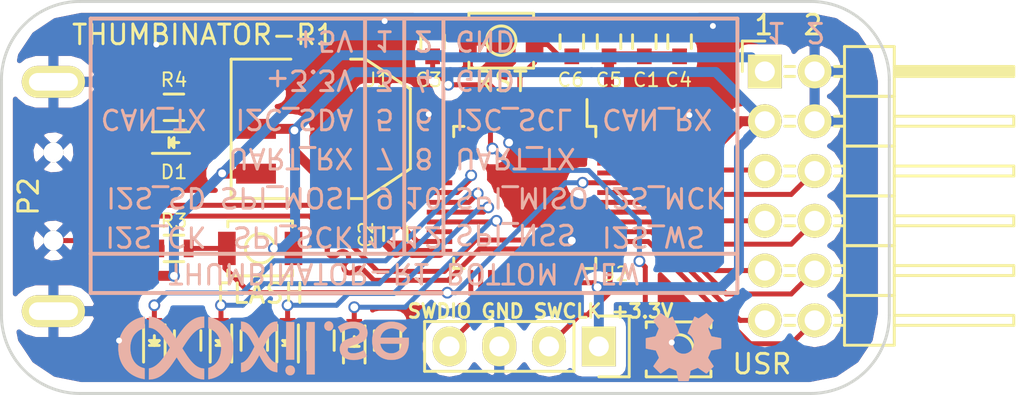
<source format=kicad_pcb>
(kicad_pcb (version 4) (host pcbnew 4.0.2-stable)

  (general
    (links 76)
    (no_connects 0)
    (area 47.4118 47.3418 102.078201 72.711533)
    (thickness 1.6)
    (drawings 56)
    (tracks 303)
    (zones 0)
    (modules 34)
    (nets 48)
  )

  (page A4)
  (layers
    (0 F.Cu signal)
    (31 B.Cu signal)
    (32 B.Adhes user hide)
    (33 F.Adhes user hide)
    (34 B.Paste user hide)
    (35 F.Paste user hide)
    (36 B.SilkS user hide)
    (37 F.SilkS user)
    (38 B.Mask user hide)
    (39 F.Mask user hide)
    (40 Dwgs.User user hide)
    (41 Cmts.User user hide)
    (42 Eco1.User user hide)
    (43 Eco2.User user hide)
    (44 Edge.Cuts user)
    (45 Margin user hide)
    (46 B.CrtYd user hide)
    (47 F.CrtYd user hide)
    (48 B.Fab user hide)
    (49 F.Fab user hide)
  )

  (setup
    (last_trace_width 0.254)
    (trace_clearance 0.2032)
    (zone_clearance 0.508)
    (zone_45_only no)
    (trace_min 0.2)
    (segment_width 0.2)
    (edge_width 0.15)
    (via_size 0.6)
    (via_drill 0.4)
    (via_min_size 0.4)
    (via_min_drill 0.3)
    (uvia_size 0.3)
    (uvia_drill 0.1)
    (uvias_allowed no)
    (uvia_min_size 0.2)
    (uvia_min_drill 0.1)
    (pcb_text_width 0.3)
    (pcb_text_size 1.5 1.5)
    (mod_edge_width 0.15)
    (mod_text_size 1 1)
    (mod_text_width 0.15)
    (pad_size 3.6576 2.032)
    (pad_drill 0)
    (pad_to_mask_clearance 0.2)
    (aux_axis_origin 0 0)
    (visible_elements 7FFFFFFF)
    (pcbplotparams
      (layerselection 0x010f0_80000001)
      (usegerberextensions false)
      (excludeedgelayer true)
      (linewidth 0.100000)
      (plotframeref false)
      (viasonmask false)
      (mode 1)
      (useauxorigin false)
      (hpglpennumber 1)
      (hpglpenspeed 20)
      (hpglpendiameter 15)
      (hpglpenoverlay 2)
      (psnegative false)
      (psa4output false)
      (plotreference true)
      (plotvalue true)
      (plotinvisibletext false)
      (padsonsilk false)
      (subtractmaskfromsilk false)
      (outputformat 1)
      (mirror false)
      (drillshape 0)
      (scaleselection 1)
      (outputdirectory gerber/))
  )

  (net 0 "")
  (net 1 +3V3)
  (net 2 GND)
  (net 3 +5V)
  (net 4 /STM32F072C8T6/USART_TX)
  (net 5 /STM32F072C8T6/I2S1_CK_SPI1_SCK)
  (net 6 /STM32F072C8T6/USART1_RX)
  (net 7 /STM32F072C8T6/I2S1_MCK_SPI1_MISO)
  (net 8 /STM32F072C8T6/CAN_RX_I2C1_SCL)
  (net 9 /STM32F072C8T6/I2C1_SMBA_I2S1_SD_SPI1_MOSI)
  (net 10 /STM32F072C8T6/CAN_TX_I2C1_SDA)
  (net 11 /STM32F072C8T6/I2S1_WS_SPI1_NSS)
  (net 12 /STM32F072C8T6/SWCLK)
  (net 13 /STM32F072C8T6/SWDIO)
  (net 14 /STM32F072C8T6/BOOT0)
  (net 15 "Net-(U2-Pad2)")
  (net 16 "Net-(U2-Pad3)")
  (net 17 "Net-(U2-Pad4)")
  (net 18 "Net-(U2-Pad5)")
  (net 19 "Net-(U2-Pad6)")
  (net 20 /STM32F072C8T6/NRST)
  (net 21 "Net-(U2-Pad11)")
  (net 22 "Net-(U2-Pad12)")
  (net 23 "Net-(U2-Pad13)")
  (net 24 "Net-(U2-Pad14)")
  (net 25 "Net-(U2-Pad15)")
  (net 26 "Net-(U2-Pad16)")
  (net 27 "Net-(U2-Pad17)")
  (net 28 "Net-(U2-Pad22)")
  (net 29 "Net-(U2-Pad25)")
  (net 30 "Net-(U2-Pad26)")
  (net 31 "Net-(U2-Pad27)")
  (net 32 "Net-(U2-Pad28)")
  (net 33 "Net-(U2-Pad29)")
  (net 34 "Net-(U2-Pad30)")
  (net 35 "Net-(U2-Pad31)")
  (net 36 "Net-(D1-Pad1)")
  (net 37 /STM32F072C8T6/USB_D+)
  (net 38 /STM32F072C8T6/USB_D-)
  (net 39 /STM32F072C8T6/PB0)
  (net 40 "Net-(D2-Pad1)")
  (net 41 /STM32F072C8T6/PB1)
  (net 42 "Net-(D3-Pad1)")
  (net 43 /STM32F072C8T6/PB2)
  (net 44 "Net-(D4-Pad1)")
  (net 45 /STM32F072C8T6/PB10)
  (net 46 "Net-(D5-Pad1)")
  (net 47 /STM32F072C8T6/PA0)

  (net_class Default "This is the default net class."
    (clearance 0.2032)
    (trace_width 0.254)
    (via_dia 0.6)
    (via_drill 0.4)
    (uvia_dia 0.3)
    (uvia_drill 0.1)
    (add_net /STM32F072C8T6/BOOT0)
    (add_net /STM32F072C8T6/CAN_RX_I2C1_SCL)
    (add_net /STM32F072C8T6/CAN_TX_I2C1_SDA)
    (add_net /STM32F072C8T6/I2C1_SMBA_I2S1_SD_SPI1_MOSI)
    (add_net /STM32F072C8T6/I2S1_CK_SPI1_SCK)
    (add_net /STM32F072C8T6/I2S1_MCK_SPI1_MISO)
    (add_net /STM32F072C8T6/I2S1_WS_SPI1_NSS)
    (add_net /STM32F072C8T6/NRST)
    (add_net /STM32F072C8T6/PA0)
    (add_net /STM32F072C8T6/PB0)
    (add_net /STM32F072C8T6/PB1)
    (add_net /STM32F072C8T6/PB10)
    (add_net /STM32F072C8T6/PB2)
    (add_net /STM32F072C8T6/SWCLK)
    (add_net /STM32F072C8T6/SWDIO)
    (add_net /STM32F072C8T6/USART1_RX)
    (add_net /STM32F072C8T6/USART_TX)
    (add_net /STM32F072C8T6/USB_D+)
    (add_net /STM32F072C8T6/USB_D-)
    (add_net GND)
    (add_net "Net-(D1-Pad1)")
    (add_net "Net-(D2-Pad1)")
    (add_net "Net-(D3-Pad1)")
    (add_net "Net-(D4-Pad1)")
    (add_net "Net-(D5-Pad1)")
    (add_net "Net-(U2-Pad11)")
    (add_net "Net-(U2-Pad12)")
    (add_net "Net-(U2-Pad13)")
    (add_net "Net-(U2-Pad14)")
    (add_net "Net-(U2-Pad15)")
    (add_net "Net-(U2-Pad16)")
    (add_net "Net-(U2-Pad17)")
    (add_net "Net-(U2-Pad2)")
    (add_net "Net-(U2-Pad22)")
    (add_net "Net-(U2-Pad25)")
    (add_net "Net-(U2-Pad26)")
    (add_net "Net-(U2-Pad27)")
    (add_net "Net-(U2-Pad28)")
    (add_net "Net-(U2-Pad29)")
    (add_net "Net-(U2-Pad3)")
    (add_net "Net-(U2-Pad30)")
    (add_net "Net-(U2-Pad31)")
    (add_net "Net-(U2-Pad4)")
    (add_net "Net-(U2-Pad5)")
    (add_net "Net-(U2-Pad6)")
  )

  (net_class POWER ""
    (clearance 0.2032)
    (trace_width 0.508)
    (via_dia 0.6)
    (via_drill 0.4)
    (uvia_dia 0.3)
    (uvia_drill 0.1)
    (add_net +3V3)
    (add_net +5V)
  )

  (module xil_conn:GND_VIA_0.6mm (layer F.Cu) (tedit 57F0FD22) (tstamp 57F112D6)
    (at 69.25 51)
    (fp_text reference REF** (at 0 0.43) (layer F.SilkS) hide
      (effects (font (size 0.127 0.127) (thickness 0.00001)))
    )
    (fp_text value VIA_0.6mm (at 0 -0.43) (layer F.Fab) hide
      (effects (font (size 0.127 0.127) (thickness 0.0015)))
    )
    (pad 1 thru_hole circle (at 0 0) (size 0.6 0.6) (drill 0.3) (layers *.Cu)
      (net 2 GND) (zone_connect 2))
  )

  (module xil_conn:GND_VIA_0.6mm (layer F.Cu) (tedit 57F0FD22) (tstamp 57F112CE)
    (at 86 51.25)
    (fp_text reference REF** (at 0 0.43) (layer F.SilkS) hide
      (effects (font (size 0.127 0.127) (thickness 0.00001)))
    )
    (fp_text value VIA_0.6mm (at 0 -0.43) (layer F.Fab) hide
      (effects (font (size 0.127 0.127) (thickness 0.0015)))
    )
    (pad 1 thru_hole circle (at 0 0) (size 0.6 0.6) (drill 0.3) (layers *.Cu)
      (net 2 GND) (zone_connect 2))
  )

  (module xil_conn:GND_VIA_0.6mm (layer F.Cu) (tedit 57F0FD22) (tstamp 57F112B9)
    (at 71.5 55.75)
    (fp_text reference REF** (at 0 0.43) (layer F.SilkS) hide
      (effects (font (size 0.127 0.127) (thickness 0.00001)))
    )
    (fp_text value VIA_0.6mm (at 0 -0.43) (layer F.Fab) hide
      (effects (font (size 0.127 0.127) (thickness 0.0015)))
    )
    (pad 1 thru_hole circle (at 0 0) (size 0.6 0.6) (drill 0.3) (layers *.Cu)
      (net 2 GND) (zone_connect 2))
  )

  (module xil_conn:GND_VIA_0.6mm (layer F.Cu) (tedit 57F0FD22) (tstamp 57F10012)
    (at 55.7 67.3)
    (fp_text reference REF** (at 0 0.43) (layer F.SilkS) hide
      (effects (font (size 0.127 0.127) (thickness 0.00001)))
    )
    (fp_text value VIA_0.6mm (at 0 -0.43) (layer F.Fab) hide
      (effects (font (size 0.127 0.127) (thickness 0.0015)))
    )
    (pad 1 thru_hole circle (at 0 0) (size 0.6 0.6) (drill 0.3) (layers *.Cu)
      (net 2 GND) (zone_connect 2))
  )

  (module xil_conn:GND_VIA_0.6mm (layer F.Cu) (tedit 57F0FD22) (tstamp 57F1000E)
    (at 83.9 67.4)
    (fp_text reference REF** (at 0 0.43) (layer F.SilkS) hide
      (effects (font (size 0.127 0.127) (thickness 0.00001)))
    )
    (fp_text value VIA_0.6mm (at 0 -0.43) (layer F.Fab) hide
      (effects (font (size 0.127 0.127) (thickness 0.0015)))
    )
    (pad 1 thru_hole circle (at 0 0) (size 0.6 0.6) (drill 0.3) (layers *.Cu)
      (net 2 GND) (zone_connect 2))
  )

  (module xil_conn:GND_VIA_0.6mm (layer F.Cu) (tedit 57F0FD22) (tstamp 57F10008)
    (at 84.8 55.8)
    (fp_text reference REF** (at 0 0.43) (layer F.SilkS) hide
      (effects (font (size 0.127 0.127) (thickness 0.00001)))
    )
    (fp_text value VIA_0.6mm (at 0 -0.43) (layer F.Fab) hide
      (effects (font (size 0.127 0.127) (thickness 0.0015)))
    )
    (pad 1 thru_hole circle (at 0 0) (size 0.6 0.6) (drill 0.3) (layers *.Cu)
      (net 2 GND) (zone_connect 2))
  )

  (module xil_conn:GND_VIA_0.6mm (layer F.Cu) (tedit 57F0FD22) (tstamp 57F0FFFE)
    (at 57.6 52.2)
    (fp_text reference REF** (at 0 0.43) (layer F.SilkS) hide
      (effects (font (size 0.127 0.127) (thickness 0.00001)))
    )
    (fp_text value VIA_0.6mm (at 0 -0.43) (layer F.Fab) hide
      (effects (font (size 0.127 0.127) (thickness 0.0015)))
    )
    (pad 1 thru_hole circle (at 0 0) (size 0.6 0.6) (drill 0.3) (layers *.Cu)
      (net 2 GND) (zone_connect 2))
  )

  (module Capacitors_SMD:C_0603 (layer F.Cu) (tedit 57F0FA7A) (tstamp 57F048AE)
    (at 82.5 52.05 90)
    (descr "Capacitor SMD 0603, reflow soldering, AVX (see smccp.pdf)")
    (tags "capacitor 0603")
    (path /57F0A16D)
    (attr smd)
    (fp_text reference C1 (at -1.95 0.1 180) (layer F.SilkS)
      (effects (font (size 0.7 0.7) (thickness 0.1)))
    )
    (fp_text value 100nF (at 0 1.9 90) (layer F.Fab)
      (effects (font (size 1 1) (thickness 0.15)))
    )
    (fp_line (start -0.8 0.4) (end -0.8 -0.4) (layer F.Fab) (width 0.15))
    (fp_line (start 0.8 0.4) (end -0.8 0.4) (layer F.Fab) (width 0.15))
    (fp_line (start 0.8 -0.4) (end 0.8 0.4) (layer F.Fab) (width 0.15))
    (fp_line (start -0.8 -0.4) (end 0.8 -0.4) (layer F.Fab) (width 0.15))
    (fp_line (start -1.45 -0.75) (end 1.45 -0.75) (layer F.CrtYd) (width 0.05))
    (fp_line (start -1.45 0.75) (end 1.45 0.75) (layer F.CrtYd) (width 0.05))
    (fp_line (start -1.45 -0.75) (end -1.45 0.75) (layer F.CrtYd) (width 0.05))
    (fp_line (start 1.45 -0.75) (end 1.45 0.75) (layer F.CrtYd) (width 0.05))
    (fp_line (start -0.35 -0.6) (end 0.35 -0.6) (layer F.SilkS) (width 0.15))
    (fp_line (start 0.35 0.6) (end -0.35 0.6) (layer F.SilkS) (width 0.15))
    (pad 1 smd rect (at -0.75 0 90) (size 0.8 0.75) (layers F.Cu F.Paste F.Mask)
      (net 1 +3V3))
    (pad 2 smd rect (at 0.75 0 90) (size 0.8 0.75) (layers F.Cu F.Paste F.Mask)
      (net 2 GND))
    (model Capacitors_SMD.3dshapes/C_0603.wrl
      (at (xyz 0 0 0))
      (scale (xyz 1 1 1))
      (rotate (xyz 0 0 0))
    )
  )

  (module Capacitors_SMD:C_0603 (layer F.Cu) (tedit 57F0FA5D) (tstamp 57F048B4)
    (at 69.8 61.85 90)
    (descr "Capacitor SMD 0603, reflow soldering, AVX (see smccp.pdf)")
    (tags "capacitor 0603")
    (path /57F0A3CB)
    (attr smd)
    (fp_text reference C2 (at -0.05 -1.5 90) (layer F.SilkS)
      (effects (font (size 0.7 0.7) (thickness 0.1)))
    )
    (fp_text value 100nF (at 0 1.9 90) (layer F.Fab)
      (effects (font (size 1 1) (thickness 0.15)))
    )
    (fp_line (start -0.8 0.4) (end -0.8 -0.4) (layer F.Fab) (width 0.15))
    (fp_line (start 0.8 0.4) (end -0.8 0.4) (layer F.Fab) (width 0.15))
    (fp_line (start 0.8 -0.4) (end 0.8 0.4) (layer F.Fab) (width 0.15))
    (fp_line (start -0.8 -0.4) (end 0.8 -0.4) (layer F.Fab) (width 0.15))
    (fp_line (start -1.45 -0.75) (end 1.45 -0.75) (layer F.CrtYd) (width 0.05))
    (fp_line (start -1.45 0.75) (end 1.45 0.75) (layer F.CrtYd) (width 0.05))
    (fp_line (start -1.45 -0.75) (end -1.45 0.75) (layer F.CrtYd) (width 0.05))
    (fp_line (start 1.45 -0.75) (end 1.45 0.75) (layer F.CrtYd) (width 0.05))
    (fp_line (start -0.35 -0.6) (end 0.35 -0.6) (layer F.SilkS) (width 0.15))
    (fp_line (start 0.35 0.6) (end -0.35 0.6) (layer F.SilkS) (width 0.15))
    (pad 1 smd rect (at -0.75 0 90) (size 0.8 0.75) (layers F.Cu F.Paste F.Mask)
      (net 1 +3V3))
    (pad 2 smd rect (at 0.75 0 90) (size 0.8 0.75) (layers F.Cu F.Paste F.Mask)
      (net 2 GND))
    (model Capacitors_SMD.3dshapes/C_0603.wrl
      (at (xyz 0 0 0))
      (scale (xyz 1 1 1))
      (rotate (xyz 0 0 0))
    )
  )

  (module Capacitors_SMD:C_0603 (layer F.Cu) (tedit 57F0FA6C) (tstamp 57F048BA)
    (at 71.7 52.05 90)
    (descr "Capacitor SMD 0603, reflow soldering, AVX (see smccp.pdf)")
    (tags "capacitor 0603")
    (path /57F0A467)
    (attr smd)
    (fp_text reference C3 (at -1.95 -0.2 180) (layer F.SilkS)
      (effects (font (size 0.7 0.7) (thickness 0.1)))
    )
    (fp_text value 100nF (at 0 1.9 90) (layer F.Fab)
      (effects (font (size 1 1) (thickness 0.15)))
    )
    (fp_line (start -0.8 0.4) (end -0.8 -0.4) (layer F.Fab) (width 0.15))
    (fp_line (start 0.8 0.4) (end -0.8 0.4) (layer F.Fab) (width 0.15))
    (fp_line (start 0.8 -0.4) (end 0.8 0.4) (layer F.Fab) (width 0.15))
    (fp_line (start -0.8 -0.4) (end 0.8 -0.4) (layer F.Fab) (width 0.15))
    (fp_line (start -1.45 -0.75) (end 1.45 -0.75) (layer F.CrtYd) (width 0.05))
    (fp_line (start -1.45 0.75) (end 1.45 0.75) (layer F.CrtYd) (width 0.05))
    (fp_line (start -1.45 -0.75) (end -1.45 0.75) (layer F.CrtYd) (width 0.05))
    (fp_line (start 1.45 -0.75) (end 1.45 0.75) (layer F.CrtYd) (width 0.05))
    (fp_line (start -0.35 -0.6) (end 0.35 -0.6) (layer F.SilkS) (width 0.15))
    (fp_line (start 0.35 0.6) (end -0.35 0.6) (layer F.SilkS) (width 0.15))
    (pad 1 smd rect (at -0.75 0 90) (size 0.8 0.75) (layers F.Cu F.Paste F.Mask)
      (net 1 +3V3))
    (pad 2 smd rect (at 0.75 0 90) (size 0.8 0.75) (layers F.Cu F.Paste F.Mask)
      (net 2 GND))
    (model Capacitors_SMD.3dshapes/C_0603.wrl
      (at (xyz 0 0 0))
      (scale (xyz 1 1 1))
      (rotate (xyz 0 0 0))
    )
  )

  (module Capacitors_SMD:C_0603 (layer F.Cu) (tedit 57F0FA7D) (tstamp 57F048C0)
    (at 84.3 52.05 90)
    (descr "Capacitor SMD 0603, reflow soldering, AVX (see smccp.pdf)")
    (tags "capacitor 0603")
    (path /57F0A47B)
    (attr smd)
    (fp_text reference C4 (at -1.95 -0.05 180) (layer F.SilkS)
      (effects (font (size 0.7 0.7) (thickness 0.1)))
    )
    (fp_text value 1uF (at 0 1.9 90) (layer F.Fab)
      (effects (font (size 1 1) (thickness 0.15)))
    )
    (fp_line (start -0.8 0.4) (end -0.8 -0.4) (layer F.Fab) (width 0.15))
    (fp_line (start 0.8 0.4) (end -0.8 0.4) (layer F.Fab) (width 0.15))
    (fp_line (start 0.8 -0.4) (end 0.8 0.4) (layer F.Fab) (width 0.15))
    (fp_line (start -0.8 -0.4) (end 0.8 -0.4) (layer F.Fab) (width 0.15))
    (fp_line (start -1.45 -0.75) (end 1.45 -0.75) (layer F.CrtYd) (width 0.05))
    (fp_line (start -1.45 0.75) (end 1.45 0.75) (layer F.CrtYd) (width 0.05))
    (fp_line (start -1.45 -0.75) (end -1.45 0.75) (layer F.CrtYd) (width 0.05))
    (fp_line (start 1.45 -0.75) (end 1.45 0.75) (layer F.CrtYd) (width 0.05))
    (fp_line (start -0.35 -0.6) (end 0.35 -0.6) (layer F.SilkS) (width 0.15))
    (fp_line (start 0.35 0.6) (end -0.35 0.6) (layer F.SilkS) (width 0.15))
    (pad 1 smd rect (at -0.75 0 90) (size 0.8 0.75) (layers F.Cu F.Paste F.Mask)
      (net 1 +3V3))
    (pad 2 smd rect (at 0.75 0 90) (size 0.8 0.75) (layers F.Cu F.Paste F.Mask)
      (net 2 GND))
    (model Capacitors_SMD.3dshapes/C_0603.wrl
      (at (xyz 0 0 0))
      (scale (xyz 1 1 1))
      (rotate (xyz 0 0 0))
    )
  )

  (module LEDs:LED_0603 (layer F.Cu) (tedit 57F0FA18) (tstamp 57F048C6)
    (at 58.5 57.2)
    (descr "LED 0603 smd package")
    (tags "LED led 0603 SMD smd SMT smt smdled SMDLED smtled SMTLED")
    (path /57F0AC5D)
    (attr smd)
    (fp_text reference D1 (at 0 1.5) (layer F.SilkS)
      (effects (font (size 0.7 0.7) (thickness 0.1)))
    )
    (fp_text value LED (at 0 1.5) (layer F.Fab)
      (effects (font (size 1 1) (thickness 0.15)))
    )
    (fp_line (start -0.3 -0.2) (end -0.3 0.2) (layer F.Fab) (width 0.15))
    (fp_line (start -0.2 0) (end 0.1 -0.2) (layer F.Fab) (width 0.15))
    (fp_line (start 0.1 0.2) (end -0.2 0) (layer F.Fab) (width 0.15))
    (fp_line (start 0.1 -0.2) (end 0.1 0.2) (layer F.Fab) (width 0.15))
    (fp_line (start 0.8 0.4) (end -0.8 0.4) (layer F.Fab) (width 0.15))
    (fp_line (start 0.8 -0.4) (end 0.8 0.4) (layer F.Fab) (width 0.15))
    (fp_line (start -0.8 -0.4) (end 0.8 -0.4) (layer F.Fab) (width 0.15))
    (fp_line (start -0.8 0.4) (end -0.8 -0.4) (layer F.Fab) (width 0.15))
    (fp_line (start -1.1 0.55) (end 0.8 0.55) (layer F.SilkS) (width 0.15))
    (fp_line (start -1.1 -0.55) (end 0.8 -0.55) (layer F.SilkS) (width 0.15))
    (fp_line (start -0.2 0) (end 0.25 0) (layer F.SilkS) (width 0.15))
    (fp_line (start -0.25 -0.25) (end -0.25 0.25) (layer F.SilkS) (width 0.15))
    (fp_line (start -0.25 0) (end 0 -0.25) (layer F.SilkS) (width 0.15))
    (fp_line (start 0 -0.25) (end 0 0.25) (layer F.SilkS) (width 0.15))
    (fp_line (start 0 0.25) (end -0.25 0) (layer F.SilkS) (width 0.15))
    (fp_line (start 1.4 -0.75) (end 1.4 0.75) (layer F.CrtYd) (width 0.05))
    (fp_line (start 1.4 0.75) (end -1.4 0.75) (layer F.CrtYd) (width 0.05))
    (fp_line (start -1.4 0.75) (end -1.4 -0.75) (layer F.CrtYd) (width 0.05))
    (fp_line (start -1.4 -0.75) (end 1.4 -0.75) (layer F.CrtYd) (width 0.05))
    (pad 2 smd rect (at 0.7493 0 180) (size 0.79756 0.79756) (layers F.Cu F.Paste F.Mask)
      (net 1 +3V3))
    (pad 1 smd rect (at -0.7493 0 180) (size 0.79756 0.79756) (layers F.Cu F.Paste F.Mask)
      (net 36 "Net-(D1-Pad1)"))
    (model LEDs.3dshapes/LED_0603.wrl
      (at (xyz 0 0 0))
      (scale (xyz 1 1 1))
      (rotate (xyz 0 0 180))
    )
  )

  (module Pin_Headers:Pin_Header_Angled_2x06 (layer F.Cu) (tedit 57F0F03F) (tstamp 57F048D6)
    (at 88.65 53.57)
    (descr "Through hole pin header")
    (tags "pin header")
    (path /57F0B9AB)
    (fp_text reference P1 (at 0 -5.1) (layer F.SilkS) hide
      (effects (font (size 1 1) (thickness 0.15)))
    )
    (fp_text value CONN_02X06 (at 0 -3.1) (layer F.Fab)
      (effects (font (size 1 1) (thickness 0.15)))
    )
    (fp_line (start -1.35 -1.75) (end -1.35 14.45) (layer F.CrtYd) (width 0.05))
    (fp_line (start 13.2 -1.75) (end 13.2 14.45) (layer F.CrtYd) (width 0.05))
    (fp_line (start -1.35 -1.75) (end 13.2 -1.75) (layer F.CrtYd) (width 0.05))
    (fp_line (start -1.35 14.45) (end 13.2 14.45) (layer F.CrtYd) (width 0.05))
    (fp_line (start 1.524 12.446) (end 1.016 12.446) (layer F.SilkS) (width 0.15))
    (fp_line (start 1.524 12.954) (end 1.016 12.954) (layer F.SilkS) (width 0.15))
    (fp_line (start 1.524 10.414) (end 1.016 10.414) (layer F.SilkS) (width 0.15))
    (fp_line (start 1.524 9.906) (end 1.016 9.906) (layer F.SilkS) (width 0.15))
    (fp_line (start 1.524 7.874) (end 1.016 7.874) (layer F.SilkS) (width 0.15))
    (fp_line (start 1.524 7.366) (end 1.016 7.366) (layer F.SilkS) (width 0.15))
    (fp_line (start 1.524 -0.254) (end 1.016 -0.254) (layer F.SilkS) (width 0.15))
    (fp_line (start 1.524 0.254) (end 1.016 0.254) (layer F.SilkS) (width 0.15))
    (fp_line (start 1.524 5.334) (end 1.016 5.334) (layer F.SilkS) (width 0.15))
    (fp_line (start 1.524 4.826) (end 1.016 4.826) (layer F.SilkS) (width 0.15))
    (fp_line (start 1.524 2.794) (end 1.016 2.794) (layer F.SilkS) (width 0.15))
    (fp_line (start 1.524 2.286) (end 1.016 2.286) (layer F.SilkS) (width 0.15))
    (fp_line (start 4.064 12.954) (end 3.556 12.954) (layer F.SilkS) (width 0.15))
    (fp_line (start 4.064 12.446) (end 3.556 12.446) (layer F.SilkS) (width 0.15))
    (fp_line (start 4.064 10.414) (end 3.556 10.414) (layer F.SilkS) (width 0.15))
    (fp_line (start 4.064 9.906) (end 3.556 9.906) (layer F.SilkS) (width 0.15))
    (fp_line (start 4.064 -0.254) (end 3.556 -0.254) (layer F.SilkS) (width 0.15))
    (fp_line (start 4.064 0.254) (end 3.556 0.254) (layer F.SilkS) (width 0.15))
    (fp_line (start 4.064 2.286) (end 3.556 2.286) (layer F.SilkS) (width 0.15))
    (fp_line (start 4.064 2.794) (end 3.556 2.794) (layer F.SilkS) (width 0.15))
    (fp_line (start 4.064 7.874) (end 3.556 7.874) (layer F.SilkS) (width 0.15))
    (fp_line (start 4.064 7.366) (end 3.556 7.366) (layer F.SilkS) (width 0.15))
    (fp_line (start 4.064 5.334) (end 3.556 5.334) (layer F.SilkS) (width 0.15))
    (fp_line (start 4.064 4.826) (end 3.556 4.826) (layer F.SilkS) (width 0.15))
    (fp_line (start 0 -1.55) (end -1.15 -1.55) (layer F.SilkS) (width 0.15))
    (fp_line (start -1.15 -1.55) (end -1.15 0) (layer F.SilkS) (width 0.15))
    (fp_line (start 6.604 -0.127) (end 12.573 -0.127) (layer F.SilkS) (width 0.15))
    (fp_line (start 12.573 -0.127) (end 12.573 0.127) (layer F.SilkS) (width 0.15))
    (fp_line (start 12.573 0.127) (end 6.731 0.127) (layer F.SilkS) (width 0.15))
    (fp_line (start 6.731 0.127) (end 6.731 0) (layer F.SilkS) (width 0.15))
    (fp_line (start 6.731 0) (end 12.573 0) (layer F.SilkS) (width 0.15))
    (fp_line (start 4.064 8.89) (end 6.604 8.89) (layer F.SilkS) (width 0.15))
    (fp_line (start 4.064 8.89) (end 4.064 11.43) (layer F.SilkS) (width 0.15))
    (fp_line (start 4.064 11.43) (end 6.604 11.43) (layer F.SilkS) (width 0.15))
    (fp_line (start 6.604 9.906) (end 12.7 9.906) (layer F.SilkS) (width 0.15))
    (fp_line (start 12.7 9.906) (end 12.7 10.414) (layer F.SilkS) (width 0.15))
    (fp_line (start 12.7 10.414) (end 6.604 10.414) (layer F.SilkS) (width 0.15))
    (fp_line (start 6.604 11.43) (end 6.604 8.89) (layer F.SilkS) (width 0.15))
    (fp_line (start 6.604 13.97) (end 6.604 11.43) (layer F.SilkS) (width 0.15))
    (fp_line (start 12.7 12.954) (end 6.604 12.954) (layer F.SilkS) (width 0.15))
    (fp_line (start 12.7 12.446) (end 12.7 12.954) (layer F.SilkS) (width 0.15))
    (fp_line (start 6.604 12.446) (end 12.7 12.446) (layer F.SilkS) (width 0.15))
    (fp_line (start 4.064 11.43) (end 4.064 13.97) (layer F.SilkS) (width 0.15))
    (fp_line (start 4.064 11.43) (end 6.604 11.43) (layer F.SilkS) (width 0.15))
    (fp_line (start 4.064 13.97) (end 6.604 13.97) (layer F.SilkS) (width 0.15))
    (fp_line (start 4.064 3.81) (end 6.604 3.81) (layer F.SilkS) (width 0.15))
    (fp_line (start 4.064 3.81) (end 4.064 6.35) (layer F.SilkS) (width 0.15))
    (fp_line (start 4.064 6.35) (end 6.604 6.35) (layer F.SilkS) (width 0.15))
    (fp_line (start 6.604 4.826) (end 12.7 4.826) (layer F.SilkS) (width 0.15))
    (fp_line (start 12.7 4.826) (end 12.7 5.334) (layer F.SilkS) (width 0.15))
    (fp_line (start 12.7 5.334) (end 6.604 5.334) (layer F.SilkS) (width 0.15))
    (fp_line (start 6.604 6.35) (end 6.604 3.81) (layer F.SilkS) (width 0.15))
    (fp_line (start 6.604 8.89) (end 6.604 6.35) (layer F.SilkS) (width 0.15))
    (fp_line (start 12.7 7.874) (end 6.604 7.874) (layer F.SilkS) (width 0.15))
    (fp_line (start 12.7 7.366) (end 12.7 7.874) (layer F.SilkS) (width 0.15))
    (fp_line (start 6.604 7.366) (end 12.7 7.366) (layer F.SilkS) (width 0.15))
    (fp_line (start 4.064 8.89) (end 6.604 8.89) (layer F.SilkS) (width 0.15))
    (fp_line (start 4.064 6.35) (end 4.064 8.89) (layer F.SilkS) (width 0.15))
    (fp_line (start 4.064 6.35) (end 6.604 6.35) (layer F.SilkS) (width 0.15))
    (fp_line (start 4.064 1.27) (end 6.604 1.27) (layer F.SilkS) (width 0.15))
    (fp_line (start 4.064 1.27) (end 4.064 3.81) (layer F.SilkS) (width 0.15))
    (fp_line (start 4.064 3.81) (end 6.604 3.81) (layer F.SilkS) (width 0.15))
    (fp_line (start 6.604 2.286) (end 12.7 2.286) (layer F.SilkS) (width 0.15))
    (fp_line (start 12.7 2.286) (end 12.7 2.794) (layer F.SilkS) (width 0.15))
    (fp_line (start 12.7 2.794) (end 6.604 2.794) (layer F.SilkS) (width 0.15))
    (fp_line (start 6.604 3.81) (end 6.604 1.27) (layer F.SilkS) (width 0.15))
    (fp_line (start 6.604 1.27) (end 6.604 -1.27) (layer F.SilkS) (width 0.15))
    (fp_line (start 12.7 0.254) (end 6.604 0.254) (layer F.SilkS) (width 0.15))
    (fp_line (start 12.7 -0.254) (end 12.7 0.254) (layer F.SilkS) (width 0.15))
    (fp_line (start 6.604 -0.254) (end 12.7 -0.254) (layer F.SilkS) (width 0.15))
    (fp_line (start 4.064 1.27) (end 6.604 1.27) (layer F.SilkS) (width 0.15))
    (fp_line (start 4.064 -1.27) (end 4.064 1.27) (layer F.SilkS) (width 0.15))
    (fp_line (start 4.064 -1.27) (end 6.604 -1.27) (layer F.SilkS) (width 0.15))
    (pad 1 thru_hole rect (at 0 0) (size 1.7272 1.7272) (drill 1.016) (layers *.Cu *.Mask F.SilkS)
      (net 3 +5V))
    (pad 2 thru_hole oval (at 2.54 0) (size 1.7272 1.7272) (drill 1.016) (layers *.Cu *.Mask F.SilkS)
      (net 2 GND))
    (pad 3 thru_hole oval (at 0 2.54) (size 1.7272 1.7272) (drill 1.016) (layers *.Cu *.Mask F.SilkS)
      (net 1 +3V3))
    (pad 4 thru_hole oval (at 2.54 2.54) (size 1.7272 1.7272) (drill 1.016) (layers *.Cu *.Mask F.SilkS)
      (net 2 GND))
    (pad 5 thru_hole oval (at 0 5.08) (size 1.7272 1.7272) (drill 1.016) (layers *.Cu *.Mask F.SilkS)
      (net 10 /STM32F072C8T6/CAN_TX_I2C1_SDA))
    (pad 6 thru_hole oval (at 2.54 5.08) (size 1.7272 1.7272) (drill 1.016) (layers *.Cu *.Mask F.SilkS)
      (net 8 /STM32F072C8T6/CAN_RX_I2C1_SCL))
    (pad 7 thru_hole oval (at 0 7.62) (size 1.7272 1.7272) (drill 1.016) (layers *.Cu *.Mask F.SilkS)
      (net 6 /STM32F072C8T6/USART1_RX))
    (pad 8 thru_hole oval (at 2.54 7.62) (size 1.7272 1.7272) (drill 1.016) (layers *.Cu *.Mask F.SilkS)
      (net 4 /STM32F072C8T6/USART_TX))
    (pad 9 thru_hole oval (at 0 10.16) (size 1.7272 1.7272) (drill 1.016) (layers *.Cu *.Mask F.SilkS)
      (net 9 /STM32F072C8T6/I2C1_SMBA_I2S1_SD_SPI1_MOSI))
    (pad 10 thru_hole oval (at 2.54 10.16) (size 1.7272 1.7272) (drill 1.016) (layers *.Cu *.Mask F.SilkS)
      (net 7 /STM32F072C8T6/I2S1_MCK_SPI1_MISO))
    (pad 11 thru_hole oval (at 0 12.7) (size 1.7272 1.7272) (drill 1.016) (layers *.Cu *.Mask F.SilkS)
      (net 5 /STM32F072C8T6/I2S1_CK_SPI1_SCK))
    (pad 12 thru_hole oval (at 2.54 12.7) (size 1.7272 1.7272) (drill 1.016) (layers *.Cu *.Mask F.SilkS)
      (net 11 /STM32F072C8T6/I2S1_WS_SPI1_NSS))
    (model Pin_Headers.3dshapes/Pin_Header_Angled_2x06.wrl
      (at (xyz 0.05 -0.25 0))
      (scale (xyz 1 1 1))
      (rotate (xyz 0 0 90))
    )
  )

  (module Resistors_SMD:R_0603 (layer F.Cu) (tedit 57F0FA54) (tstamp 57F048FA)
    (at 58.5 62.6)
    (descr "Resistor SMD 0603, reflow soldering, Vishay (see dcrcw.pdf)")
    (tags "resistor 0603")
    (path /57F1349C)
    (attr smd)
    (fp_text reference R3 (at 0 -1.4) (layer F.SilkS)
      (effects (font (size 0.7 0.7) (thickness 0.1)))
    )
    (fp_text value 1K (at 0 1.9) (layer F.Fab)
      (effects (font (size 1 1) (thickness 0.15)))
    )
    (fp_line (start -1.3 -0.8) (end 1.3 -0.8) (layer F.CrtYd) (width 0.05))
    (fp_line (start -1.3 0.8) (end 1.3 0.8) (layer F.CrtYd) (width 0.05))
    (fp_line (start -1.3 -0.8) (end -1.3 0.8) (layer F.CrtYd) (width 0.05))
    (fp_line (start 1.3 -0.8) (end 1.3 0.8) (layer F.CrtYd) (width 0.05))
    (fp_line (start 0.5 0.675) (end -0.5 0.675) (layer F.SilkS) (width 0.15))
    (fp_line (start -0.5 -0.675) (end 0.5 -0.675) (layer F.SilkS) (width 0.15))
    (pad 1 smd rect (at -0.75 0) (size 0.5 0.9) (layers F.Cu F.Paste F.Mask)
      (net 2 GND))
    (pad 2 smd rect (at 0.75 0) (size 0.5 0.9) (layers F.Cu F.Paste F.Mask)
      (net 14 /STM32F072C8T6/BOOT0))
    (model Resistors_SMD.3dshapes/R_0603.wrl
      (at (xyz 0 0 0))
      (scale (xyz 1 1 1))
      (rotate (xyz 0 0 0))
    )
  )

  (module TO_SOT_Packages_SMD:SOT-223 (layer F.Cu) (tedit 57F112A1) (tstamp 57F04908)
    (at 65.99 56.5 270)
    (descr "module CMS SOT223 4 pins")
    (tags "CMS SOT")
    (path /57F07EB8)
    (attr smd)
    (fp_text reference U1 (at -2.5 -2.81 360) (layer F.SilkS)
      (effects (font (size 0.7 0.7) (thickness 0.1)))
    )
    (fp_text value AP1117D33 (at 0 0.762 270) (layer F.Fab)
      (effects (font (size 1 1) (thickness 0.15)))
    )
    (fp_line (start -3.556 1.524) (end -3.556 4.572) (layer F.SilkS) (width 0.15))
    (fp_line (start -3.556 4.572) (end 3.556 4.572) (layer F.SilkS) (width 0.15))
    (fp_line (start 3.556 4.572) (end 3.556 1.524) (layer F.SilkS) (width 0.15))
    (fp_line (start -3.556 -1.524) (end -3.556 -2.286) (layer F.SilkS) (width 0.15))
    (fp_line (start -3.556 -2.286) (end -2.032 -4.572) (layer F.SilkS) (width 0.15))
    (fp_line (start -2.032 -4.572) (end 2.032 -4.572) (layer F.SilkS) (width 0.15))
    (fp_line (start 2.032 -4.572) (end 3.556 -2.286) (layer F.SilkS) (width 0.15))
    (fp_line (start 3.556 -2.286) (end 3.556 -1.524) (layer F.SilkS) (width 0.15))
    (pad 4 smd rect (at 0 -3.302 270) (size 3.6576 2.032) (layers F.Cu F.Paste F.Mask)
      (net 2 GND))
    (pad 2 smd rect (at 0 3.302 270) (size 1.016 2.032) (layers F.Cu F.Paste F.Mask)
      (net 1 +3V3))
    (pad 3 smd rect (at 2.286 3.302 270) (size 1.016 2.032) (layers F.Cu F.Paste F.Mask)
      (net 3 +5V))
    (pad 1 smd rect (at -2.286 3.302 270) (size 1.016 2.032) (layers F.Cu F.Paste F.Mask)
      (net 2 GND))
    (model TO_SOT_Packages_SMD.3dshapes/SOT-223.wrl
      (at (xyz 0 0 0))
      (scale (xyz 0.4 0.4 0.4))
      (rotate (xyz 0 0 0))
    )
  )

  (module Housings_QFP:LQFP-48_7x7mm_Pitch0.5mm (layer F.Cu) (tedit 57F0FA92) (tstamp 57F0493C)
    (at 76.4 60 270)
    (descr "48 LEAD LQFP 7x7mm (see MICREL LQFP7x7-48LD-PL-1.pdf)")
    (tags "QFP 0.5")
    (path /57F03256/57F0326B)
    (attr smd)
    (fp_text reference U2 (at 3.9 -4.6 360) (layer F.SilkS)
      (effects (font (size 0.7 0.7) (thickness 0.1)))
    )
    (fp_text value STM32F072CBTx (at 0 6 270) (layer F.Fab)
      (effects (font (size 1 1) (thickness 0.15)))
    )
    (fp_text user %R (at 0 0 270) (layer F.Fab)
      (effects (font (size 1 1) (thickness 0.15)))
    )
    (fp_line (start -2.5 -3.5) (end 3.5 -3.5) (layer F.Fab) (width 0.15))
    (fp_line (start 3.5 -3.5) (end 3.5 3.5) (layer F.Fab) (width 0.15))
    (fp_line (start 3.5 3.5) (end -3.5 3.5) (layer F.Fab) (width 0.15))
    (fp_line (start -3.5 3.5) (end -3.5 -2.5) (layer F.Fab) (width 0.15))
    (fp_line (start -3.5 -2.5) (end -2.5 -3.5) (layer F.Fab) (width 0.15))
    (fp_line (start -5.25 -5.25) (end -5.25 5.25) (layer F.CrtYd) (width 0.05))
    (fp_line (start 5.25 -5.25) (end 5.25 5.25) (layer F.CrtYd) (width 0.05))
    (fp_line (start -5.25 -5.25) (end 5.25 -5.25) (layer F.CrtYd) (width 0.05))
    (fp_line (start -5.25 5.25) (end 5.25 5.25) (layer F.CrtYd) (width 0.05))
    (fp_line (start -3.625 -3.625) (end -3.625 -3.175) (layer F.SilkS) (width 0.15))
    (fp_line (start 3.625 -3.625) (end 3.625 -3.1) (layer F.SilkS) (width 0.15))
    (fp_line (start 3.625 3.625) (end 3.625 3.1) (layer F.SilkS) (width 0.15))
    (fp_line (start -3.625 3.625) (end -3.625 3.1) (layer F.SilkS) (width 0.15))
    (fp_line (start -3.625 -3.625) (end -3.1 -3.625) (layer F.SilkS) (width 0.15))
    (fp_line (start -3.625 3.625) (end -3.1 3.625) (layer F.SilkS) (width 0.15))
    (fp_line (start 3.625 3.625) (end 3.1 3.625) (layer F.SilkS) (width 0.15))
    (fp_line (start 3.625 -3.625) (end 3.1 -3.625) (layer F.SilkS) (width 0.15))
    (fp_line (start -3.625 -3.175) (end -5 -3.175) (layer F.SilkS) (width 0.15))
    (pad 1 smd rect (at -4.35 -2.75 270) (size 1.3 0.25) (layers F.Cu F.Paste F.Mask)
      (net 1 +3V3))
    (pad 2 smd rect (at -4.35 -2.25 270) (size 1.3 0.25) (layers F.Cu F.Paste F.Mask)
      (net 15 "Net-(U2-Pad2)"))
    (pad 3 smd rect (at -4.35 -1.75 270) (size 1.3 0.25) (layers F.Cu F.Paste F.Mask)
      (net 16 "Net-(U2-Pad3)"))
    (pad 4 smd rect (at -4.35 -1.25 270) (size 1.3 0.25) (layers F.Cu F.Paste F.Mask)
      (net 17 "Net-(U2-Pad4)"))
    (pad 5 smd rect (at -4.35 -0.75 270) (size 1.3 0.25) (layers F.Cu F.Paste F.Mask)
      (net 18 "Net-(U2-Pad5)"))
    (pad 6 smd rect (at -4.35 -0.25 270) (size 1.3 0.25) (layers F.Cu F.Paste F.Mask)
      (net 19 "Net-(U2-Pad6)"))
    (pad 7 smd rect (at -4.35 0.25 270) (size 1.3 0.25) (layers F.Cu F.Paste F.Mask)
      (net 20 /STM32F072C8T6/NRST))
    (pad 8 smd rect (at -4.35 0.75 270) (size 1.3 0.25) (layers F.Cu F.Paste F.Mask)
      (net 2 GND))
    (pad 9 smd rect (at -4.35 1.25 270) (size 1.3 0.25) (layers F.Cu F.Paste F.Mask)
      (net 1 +3V3))
    (pad 10 smd rect (at -4.35 1.75 270) (size 1.3 0.25) (layers F.Cu F.Paste F.Mask)
      (net 47 /STM32F072C8T6/PA0))
    (pad 11 smd rect (at -4.35 2.25 270) (size 1.3 0.25) (layers F.Cu F.Paste F.Mask)
      (net 21 "Net-(U2-Pad11)"))
    (pad 12 smd rect (at -4.35 2.75 270) (size 1.3 0.25) (layers F.Cu F.Paste F.Mask)
      (net 22 "Net-(U2-Pad12)"))
    (pad 13 smd rect (at -2.75 4.35) (size 1.3 0.25) (layers F.Cu F.Paste F.Mask)
      (net 23 "Net-(U2-Pad13)"))
    (pad 14 smd rect (at -2.25 4.35) (size 1.3 0.25) (layers F.Cu F.Paste F.Mask)
      (net 24 "Net-(U2-Pad14)"))
    (pad 15 smd rect (at -1.75 4.35) (size 1.3 0.25) (layers F.Cu F.Paste F.Mask)
      (net 25 "Net-(U2-Pad15)"))
    (pad 16 smd rect (at -1.25 4.35) (size 1.3 0.25) (layers F.Cu F.Paste F.Mask)
      (net 26 "Net-(U2-Pad16)"))
    (pad 17 smd rect (at -0.75 4.35) (size 1.3 0.25) (layers F.Cu F.Paste F.Mask)
      (net 27 "Net-(U2-Pad17)"))
    (pad 18 smd rect (at -0.25 4.35) (size 1.3 0.25) (layers F.Cu F.Paste F.Mask)
      (net 39 /STM32F072C8T6/PB0))
    (pad 19 smd rect (at 0.25 4.35) (size 1.3 0.25) (layers F.Cu F.Paste F.Mask)
      (net 41 /STM32F072C8T6/PB1))
    (pad 20 smd rect (at 0.75 4.35) (size 1.3 0.25) (layers F.Cu F.Paste F.Mask)
      (net 43 /STM32F072C8T6/PB2))
    (pad 21 smd rect (at 1.25 4.35) (size 1.3 0.25) (layers F.Cu F.Paste F.Mask)
      (net 45 /STM32F072C8T6/PB10))
    (pad 22 smd rect (at 1.75 4.35) (size 1.3 0.25) (layers F.Cu F.Paste F.Mask)
      (net 28 "Net-(U2-Pad22)"))
    (pad 23 smd rect (at 2.25 4.35) (size 1.3 0.25) (layers F.Cu F.Paste F.Mask)
      (net 2 GND))
    (pad 24 smd rect (at 2.75 4.35) (size 1.3 0.25) (layers F.Cu F.Paste F.Mask)
      (net 1 +3V3))
    (pad 25 smd rect (at 4.35 2.75 270) (size 1.3 0.25) (layers F.Cu F.Paste F.Mask)
      (net 29 "Net-(U2-Pad25)"))
    (pad 26 smd rect (at 4.35 2.25 270) (size 1.3 0.25) (layers F.Cu F.Paste F.Mask)
      (net 30 "Net-(U2-Pad26)"))
    (pad 27 smd rect (at 4.35 1.75 270) (size 1.3 0.25) (layers F.Cu F.Paste F.Mask)
      (net 31 "Net-(U2-Pad27)"))
    (pad 28 smd rect (at 4.35 1.25 270) (size 1.3 0.25) (layers F.Cu F.Paste F.Mask)
      (net 32 "Net-(U2-Pad28)"))
    (pad 29 smd rect (at 4.35 0.75 270) (size 1.3 0.25) (layers F.Cu F.Paste F.Mask)
      (net 33 "Net-(U2-Pad29)"))
    (pad 30 smd rect (at 4.35 0.25 270) (size 1.3 0.25) (layers F.Cu F.Paste F.Mask)
      (net 34 "Net-(U2-Pad30)"))
    (pad 31 smd rect (at 4.35 -0.25 270) (size 1.3 0.25) (layers F.Cu F.Paste F.Mask)
      (net 35 "Net-(U2-Pad31)"))
    (pad 32 smd rect (at 4.35 -0.75 270) (size 1.3 0.25) (layers F.Cu F.Paste F.Mask)
      (net 38 /STM32F072C8T6/USB_D-))
    (pad 33 smd rect (at 4.35 -1.25 270) (size 1.3 0.25) (layers F.Cu F.Paste F.Mask)
      (net 37 /STM32F072C8T6/USB_D+))
    (pad 34 smd rect (at 4.35 -1.75 270) (size 1.3 0.25) (layers F.Cu F.Paste F.Mask)
      (net 13 /STM32F072C8T6/SWDIO))
    (pad 35 smd rect (at 4.35 -2.25 270) (size 1.3 0.25) (layers F.Cu F.Paste F.Mask)
      (net 2 GND))
    (pad 36 smd rect (at 4.35 -2.75 270) (size 1.3 0.25) (layers F.Cu F.Paste F.Mask)
      (net 1 +3V3))
    (pad 37 smd rect (at 2.75 -4.35) (size 1.3 0.25) (layers F.Cu F.Paste F.Mask)
      (net 12 /STM32F072C8T6/SWCLK))
    (pad 38 smd rect (at 2.25 -4.35) (size 1.3 0.25) (layers F.Cu F.Paste F.Mask)
      (net 11 /STM32F072C8T6/I2S1_WS_SPI1_NSS))
    (pad 39 smd rect (at 1.75 -4.35) (size 1.3 0.25) (layers F.Cu F.Paste F.Mask)
      (net 5 /STM32F072C8T6/I2S1_CK_SPI1_SCK))
    (pad 40 smd rect (at 1.25 -4.35) (size 1.3 0.25) (layers F.Cu F.Paste F.Mask)
      (net 7 /STM32F072C8T6/I2S1_MCK_SPI1_MISO))
    (pad 41 smd rect (at 0.75 -4.35) (size 1.3 0.25) (layers F.Cu F.Paste F.Mask)
      (net 9 /STM32F072C8T6/I2C1_SMBA_I2S1_SD_SPI1_MOSI))
    (pad 42 smd rect (at 0.25 -4.35) (size 1.3 0.25) (layers F.Cu F.Paste F.Mask)
      (net 4 /STM32F072C8T6/USART_TX))
    (pad 43 smd rect (at -0.25 -4.35) (size 1.3 0.25) (layers F.Cu F.Paste F.Mask)
      (net 6 /STM32F072C8T6/USART1_RX))
    (pad 44 smd rect (at -0.75 -4.35) (size 1.3 0.25) (layers F.Cu F.Paste F.Mask)
      (net 14 /STM32F072C8T6/BOOT0))
    (pad 45 smd rect (at -1.25 -4.35) (size 1.3 0.25) (layers F.Cu F.Paste F.Mask)
      (net 8 /STM32F072C8T6/CAN_RX_I2C1_SCL))
    (pad 46 smd rect (at -1.75 -4.35) (size 1.3 0.25) (layers F.Cu F.Paste F.Mask)
      (net 10 /STM32F072C8T6/CAN_TX_I2C1_SDA))
    (pad 47 smd rect (at -2.25 -4.35) (size 1.3 0.25) (layers F.Cu F.Paste F.Mask)
      (net 2 GND))
    (pad 48 smd rect (at -2.75 -4.35) (size 1.3 0.25) (layers F.Cu F.Paste F.Mask)
      (net 1 +3V3))
    (model Housings_QFP.3dshapes/LQFP-48_7x7mm_Pitch0.5mm.wrl
      (at (xyz 0 0 0))
      (scale (xyz 1 1 1))
      (rotate (xyz 0 0 0))
    )
  )

  (module Resistors_SMD:R_0603 (layer F.Cu) (tedit 57F0FA09) (tstamp 57F04EF4)
    (at 58.5 55.4)
    (descr "Resistor SMD 0603, reflow soldering, Vishay (see dcrcw.pdf)")
    (tags "resistor 0603")
    (path /57F17911)
    (attr smd)
    (fp_text reference R4 (at 0 -1.4) (layer F.SilkS)
      (effects (font (size 0.7 0.7) (thickness 0.1)))
    )
    (fp_text value 360R (at 0 1.9) (layer F.Fab)
      (effects (font (size 1 1) (thickness 0.15)))
    )
    (fp_line (start -1.3 -0.8) (end 1.3 -0.8) (layer F.CrtYd) (width 0.05))
    (fp_line (start -1.3 0.8) (end 1.3 0.8) (layer F.CrtYd) (width 0.05))
    (fp_line (start -1.3 -0.8) (end -1.3 0.8) (layer F.CrtYd) (width 0.05))
    (fp_line (start 1.3 -0.8) (end 1.3 0.8) (layer F.CrtYd) (width 0.05))
    (fp_line (start 0.5 0.675) (end -0.5 0.675) (layer F.SilkS) (width 0.15))
    (fp_line (start -0.5 -0.675) (end 0.5 -0.675) (layer F.SilkS) (width 0.15))
    (pad 1 smd rect (at -0.75 0) (size 0.5 0.9) (layers F.Cu F.Paste F.Mask)
      (net 36 "Net-(D1-Pad1)"))
    (pad 2 smd rect (at 0.75 0) (size 0.5 0.9) (layers F.Cu F.Paste F.Mask)
      (net 2 GND))
    (model Resistors_SMD.3dshapes/R_0603.wrl
      (at (xyz 0 0 0))
      (scale (xyz 1 1 1))
      (rotate (xyz 0 0 0))
    )
  )

  (module xil_conn:USB_Type_A_SMD_Male_G49 (layer F.Cu) (tedit 579F9E9F) (tstamp 57F05151)
    (at 52.35 59.95 270)
    (path /57F04F60)
    (fp_text reference P2 (at 0 1.27 270) (layer F.SilkS)
      (effects (font (size 1 1) (thickness 0.15)))
    )
    (fp_text value USB_A (at 0 3.81 270) (layer F.Fab)
      (effects (font (size 1 1) (thickness 0.15)))
    )
    (pad 4 smd rect (at -3.5 -2.75 270) (size 1.1 2.5) (layers F.Cu F.Paste F.Mask)
      (net 2 GND))
    (pad 3 smd rect (at -1 -2.75 270) (size 1.1 2.5) (layers F.Cu F.Paste F.Mask)
      (net 37 /STM32F072C8T6/USB_D+))
    (pad 2 smd rect (at 1 -2.75 270) (size 1.1 2.5) (layers F.Cu F.Paste F.Mask)
      (net 38 /STM32F072C8T6/USB_D-))
    (pad 1 smd rect (at 3.5 -2.75 270) (size 1.1 2.5) (layers F.Cu F.Paste F.Mask)
      (net 3 +5V))
    (pad 5 thru_hole oval (at -5.85 0 270) (size 1.6256 3.2256) (drill oval 0.9 2.5) (layers *.Cu *.Mask F.SilkS)
      (net 2 GND))
    (pad 5 thru_hole oval (at 5.85 0 270) (size 1.6256 3.2256) (drill oval 0.9 2.5) (layers *.Cu *.Mask F.SilkS)
      (net 2 GND))
    (pad 5 thru_hole circle (at -2.25 0) (size 1 1) (drill 1) (layers *.Cu *.Mask F.SilkS)
      (net 2 GND))
    (pad 5 thru_hole circle (at 2.25 0 270) (size 1 1) (drill 1) (layers *.Cu *.Mask F.SilkS)
      (net 2 GND))
    (model ../../../../../../Users/Konrad/hw/thumbinator-hw/3rd_party/models/usb_smd.wrl
      (at (xyz 0 -0.33 0.025))
      (scale (xyz 0.393 0.393 0.393))
      (rotate (xyz 270 0 0))
    )
  )

  (module Capacitors_SMD:C_0603 (layer F.Cu) (tedit 57F0FA76) (tstamp 57F06762)
    (at 80.7 52.05 90)
    (descr "Capacitor SMD 0603, reflow soldering, AVX (see smccp.pdf)")
    (tags "capacitor 0603")
    (path /57F1C311)
    (attr smd)
    (fp_text reference C5 (at -1.95 0 180) (layer F.SilkS)
      (effects (font (size 0.7 0.7) (thickness 0.1)))
    )
    (fp_text value 100nF (at 0 1.9 90) (layer F.Fab)
      (effects (font (size 1 1) (thickness 0.15)))
    )
    (fp_line (start -0.8 0.4) (end -0.8 -0.4) (layer F.Fab) (width 0.15))
    (fp_line (start 0.8 0.4) (end -0.8 0.4) (layer F.Fab) (width 0.15))
    (fp_line (start 0.8 -0.4) (end 0.8 0.4) (layer F.Fab) (width 0.15))
    (fp_line (start -0.8 -0.4) (end 0.8 -0.4) (layer F.Fab) (width 0.15))
    (fp_line (start -1.45 -0.75) (end 1.45 -0.75) (layer F.CrtYd) (width 0.05))
    (fp_line (start -1.45 0.75) (end 1.45 0.75) (layer F.CrtYd) (width 0.05))
    (fp_line (start -1.45 -0.75) (end -1.45 0.75) (layer F.CrtYd) (width 0.05))
    (fp_line (start 1.45 -0.75) (end 1.45 0.75) (layer F.CrtYd) (width 0.05))
    (fp_line (start -0.35 -0.6) (end 0.35 -0.6) (layer F.SilkS) (width 0.15))
    (fp_line (start 0.35 0.6) (end -0.35 0.6) (layer F.SilkS) (width 0.15))
    (pad 1 smd rect (at -0.75 0 90) (size 0.8 0.75) (layers F.Cu F.Paste F.Mask)
      (net 1 +3V3))
    (pad 2 smd rect (at 0.75 0 90) (size 0.8 0.75) (layers F.Cu F.Paste F.Mask)
      (net 2 GND))
    (model Capacitors_SMD.3dshapes/C_0603.wrl
      (at (xyz 0 0 0))
      (scale (xyz 1 1 1))
      (rotate (xyz 0 0 0))
    )
  )

  (module Pin_Headers:Pin_Header_Straight_1x04 (layer F.Cu) (tedit 57F0F050) (tstamp 57F0676A)
    (at 80.18 67.6 270)
    (descr "Through hole pin header")
    (tags "pin header")
    (path /57F1C9D4)
    (fp_text reference P3 (at -0.1 -3.32 360) (layer F.SilkS) hide
      (effects (font (size 1 1) (thickness 0.15)))
    )
    (fp_text value CONN_01X04 (at 0 -3.1 270) (layer F.Fab)
      (effects (font (size 1 1) (thickness 0.15)))
    )
    (fp_line (start -1.75 -1.75) (end -1.75 9.4) (layer F.CrtYd) (width 0.05))
    (fp_line (start 1.75 -1.75) (end 1.75 9.4) (layer F.CrtYd) (width 0.05))
    (fp_line (start -1.75 -1.75) (end 1.75 -1.75) (layer F.CrtYd) (width 0.05))
    (fp_line (start -1.75 9.4) (end 1.75 9.4) (layer F.CrtYd) (width 0.05))
    (fp_line (start -1.27 1.27) (end -1.27 8.89) (layer F.SilkS) (width 0.15))
    (fp_line (start 1.27 1.27) (end 1.27 8.89) (layer F.SilkS) (width 0.15))
    (fp_line (start 1.55 -1.55) (end 1.55 0) (layer F.SilkS) (width 0.15))
    (fp_line (start -1.27 8.89) (end 1.27 8.89) (layer F.SilkS) (width 0.15))
    (fp_line (start 1.27 1.27) (end -1.27 1.27) (layer F.SilkS) (width 0.15))
    (fp_line (start -1.55 0) (end -1.55 -1.55) (layer F.SilkS) (width 0.15))
    (fp_line (start -1.55 -1.55) (end 1.55 -1.55) (layer F.SilkS) (width 0.15))
    (pad 1 thru_hole rect (at 0 0 270) (size 2.032 1.7272) (drill 1.016) (layers *.Cu *.Mask F.SilkS)
      (net 1 +3V3))
    (pad 2 thru_hole oval (at 0 2.54 270) (size 2.032 1.7272) (drill 1.016) (layers *.Cu *.Mask F.SilkS)
      (net 12 /STM32F072C8T6/SWCLK))
    (pad 3 thru_hole oval (at 0 5.08 270) (size 2.032 1.7272) (drill 1.016) (layers *.Cu *.Mask F.SilkS)
      (net 2 GND))
    (pad 4 thru_hole oval (at 0 7.62 270) (size 2.032 1.7272) (drill 1.016) (layers *.Cu *.Mask F.SilkS)
      (net 13 /STM32F072C8T6/SWDIO))
    (model Pin_Headers.3dshapes/Pin_Header_Straight_1x04.wrl
      (at (xyz 0 -0.15 0))
      (scale (xyz 1 1 1))
      (rotate (xyz 0 0 90))
    )
  )

  (module Capacitors_SMD:C_0603 (layer F.Cu) (tedit 57F0FA72) (tstamp 57F0D962)
    (at 78.8 52.05 90)
    (descr "Capacitor SMD 0603, reflow soldering, AVX (see smccp.pdf)")
    (tags "capacitor 0603")
    (path /57F119DE)
    (attr smd)
    (fp_text reference C6 (at -1.95 -0.05 180) (layer F.SilkS)
      (effects (font (size 0.7 0.7) (thickness 0.1)))
    )
    (fp_text value 100nF (at 0 1.9 90) (layer F.Fab)
      (effects (font (size 1 1) (thickness 0.15)))
    )
    (fp_line (start -0.8 0.4) (end -0.8 -0.4) (layer F.Fab) (width 0.15))
    (fp_line (start 0.8 0.4) (end -0.8 0.4) (layer F.Fab) (width 0.15))
    (fp_line (start 0.8 -0.4) (end 0.8 0.4) (layer F.Fab) (width 0.15))
    (fp_line (start -0.8 -0.4) (end 0.8 -0.4) (layer F.Fab) (width 0.15))
    (fp_line (start -1.45 -0.75) (end 1.45 -0.75) (layer F.CrtYd) (width 0.05))
    (fp_line (start -1.45 0.75) (end 1.45 0.75) (layer F.CrtYd) (width 0.05))
    (fp_line (start -1.45 -0.75) (end -1.45 0.75) (layer F.CrtYd) (width 0.05))
    (fp_line (start 1.45 -0.75) (end 1.45 0.75) (layer F.CrtYd) (width 0.05))
    (fp_line (start -0.35 -0.6) (end 0.35 -0.6) (layer F.SilkS) (width 0.15))
    (fp_line (start 0.35 0.6) (end -0.35 0.6) (layer F.SilkS) (width 0.15))
    (pad 1 smd rect (at -0.75 0 90) (size 0.8 0.75) (layers F.Cu F.Paste F.Mask)
      (net 20 /STM32F072C8T6/NRST))
    (pad 2 smd rect (at 0.75 0 90) (size 0.8 0.75) (layers F.Cu F.Paste F.Mask)
      (net 2 GND))
    (model Capacitors_SMD.3dshapes/C_0603.wrl
      (at (xyz 0 0 0))
      (scale (xyz 1 1 1))
      (rotate (xyz 0 0 0))
    )
  )

  (module LEDs:LED_0603 (layer F.Cu) (tedit 57F0EFB7) (tstamp 57F0E7A8)
    (at 57.5 67.3 90)
    (descr "LED 0603 smd package")
    (tags "LED led 0603 SMD smd SMT smt smdled SMDLED smtled SMTLED")
    (path /57F12F09)
    (attr smd)
    (fp_text reference D2 (at 2 0.1 180) (layer F.SilkS) hide
      (effects (font (size 1 1) (thickness 0.15)))
    )
    (fp_text value LED (at 0 1.5 90) (layer F.Fab)
      (effects (font (size 1 1) (thickness 0.15)))
    )
    (fp_line (start -0.3 -0.2) (end -0.3 0.2) (layer F.Fab) (width 0.15))
    (fp_line (start -0.2 0) (end 0.1 -0.2) (layer F.Fab) (width 0.15))
    (fp_line (start 0.1 0.2) (end -0.2 0) (layer F.Fab) (width 0.15))
    (fp_line (start 0.1 -0.2) (end 0.1 0.2) (layer F.Fab) (width 0.15))
    (fp_line (start 0.8 0.4) (end -0.8 0.4) (layer F.Fab) (width 0.15))
    (fp_line (start 0.8 -0.4) (end 0.8 0.4) (layer F.Fab) (width 0.15))
    (fp_line (start -0.8 -0.4) (end 0.8 -0.4) (layer F.Fab) (width 0.15))
    (fp_line (start -0.8 0.4) (end -0.8 -0.4) (layer F.Fab) (width 0.15))
    (fp_line (start -1.1 0.55) (end 0.8 0.55) (layer F.SilkS) (width 0.15))
    (fp_line (start -1.1 -0.55) (end 0.8 -0.55) (layer F.SilkS) (width 0.15))
    (fp_line (start -0.2 0) (end 0.25 0) (layer F.SilkS) (width 0.15))
    (fp_line (start -0.25 -0.25) (end -0.25 0.25) (layer F.SilkS) (width 0.15))
    (fp_line (start -0.25 0) (end 0 -0.25) (layer F.SilkS) (width 0.15))
    (fp_line (start 0 -0.25) (end 0 0.25) (layer F.SilkS) (width 0.15))
    (fp_line (start 0 0.25) (end -0.25 0) (layer F.SilkS) (width 0.15))
    (fp_line (start 1.4 -0.75) (end 1.4 0.75) (layer F.CrtYd) (width 0.05))
    (fp_line (start 1.4 0.75) (end -1.4 0.75) (layer F.CrtYd) (width 0.05))
    (fp_line (start -1.4 0.75) (end -1.4 -0.75) (layer F.CrtYd) (width 0.05))
    (fp_line (start -1.4 -0.75) (end 1.4 -0.75) (layer F.CrtYd) (width 0.05))
    (pad 2 smd rect (at 0.7493 0 270) (size 0.79756 0.79756) (layers F.Cu F.Paste F.Mask)
      (net 39 /STM32F072C8T6/PB0))
    (pad 1 smd rect (at -0.7493 0 270) (size 0.79756 0.79756) (layers F.Cu F.Paste F.Mask)
      (net 40 "Net-(D2-Pad1)"))
    (model LEDs.3dshapes/LED_0603.wrl
      (at (xyz 0 0 0))
      (scale (xyz 1 1 1))
      (rotate (xyz 0 0 180))
    )
  )

  (module LEDs:LED_0603 (layer F.Cu) (tedit 57F0F013) (tstamp 57F0E7C1)
    (at 60.9 67.3 90)
    (descr "LED 0603 smd package")
    (tags "LED led 0603 SMD smd SMT smt smdled SMDLED smtled SMTLED")
    (path /57F130A3)
    (attr smd)
    (fp_text reference D3 (at 2 0.1 180) (layer F.SilkS) hide
      (effects (font (size 1 1) (thickness 0.15)))
    )
    (fp_text value LED (at 0 1.5 90) (layer F.Fab)
      (effects (font (size 1 1) (thickness 0.15)))
    )
    (fp_line (start -0.3 -0.2) (end -0.3 0.2) (layer F.Fab) (width 0.15))
    (fp_line (start -0.2 0) (end 0.1 -0.2) (layer F.Fab) (width 0.15))
    (fp_line (start 0.1 0.2) (end -0.2 0) (layer F.Fab) (width 0.15))
    (fp_line (start 0.1 -0.2) (end 0.1 0.2) (layer F.Fab) (width 0.15))
    (fp_line (start 0.8 0.4) (end -0.8 0.4) (layer F.Fab) (width 0.15))
    (fp_line (start 0.8 -0.4) (end 0.8 0.4) (layer F.Fab) (width 0.15))
    (fp_line (start -0.8 -0.4) (end 0.8 -0.4) (layer F.Fab) (width 0.15))
    (fp_line (start -0.8 0.4) (end -0.8 -0.4) (layer F.Fab) (width 0.15))
    (fp_line (start -1.1 0.55) (end 0.8 0.55) (layer F.SilkS) (width 0.15))
    (fp_line (start -1.1 -0.55) (end 0.8 -0.55) (layer F.SilkS) (width 0.15))
    (fp_line (start -0.2 0) (end 0.25 0) (layer F.SilkS) (width 0.15))
    (fp_line (start -0.25 -0.25) (end -0.25 0.25) (layer F.SilkS) (width 0.15))
    (fp_line (start -0.25 0) (end 0 -0.25) (layer F.SilkS) (width 0.15))
    (fp_line (start 0 -0.25) (end 0 0.25) (layer F.SilkS) (width 0.15))
    (fp_line (start 0 0.25) (end -0.25 0) (layer F.SilkS) (width 0.15))
    (fp_line (start 1.4 -0.75) (end 1.4 0.75) (layer F.CrtYd) (width 0.05))
    (fp_line (start 1.4 0.75) (end -1.4 0.75) (layer F.CrtYd) (width 0.05))
    (fp_line (start -1.4 0.75) (end -1.4 -0.75) (layer F.CrtYd) (width 0.05))
    (fp_line (start -1.4 -0.75) (end 1.4 -0.75) (layer F.CrtYd) (width 0.05))
    (pad 2 smd rect (at 0.7493 0 270) (size 0.79756 0.79756) (layers F.Cu F.Paste F.Mask)
      (net 41 /STM32F072C8T6/PB1))
    (pad 1 smd rect (at -0.7493 0 270) (size 0.79756 0.79756) (layers F.Cu F.Paste F.Mask)
      (net 42 "Net-(D3-Pad1)"))
    (model LEDs.3dshapes/LED_0603.wrl
      (at (xyz 0 0 0))
      (scale (xyz 1 1 1))
      (rotate (xyz 0 0 180))
    )
  )

  (module LEDs:LED_0603 (layer F.Cu) (tedit 57F0F015) (tstamp 57F0E7DA)
    (at 64.3 67.3 90)
    (descr "LED 0603 smd package")
    (tags "LED led 0603 SMD smd SMT smt smdled SMDLED smtled SMTLED")
    (path /57F130BE)
    (attr smd)
    (fp_text reference D4 (at 2 0.1 180) (layer F.SilkS) hide
      (effects (font (size 1 1) (thickness 0.15)))
    )
    (fp_text value LED (at 0 1.5 90) (layer F.Fab)
      (effects (font (size 1 1) (thickness 0.15)))
    )
    (fp_line (start -0.3 -0.2) (end -0.3 0.2) (layer F.Fab) (width 0.15))
    (fp_line (start -0.2 0) (end 0.1 -0.2) (layer F.Fab) (width 0.15))
    (fp_line (start 0.1 0.2) (end -0.2 0) (layer F.Fab) (width 0.15))
    (fp_line (start 0.1 -0.2) (end 0.1 0.2) (layer F.Fab) (width 0.15))
    (fp_line (start 0.8 0.4) (end -0.8 0.4) (layer F.Fab) (width 0.15))
    (fp_line (start 0.8 -0.4) (end 0.8 0.4) (layer F.Fab) (width 0.15))
    (fp_line (start -0.8 -0.4) (end 0.8 -0.4) (layer F.Fab) (width 0.15))
    (fp_line (start -0.8 0.4) (end -0.8 -0.4) (layer F.Fab) (width 0.15))
    (fp_line (start -1.1 0.55) (end 0.8 0.55) (layer F.SilkS) (width 0.15))
    (fp_line (start -1.1 -0.55) (end 0.8 -0.55) (layer F.SilkS) (width 0.15))
    (fp_line (start -0.2 0) (end 0.25 0) (layer F.SilkS) (width 0.15))
    (fp_line (start -0.25 -0.25) (end -0.25 0.25) (layer F.SilkS) (width 0.15))
    (fp_line (start -0.25 0) (end 0 -0.25) (layer F.SilkS) (width 0.15))
    (fp_line (start 0 -0.25) (end 0 0.25) (layer F.SilkS) (width 0.15))
    (fp_line (start 0 0.25) (end -0.25 0) (layer F.SilkS) (width 0.15))
    (fp_line (start 1.4 -0.75) (end 1.4 0.75) (layer F.CrtYd) (width 0.05))
    (fp_line (start 1.4 0.75) (end -1.4 0.75) (layer F.CrtYd) (width 0.05))
    (fp_line (start -1.4 0.75) (end -1.4 -0.75) (layer F.CrtYd) (width 0.05))
    (fp_line (start -1.4 -0.75) (end 1.4 -0.75) (layer F.CrtYd) (width 0.05))
    (pad 2 smd rect (at 0.7493 0 270) (size 0.79756 0.79756) (layers F.Cu F.Paste F.Mask)
      (net 43 /STM32F072C8T6/PB2))
    (pad 1 smd rect (at -0.7493 0 270) (size 0.79756 0.79756) (layers F.Cu F.Paste F.Mask)
      (net 44 "Net-(D4-Pad1)"))
    (model LEDs.3dshapes/LED_0603.wrl
      (at (xyz 0 0 0))
      (scale (xyz 1 1 1))
      (rotate (xyz 0 0 180))
    )
  )

  (module LEDs:LED_0603 (layer F.Cu) (tedit 57F0F01B) (tstamp 57F0E7F3)
    (at 67.7 67.3493 90)
    (descr "LED 0603 smd package")
    (tags "LED led 0603 SMD smd SMT smt smdled SMDLED smtled SMTLED")
    (path /57F131BD)
    (attr smd)
    (fp_text reference D5 (at 2.0493 0 180) (layer F.SilkS) hide
      (effects (font (size 1 1) (thickness 0.15)))
    )
    (fp_text value LED (at 0 1.5 90) (layer F.Fab)
      (effects (font (size 1 1) (thickness 0.15)))
    )
    (fp_line (start -0.3 -0.2) (end -0.3 0.2) (layer F.Fab) (width 0.15))
    (fp_line (start -0.2 0) (end 0.1 -0.2) (layer F.Fab) (width 0.15))
    (fp_line (start 0.1 0.2) (end -0.2 0) (layer F.Fab) (width 0.15))
    (fp_line (start 0.1 -0.2) (end 0.1 0.2) (layer F.Fab) (width 0.15))
    (fp_line (start 0.8 0.4) (end -0.8 0.4) (layer F.Fab) (width 0.15))
    (fp_line (start 0.8 -0.4) (end 0.8 0.4) (layer F.Fab) (width 0.15))
    (fp_line (start -0.8 -0.4) (end 0.8 -0.4) (layer F.Fab) (width 0.15))
    (fp_line (start -0.8 0.4) (end -0.8 -0.4) (layer F.Fab) (width 0.15))
    (fp_line (start -1.1 0.55) (end 0.8 0.55) (layer F.SilkS) (width 0.15))
    (fp_line (start -1.1 -0.55) (end 0.8 -0.55) (layer F.SilkS) (width 0.15))
    (fp_line (start -0.2 0) (end 0.25 0) (layer F.SilkS) (width 0.15))
    (fp_line (start -0.25 -0.25) (end -0.25 0.25) (layer F.SilkS) (width 0.15))
    (fp_line (start -0.25 0) (end 0 -0.25) (layer F.SilkS) (width 0.15))
    (fp_line (start 0 -0.25) (end 0 0.25) (layer F.SilkS) (width 0.15))
    (fp_line (start 0 0.25) (end -0.25 0) (layer F.SilkS) (width 0.15))
    (fp_line (start 1.4 -0.75) (end 1.4 0.75) (layer F.CrtYd) (width 0.05))
    (fp_line (start 1.4 0.75) (end -1.4 0.75) (layer F.CrtYd) (width 0.05))
    (fp_line (start -1.4 0.75) (end -1.4 -0.75) (layer F.CrtYd) (width 0.05))
    (fp_line (start -1.4 -0.75) (end 1.4 -0.75) (layer F.CrtYd) (width 0.05))
    (pad 2 smd rect (at 0.7493 0 270) (size 0.79756 0.79756) (layers F.Cu F.Paste F.Mask)
      (net 45 /STM32F072C8T6/PB10))
    (pad 1 smd rect (at -0.7493 0 270) (size 0.79756 0.79756) (layers F.Cu F.Paste F.Mask)
      (net 46 "Net-(D5-Pad1)"))
    (model LEDs.3dshapes/LED_0603.wrl
      (at (xyz 0 0 0))
      (scale (xyz 1 1 1))
      (rotate (xyz 0 0 180))
    )
  )

  (module Resistors_SMD:R_0603 (layer F.Cu) (tedit 57F0F009) (tstamp 57F0E814)
    (at 59.2 67.3 270)
    (descr "Resistor SMD 0603, reflow soldering, Vishay (see dcrcw.pdf)")
    (tags "resistor 0603")
    (path /57F12F10)
    (attr smd)
    (fp_text reference R1 (at -2 -0.1 360) (layer F.SilkS) hide
      (effects (font (size 1 1) (thickness 0.15)))
    )
    (fp_text value 360R (at 0 1.9 270) (layer F.Fab)
      (effects (font (size 1 1) (thickness 0.15)))
    )
    (fp_line (start -1.3 -0.8) (end 1.3 -0.8) (layer F.CrtYd) (width 0.05))
    (fp_line (start -1.3 0.8) (end 1.3 0.8) (layer F.CrtYd) (width 0.05))
    (fp_line (start -1.3 -0.8) (end -1.3 0.8) (layer F.CrtYd) (width 0.05))
    (fp_line (start 1.3 -0.8) (end 1.3 0.8) (layer F.CrtYd) (width 0.05))
    (fp_line (start 0.5 0.675) (end -0.5 0.675) (layer F.SilkS) (width 0.15))
    (fp_line (start -0.5 -0.675) (end 0.5 -0.675) (layer F.SilkS) (width 0.15))
    (pad 1 smd rect (at -0.75 0 270) (size 0.5 0.9) (layers F.Cu F.Paste F.Mask)
      (net 40 "Net-(D2-Pad1)"))
    (pad 2 smd rect (at 0.75 0 270) (size 0.5 0.9) (layers F.Cu F.Paste F.Mask)
      (net 2 GND))
    (model Resistors_SMD.3dshapes/R_0603.wrl
      (at (xyz 0 0 0))
      (scale (xyz 1 1 1))
      (rotate (xyz 0 0 0))
    )
  )

  (module Resistors_SMD:R_0603 (layer F.Cu) (tedit 57F0F00D) (tstamp 57F0E820)
    (at 62.6 67.3 270)
    (descr "Resistor SMD 0603, reflow soldering, Vishay (see dcrcw.pdf)")
    (tags "resistor 0603")
    (path /57F130AA)
    (attr smd)
    (fp_text reference R2 (at -2 -0.1 360) (layer F.SilkS) hide
      (effects (font (size 1 1) (thickness 0.15)))
    )
    (fp_text value 360R (at 0 1.9 270) (layer F.Fab)
      (effects (font (size 1 1) (thickness 0.15)))
    )
    (fp_line (start -1.3 -0.8) (end 1.3 -0.8) (layer F.CrtYd) (width 0.05))
    (fp_line (start -1.3 0.8) (end 1.3 0.8) (layer F.CrtYd) (width 0.05))
    (fp_line (start -1.3 -0.8) (end -1.3 0.8) (layer F.CrtYd) (width 0.05))
    (fp_line (start 1.3 -0.8) (end 1.3 0.8) (layer F.CrtYd) (width 0.05))
    (fp_line (start 0.5 0.675) (end -0.5 0.675) (layer F.SilkS) (width 0.15))
    (fp_line (start -0.5 -0.675) (end 0.5 -0.675) (layer F.SilkS) (width 0.15))
    (pad 1 smd rect (at -0.75 0 270) (size 0.5 0.9) (layers F.Cu F.Paste F.Mask)
      (net 42 "Net-(D3-Pad1)"))
    (pad 2 smd rect (at 0.75 0 270) (size 0.5 0.9) (layers F.Cu F.Paste F.Mask)
      (net 2 GND))
    (model Resistors_SMD.3dshapes/R_0603.wrl
      (at (xyz 0 0 0))
      (scale (xyz 1 1 1))
      (rotate (xyz 0 0 0))
    )
  )

  (module Resistors_SMD:R_0603 (layer F.Cu) (tedit 57F0F018) (tstamp 57F0E82C)
    (at 66 67.3 270)
    (descr "Resistor SMD 0603, reflow soldering, Vishay (see dcrcw.pdf)")
    (tags "resistor 0603")
    (path /57F130C5)
    (attr smd)
    (fp_text reference R5 (at -2 0 360) (layer F.SilkS) hide
      (effects (font (size 1 1) (thickness 0.15)))
    )
    (fp_text value 360R (at 0 1.9 270) (layer F.Fab)
      (effects (font (size 1 1) (thickness 0.15)))
    )
    (fp_line (start -1.3 -0.8) (end 1.3 -0.8) (layer F.CrtYd) (width 0.05))
    (fp_line (start -1.3 0.8) (end 1.3 0.8) (layer F.CrtYd) (width 0.05))
    (fp_line (start -1.3 -0.8) (end -1.3 0.8) (layer F.CrtYd) (width 0.05))
    (fp_line (start 1.3 -0.8) (end 1.3 0.8) (layer F.CrtYd) (width 0.05))
    (fp_line (start 0.5 0.675) (end -0.5 0.675) (layer F.SilkS) (width 0.15))
    (fp_line (start -0.5 -0.675) (end 0.5 -0.675) (layer F.SilkS) (width 0.15))
    (pad 1 smd rect (at -0.75 0 270) (size 0.5 0.9) (layers F.Cu F.Paste F.Mask)
      (net 44 "Net-(D4-Pad1)"))
    (pad 2 smd rect (at 0.75 0 270) (size 0.5 0.9) (layers F.Cu F.Paste F.Mask)
      (net 2 GND))
    (model Resistors_SMD.3dshapes/R_0603.wrl
      (at (xyz 0 0 0))
      (scale (xyz 1 1 1))
      (rotate (xyz 0 0 0))
    )
  )

  (module Resistors_SMD:R_0603 (layer F.Cu) (tedit 57F0F01E) (tstamp 57F0E838)
    (at 69.4 67.3 270)
    (descr "Resistor SMD 0603, reflow soldering, Vishay (see dcrcw.pdf)")
    (tags "resistor 0603")
    (path /57F131C4)
    (attr smd)
    (fp_text reference R6 (at -2 0 360) (layer F.SilkS) hide
      (effects (font (size 1 1) (thickness 0.15)))
    )
    (fp_text value 360R (at 0 1.9 270) (layer F.Fab)
      (effects (font (size 1 1) (thickness 0.15)))
    )
    (fp_line (start -1.3 -0.8) (end 1.3 -0.8) (layer F.CrtYd) (width 0.05))
    (fp_line (start -1.3 0.8) (end 1.3 0.8) (layer F.CrtYd) (width 0.05))
    (fp_line (start -1.3 -0.8) (end -1.3 0.8) (layer F.CrtYd) (width 0.05))
    (fp_line (start 1.3 -0.8) (end 1.3 0.8) (layer F.CrtYd) (width 0.05))
    (fp_line (start 0.5 0.675) (end -0.5 0.675) (layer F.SilkS) (width 0.15))
    (fp_line (start -0.5 -0.675) (end 0.5 -0.675) (layer F.SilkS) (width 0.15))
    (pad 1 smd rect (at -0.75 0 270) (size 0.5 0.9) (layers F.Cu F.Paste F.Mask)
      (net 46 "Net-(D5-Pad1)"))
    (pad 2 smd rect (at 0.75 0 270) (size 0.5 0.9) (layers F.Cu F.Paste F.Mask)
      (net 2 GND))
    (model Resistors_SMD.3dshapes/R_0603.wrl
      (at (xyz 0 0 0))
      (scale (xyz 1 1 1))
      (rotate (xyz 0 0 0))
    )
  )

  (module Buttons_Switches_SMD:SW_SPST_B3U-1000P (layer F.Cu) (tedit 57F0E0AB) (tstamp 57F0E9B1)
    (at 62.9 62.6 180)
    (descr "Ultra-small-sized Tactile Switch with High Contact Reliability, Top-actuated Model, without Ground Terminal, without Boss")
    (tags "Tactile Switch")
    (path /57F03D9D)
    (attr smd)
    (fp_text reference SW1 (at 0 -0.7 180) (layer F.SilkS) hide
      (effects (font (size 1 1) (thickness 0.15)))
    )
    (fp_text value SW_PUSH (at 0 2.5 180) (layer F.Fab)
      (effects (font (size 1 1) (thickness 0.15)))
    )
    (fp_line (start -2.4 1.65) (end 2.4 1.65) (layer F.CrtYd) (width 0.05))
    (fp_line (start 2.4 1.65) (end 2.4 -1.65) (layer F.CrtYd) (width 0.05))
    (fp_line (start 2.4 -1.65) (end -2.4 -1.65) (layer F.CrtYd) (width 0.05))
    (fp_line (start -2.4 -1.65) (end -2.4 1.65) (layer F.CrtYd) (width 0.05))
    (fp_circle (center 0 0) (end 0.75 0) (layer F.SilkS) (width 0.15))
    (fp_line (start -1.65 1.1) (end -1.65 1.4) (layer F.SilkS) (width 0.15))
    (fp_line (start -1.65 1.4) (end 1.65 1.4) (layer F.SilkS) (width 0.15))
    (fp_line (start 1.65 1.4) (end 1.65 1.1) (layer F.SilkS) (width 0.15))
    (fp_line (start -1.65 -1.1) (end -1.65 -1.4) (layer F.SilkS) (width 0.15))
    (fp_line (start -1.65 -1.4) (end 1.65 -1.4) (layer F.SilkS) (width 0.15))
    (fp_line (start 1.65 -1.4) (end 1.65 -1.1) (layer F.SilkS) (width 0.15))
    (fp_line (start -1.5 -1.25) (end 1.5 -1.25) (layer F.Fab) (width 0.15))
    (fp_line (start 1.5 -1.25) (end 1.5 1.25) (layer F.Fab) (width 0.15))
    (fp_line (start 1.5 1.25) (end -1.5 1.25) (layer F.Fab) (width 0.15))
    (fp_line (start -1.5 1.25) (end -1.5 -1.25) (layer F.Fab) (width 0.15))
    (pad 1 smd rect (at -1.7 0 180) (size 0.9 1.7) (layers F.Cu F.Paste F.Mask)
      (net 1 +3V3))
    (pad 2 smd rect (at 1.7 0 180) (size 0.9 1.7) (layers F.Cu F.Paste F.Mask)
      (net 14 /STM32F072C8T6/BOOT0))
  )

  (module Buttons_Switches_SMD:SW_SPST_B3U-1000P (layer F.Cu) (tedit 57F0E077) (tstamp 57F0E9C6)
    (at 75.2 52)
    (descr "Ultra-small-sized Tactile Switch with High Contact Reliability, Top-actuated Model, without Ground Terminal, without Boss")
    (tags "Tactile Switch")
    (path /57F102D7)
    (attr smd)
    (fp_text reference SW2 (at 0 -2.5) (layer F.SilkS) hide
      (effects (font (size 1 1) (thickness 0.15)))
    )
    (fp_text value SW_PUSH (at 0 2.5) (layer F.Fab)
      (effects (font (size 1 1) (thickness 0.15)))
    )
    (fp_line (start -2.4 1.65) (end 2.4 1.65) (layer F.CrtYd) (width 0.05))
    (fp_line (start 2.4 1.65) (end 2.4 -1.65) (layer F.CrtYd) (width 0.05))
    (fp_line (start 2.4 -1.65) (end -2.4 -1.65) (layer F.CrtYd) (width 0.05))
    (fp_line (start -2.4 -1.65) (end -2.4 1.65) (layer F.CrtYd) (width 0.05))
    (fp_circle (center 0 0) (end 0.75 0) (layer F.SilkS) (width 0.15))
    (fp_line (start -1.65 1.1) (end -1.65 1.4) (layer F.SilkS) (width 0.15))
    (fp_line (start -1.65 1.4) (end 1.65 1.4) (layer F.SilkS) (width 0.15))
    (fp_line (start 1.65 1.4) (end 1.65 1.1) (layer F.SilkS) (width 0.15))
    (fp_line (start -1.65 -1.1) (end -1.65 -1.4) (layer F.SilkS) (width 0.15))
    (fp_line (start -1.65 -1.4) (end 1.65 -1.4) (layer F.SilkS) (width 0.15))
    (fp_line (start 1.65 -1.4) (end 1.65 -1.1) (layer F.SilkS) (width 0.15))
    (fp_line (start -1.5 -1.25) (end 1.5 -1.25) (layer F.Fab) (width 0.15))
    (fp_line (start 1.5 -1.25) (end 1.5 1.25) (layer F.Fab) (width 0.15))
    (fp_line (start 1.5 1.25) (end -1.5 1.25) (layer F.Fab) (width 0.15))
    (fp_line (start -1.5 1.25) (end -1.5 -1.25) (layer F.Fab) (width 0.15))
    (pad 1 smd rect (at -1.7 0) (size 0.9 1.7) (layers F.Cu F.Paste F.Mask)
      (net 2 GND))
    (pad 2 smd rect (at 1.7 0) (size 0.9 1.7) (layers F.Cu F.Paste F.Mask)
      (net 20 /STM32F072C8T6/NRST))
  )

  (module xil_logos:xil_horizontal_6000 (layer B.Cu) (tedit 0) (tstamp 57F0F8D2)
    (at 63.4 67.6)
    (fp_text reference G*** (at 0 0) (layer B.SilkS) hide
      (effects (font (thickness 0.3)) (justify mirror))
    )
    (fp_text value LOGO (at 0.75 0) (layer B.SilkS) hide
      (effects (font (thickness 0.3)) (justify mirror))
    )
    (fp_poly (pts (xy -6.128839 1.687097) (xy -6.036297 1.678196) (xy -5.94737 1.662966) (xy -5.861581 1.641174)
      (xy -5.778453 1.612584) (xy -5.697508 1.576963) (xy -5.61827 1.534076) (xy -5.540261 1.48369)
      (xy -5.463003 1.425571) (xy -5.386021 1.359483) (xy -5.308837 1.285194) (xy -5.307925 1.284269)
      (xy -5.262123 1.236428) (xy -5.216223 1.185643) (xy -5.169835 1.131401) (xy -5.12257 1.073187)
      (xy -5.074041 1.010487) (xy -5.023858 0.942784) (xy -4.971634 0.869566) (xy -4.91698 0.790318)
      (xy -4.859507 0.704524) (xy -4.798827 0.611671) (xy -4.790648 0.599) (xy -4.779649 0.582163)
      (xy -4.770389 0.56841) (xy -4.76376 0.559038) (xy -4.760656 0.55534) (xy -4.760555 0.555347)
      (xy -4.758106 0.559175) (xy -4.751848 0.569156) (xy -4.742434 0.584247) (xy -4.730513 0.603405)
      (xy -4.716736 0.625585) (xy -4.709765 0.636822) (xy -4.669749 0.700372) (xy -4.628359 0.764282)
      (xy -4.586636 0.82701) (xy -4.545623 0.88701) (xy -4.50636 0.942742) (xy -4.46989 0.992661)
      (xy -4.46668 0.99695) (xy -4.389621 1.095744) (xy -4.312803 1.18626) (xy -4.235965 1.26867)
      (xy -4.158848 1.343147) (xy -4.08119 1.409866) (xy -4.002732 1.468998) (xy -3.923213 1.520717)
      (xy -3.842373 1.565196) (xy -3.759951 1.602609) (xy -3.675687 1.633127) (xy -3.589322 1.656926)
      (xy -3.500594 1.674177) (xy -3.435861 1.682562) (xy -3.41311 1.68487) (xy -3.392907 1.686821)
      (xy -3.376961 1.688256) (xy -3.366985 1.689018) (xy -3.364953 1.6891) (xy -3.363381 1.688849)
      (xy -3.362031 1.687698) (xy -3.360888 1.685045) (xy -3.359933 1.68029) (xy -3.359151 1.672831)
      (xy -3.358523 1.66207) (xy -3.358033 1.647404) (xy -3.357664 1.628234) (xy -3.357399 1.603958)
      (xy -3.357221 1.573977) (xy -3.357112 1.53769) (xy -3.357056 1.494495) (xy -3.357036 1.443793)
      (xy -3.357033 1.4097) (xy -3.357067 1.361917) (xy -3.357165 1.316714) (xy -3.357321 1.274787)
      (xy -3.35753 1.236835) (xy -3.357785 1.203555) (xy -3.358081 1.175644) (xy -3.358412 1.153801)
      (xy -3.358773 1.138723) (xy -3.359158 1.131107) (xy -3.359333 1.1303) (xy -3.372184 1.129573)
      (xy -3.391306 1.127592) (xy -3.414648 1.124657) (xy -3.440159 1.121067) (xy -3.465786 1.117121)
      (xy -3.489479 1.113119) (xy -3.509186 1.109361) (xy -3.520638 1.106748) (xy -3.5879 1.085451)
      (xy -3.654251 1.056674) (xy -3.719997 1.020228) (xy -3.785441 0.975925) (xy -3.850889 0.923574)
      (xy -3.916646 0.862986) (xy -3.922462 0.85725) (xy -3.978188 0.799174) (xy -4.035455 0.734109)
      (xy -4.09339 0.663181) (xy -4.15112 0.587517) (xy -4.207776 0.508243) (xy -4.262484 0.426487)
      (xy -4.292663 0.378883) (xy -4.305849 0.357885) (xy -4.322608 0.331558) (xy -4.341831 0.301624)
      (xy -4.362406 0.269807) (xy -4.383224 0.23783) (xy -4.40125 0.210338) (xy -4.4187 0.183711)
      (xy -4.434533 0.15932) (xy -4.448173 0.138073) (xy -4.459043 0.120875) (xy -4.466568 0.108634)
      (xy -4.47017 0.102255) (xy -4.4704 0.101604) (xy -4.468111 0.096278) (xy -4.461566 0.084678)
      (xy -4.451251 0.067548) (xy -4.43765 0.045631) (xy -4.421248 0.019667) (xy -4.40253 -0.009599)
      (xy -4.381981 -0.041425) (xy -4.360086 -0.075069) (xy -4.337329 -0.109789) (xy -4.314196 -0.144842)
      (xy -4.291171 -0.179486) (xy -4.268739 -0.212977) (xy -4.247386 -0.244574) (xy -4.227595 -0.273535)
      (xy -4.209852 -0.299116) (xy -4.19533 -0.319617) (xy -4.130689 -0.407457) (xy -4.06849 -0.487563)
      (xy -4.008449 -0.560219) (xy -3.950282 -0.625708) (xy -3.893707 -0.684311) (xy -3.838441 -0.736313)
      (xy -3.784201 -0.781996) (xy -3.730704 -0.821643) (xy -3.677666 -0.855536) (xy -3.636675 -0.878039)
      (xy -3.574464 -0.906366) (xy -3.512427 -0.927447) (xy -3.448008 -0.94205) (xy -3.402542 -0.94856)
      (xy -3.357033 -0.953732) (xy -3.357033 -1.524) (xy -3.375025 -1.523851) (xy -3.386126 -1.5235)
      (xy -3.40339 -1.522652) (xy -3.424535 -1.52143) (xy -3.44728 -1.519957) (xy -3.449311 -1.519818)
      (xy -3.538896 -1.509947) (xy -3.626501 -1.492758) (xy -3.712353 -1.468126) (xy -3.79668 -1.435929)
      (xy -3.87971 -1.396043) (xy -3.961669 -1.348343) (xy -4.042786 -1.292705) (xy -4.123287 -1.229007)
      (xy -4.203401 -1.157123) (xy -4.283354 -1.076931) (xy -4.304701 -1.0541) (xy -4.361083 -0.991005)
      (xy -4.418321 -0.922902) (xy -4.476731 -0.849362) (xy -4.536632 -0.769957) (xy -4.598341 -0.684259)
      (xy -4.662175 -0.591838) (xy -4.728452 -0.492266) (xy -4.782129 -0.409232) (xy -4.795195 -0.38878)
      (xy -4.845262 -0.466382) (xy -4.875975 -0.513718) (xy -4.907698 -0.562113) (xy -4.93961 -0.610343)
      (xy -4.970889 -0.657182) (xy -5.000715 -0.701405) (xy -5.028267 -0.741787) (xy -5.052723 -0.777102)
      (xy -5.06787 -0.798586) (xy -5.141721 -0.898575) (xy -5.215113 -0.990327) (xy -5.288328 -1.074039)
      (xy -5.36165 -1.149906) (xy -5.435365 -1.218127) (xy -5.509755 -1.278898) (xy -5.585104 -1.332415)
      (xy -5.661696 -1.378876) (xy -5.739816 -1.418477) (xy -5.819747 -1.451415) (xy -5.901772 -1.477886)
      (xy -5.986177 -1.498088) (xy -6.073244 -1.512217) (xy -6.10235 -1.515553) (xy -6.122395 -1.517702)
      (xy -6.141058 -1.519838) (xy -6.155549 -1.521636) (xy -6.160559 -1.522336) (xy -6.176434 -1.524744)
      (xy -6.176434 -0.953881) (xy -6.12994 -0.948838) (xy -6.071856 -0.939665) (xy -6.014498 -0.92471)
      (xy -5.957625 -0.903774) (xy -5.900993 -0.876658) (xy -5.84436 -0.843163) (xy -5.787482 -0.80309)
      (xy -5.730118 -0.756241) (xy -5.672025 -0.702417) (xy -5.612959 -0.64142) (xy -5.552678 -0.573049)
      (xy -5.49094 -0.497106) (xy -5.427501 -0.413394) (xy -5.36212 -0.321711) (xy -5.359201 -0.3175)
      (xy -5.348364 -0.301652) (xy -5.333612 -0.279784) (xy -5.315656 -0.252966) (xy -5.295208 -0.222267)
      (xy -5.272981 -0.188759) (xy -5.249685 -0.153511) (xy -5.226033 -0.117593) (xy -5.213011 -0.097757)
      (xy -5.106391 0.064836) (xy -5.128639 0.101526) (xy -5.198194 0.214367) (xy -5.26523 0.319299)
      (xy -5.329849 0.416462) (xy -5.392157 0.505998) (xy -5.452259 0.588046) (xy -5.510257 0.662747)
      (xy -5.566258 0.730242) (xy -5.620364 0.790671) (xy -5.672681 0.844175) (xy -5.697068 0.867327)
      (xy -5.762164 0.924455) (xy -5.825695 0.973804) (xy -5.888331 1.015764) (xy -5.950745 1.05072)
      (xy -6.01361 1.079061) (xy -6.077596 1.101174) (xy -6.123394 1.113151) (xy -6.174317 1.124796)
      (xy -6.175405 1.407413) (xy -6.176494 1.690029) (xy -6.128839 1.687097)) (layer B.SilkS) (width 0.01))
    (fp_poly (pts (xy -6.398231 1.671793) (xy -6.396965 1.670316) (xy -6.395901 1.667119) (xy -6.395024 1.661601)
      (xy -6.394321 1.653165) (xy -6.393777 1.641208) (xy -6.39338 1.625132) (xy -6.393116 1.604337)
      (xy -6.392971 1.578222) (xy -6.392931 1.546189) (xy -6.392982 1.507638) (xy -6.393112 1.461967)
      (xy -6.393305 1.408579) (xy -6.393361 1.394103) (xy -6.39445 1.116039) (xy -6.449483 1.102333)
      (xy -6.531213 1.077805) (xy -6.608509 1.046105) (xy -6.681199 1.007374) (xy -6.74911 0.961755)
      (xy -6.812073 0.909391) (xy -6.869914 0.850424) (xy -6.922463 0.784996) (xy -6.969547 0.71325)
      (xy -7.010141 0.637116) (xy -7.037242 0.575195) (xy -7.060695 0.509942) (xy -7.080803 0.44026)
      (xy -7.097869 0.365053) (xy -7.112196 0.283221) (xy -7.117039 0.249766) (xy -7.119137 0.228832)
      (xy -7.120767 0.201076) (xy -7.121938 0.168006) (xy -7.122655 0.131131) (xy -7.122928 0.091959)
      (xy -7.122762 0.051999) (xy -7.122166 0.012759) (xy -7.121146 -0.024252) (xy -7.11971 -0.057526)
      (xy -7.117865 -0.085554) (xy -7.115618 -0.106828) (xy -7.115299 -0.109003) (xy -7.096962 -0.205855)
      (xy -7.072416 -0.297024) (xy -7.04159 -0.382661) (xy -7.004412 -0.462915) (xy -6.960811 -0.537937)
      (xy -6.910715 -0.607877) (xy -6.854053 -0.672885) (xy -6.839204 -0.688034) (xy -6.776553 -0.745224)
      (xy -6.710708 -0.794832) (xy -6.641018 -0.837237) (xy -6.566831 -0.872817) (xy -6.487495 -0.901953)
      (xy -6.454804 -0.911711) (xy -6.392391 -0.929217) (xy -6.392362 -1.222375) (xy -6.392402 -1.271335)
      (xy -6.392526 -1.317723) (xy -6.392728 -1.360859) (xy -6.393 -1.400063) (xy -6.393334 -1.434655)
      (xy -6.393723 -1.463955) (xy -6.394161 -1.487284) (xy -6.394639 -1.503961) (xy -6.39515 -1.513308)
      (xy -6.395508 -1.51513) (xy -6.400543 -1.514292) (xy -6.412466 -1.512228) (xy -6.429832 -1.509189)
      (xy -6.451193 -1.50543) (xy -6.468533 -1.502367) (xy -6.576677 -1.479604) (xy -6.679942 -1.450333)
      (xy -6.779251 -1.414214) (xy -6.875526 -1.370907) (xy -6.969688 -1.320071) (xy -6.980993 -1.313387)
      (xy -7.053961 -1.26699) (xy -7.12278 -1.217135) (xy -7.189296 -1.16237) (xy -7.255353 -1.101241)
      (xy -7.274983 -1.081819) (xy -7.351917 -0.998658) (xy -7.422453 -0.910103) (xy -7.486407 -0.816509)
      (xy -7.543596 -0.718231) (xy -7.593837 -0.615624) (xy -7.636947 -0.509045) (xy -7.672743 -0.398847)
      (xy -7.701041 -0.285387) (xy -7.710607 -0.237067) (xy -7.726468 -0.12956) (xy -7.735573 -0.01835)
      (xy -7.737976 0.095236) (xy -7.733728 0.209872) (xy -7.722885 0.324229) (xy -7.705498 0.436981)
      (xy -7.681623 0.5468) (xy -7.678562 0.5588) (xy -7.646172 0.667485) (xy -7.606449 0.772091)
      (xy -7.559611 0.872373) (xy -7.505873 0.968085) (xy -7.445452 1.058983) (xy -7.378564 1.144822)
      (xy -7.305427 1.225356) (xy -7.226257 1.30034) (xy -7.14127 1.369529) (xy -7.050682 1.432678)
      (xy -6.954711 1.489542) (xy -6.853572 1.539875) (xy -6.787026 1.568231) (xy -6.726641 1.590891)
      (xy -6.663207 1.612039) (xy -6.600946 1.630298) (xy -6.578689 1.636138) (xy -6.561101 1.640364)
      (xy -6.539279 1.64527) (xy -6.51479 1.650539) (xy -6.489202 1.655858) (xy -6.464082 1.66091)
      (xy -6.440997 1.665381) (xy -6.421513 1.668954) (xy -6.407199 1.671315) (xy -6.399711 1.672149)
      (xy -6.398231 1.671793)) (layer B.SilkS) (width 0.01))
    (fp_poly (pts (xy -3.128001 1.675444) (xy -3.111926 1.672795) (xy -3.090669 1.668779) (xy -3.065751 1.663724)
      (xy -3.03869 1.657958) (xy -3.011008 1.651806) (xy -2.984225 1.645598) (xy -2.959859 1.63966)
      (xy -2.939432 1.634318) (xy -2.931583 1.632095) (xy -2.827425 1.597238) (xy -2.727478 1.55505)
      (xy -2.631849 1.505607) (xy -2.540643 1.448982) (xy -2.453968 1.38525) (xy -2.371929 1.314485)
      (xy -2.294632 1.236761) (xy -2.222184 1.152154) (xy -2.193302 1.114684) (xy -2.130149 1.023115)
      (xy -2.073781 0.92657) (xy -2.024268 0.82523) (xy -1.981679 0.719277) (xy -1.946086 0.608894)
      (xy -1.917558 0.494261) (xy -1.896166 0.375561) (xy -1.890018 0.3302) (xy -1.88735 0.303236)
      (xy -1.885058 0.269469) (xy -1.883169 0.230553) (xy -1.881713 0.188145) (xy -1.880719 0.1439)
      (xy -1.880214 0.099475) (xy -1.880228 0.056524) (xy -1.880788 0.016703) (xy -1.881924 -0.018331)
      (xy -1.883534 -0.045307) (xy -1.897107 -0.168368) (xy -1.917949 -0.287582) (xy -1.945992 -0.402798)
      (xy -1.981171 -0.513863) (xy -2.023418 -0.620626) (xy -2.072665 -0.722933) (xy -2.128847 -0.820632)
      (xy -2.191897 -0.913572) (xy -2.261747 -1.0016) (xy -2.33833 -1.084564) (xy -2.341379 -1.087621)
      (xy -2.421 -1.161482) (xy -2.506029 -1.229422) (xy -2.595757 -1.29102) (xy -2.689476 -1.345855)
      (xy -2.786476 -1.393504) (xy -2.886048 -1.433547) (xy -2.967567 -1.459962) (xy -2.981837 -1.463907)
      (xy -3.000873 -1.468904) (xy -3.023167 -1.474585) (xy -3.047211 -1.480584) (xy -3.071494 -1.486533)
      (xy -3.09451 -1.492063) (xy -3.114749 -1.496809) (xy -3.130704 -1.500401) (xy -3.140864 -1.502473)
      (xy -3.143543 -1.502834) (xy -3.143844 -1.498715) (xy -3.1441 -1.486816) (xy -3.144307 -1.467825)
      (xy -3.144465 -1.442428) (xy -3.14457 -1.411312) (xy -3.144622 -1.375164) (xy -3.144619 -1.33467)
      (xy -3.144558 -1.290519) (xy -3.144437 -1.243396) (xy -3.144338 -1.214638) (xy -3.14325 -0.926443)
      (xy -3.094141 -0.910198) (xy -3.019805 -0.881195) (xy -2.949103 -0.844696) (xy -2.882339 -0.800985)
      (xy -2.819815 -0.750349) (xy -2.761834 -0.693074) (xy -2.708698 -0.629446) (xy -2.660711 -0.559752)
      (xy -2.618174 -0.484277) (xy -2.597284 -0.440565) (xy -2.561071 -0.349758) (xy -2.53227 -0.255164)
      (xy -2.510937 -0.157191) (xy -2.497131 -0.056246) (xy -2.490908 0.047264) (xy -2.492326 0.152929)
      (xy -2.500209 0.249766) (xy -2.514773 0.347794) (xy -2.535656 0.441093) (xy -2.562713 0.529458)
      (xy -2.595798 0.612683) (xy -2.634765 0.690561) (xy -2.679468 0.762887) (xy -2.729761 0.829455)
      (xy -2.785497 0.890058) (xy -2.846531 0.944491) (xy -2.912718 0.992548) (xy -2.983909 1.034023)
      (xy -3.059961 1.068709) (xy -3.088217 1.079393) (xy -3.14325 1.099122) (xy -3.144338 1.387761)
      (xy -3.144545 1.444192) (xy -3.144699 1.492748) (xy -3.144786 1.53402) (xy -3.144792 1.568599)
      (xy -3.144703 1.597077) (xy -3.144505 1.620046) (xy -3.144182 1.638096) (xy -3.143721 1.651818)
      (xy -3.143108 1.661805) (xy -3.142328 1.668647) (xy -3.141367 1.672937) (xy -3.140211 1.675264)
      (xy -3.138845 1.676221) (xy -3.137374 1.6764) (xy -3.128001 1.675444)) (layer B.SilkS) (width 0.01))
    (fp_poly (pts (xy 3.020804 -0.800703) (xy 3.05934 -0.807209) (xy 3.096186 -0.819828) (xy 3.130327 -0.838406)
      (xy 3.160749 -0.86279) (xy 3.186437 -0.89283) (xy 3.202445 -0.919904) (xy 3.218783 -0.961482)
      (xy 3.227765 -1.0038) (xy 3.229752 -1.045995) (xy 3.225103 -1.087204) (xy 3.214179 -1.126566)
      (xy 3.197338 -1.163217) (xy 3.174942 -1.196294) (xy 3.147351 -1.224937) (xy 3.114924 -1.24828)
      (xy 3.078021 -1.265464) (xy 3.055452 -1.272093) (xy 3.026793 -1.276593) (xy 2.995258 -1.277857)
      (xy 2.964611 -1.275896) (xy 2.942167 -1.27173) (xy 2.908729 -1.260327) (xy 2.879652 -1.244446)
      (xy 2.852222 -1.222488) (xy 2.842611 -1.213175) (xy 2.819476 -1.187466) (xy 2.802452 -1.162382)
      (xy 2.789917 -1.135104) (xy 2.781207 -1.106655) (xy 2.773393 -1.061332) (xy 2.772912 -1.016533)
      (xy 2.779508 -0.973342) (xy 2.792924 -0.932844) (xy 2.812905 -0.896124) (xy 2.838276 -0.865181)
      (xy 2.870046 -0.838842) (xy 2.905199 -0.819378) (xy 2.942719 -0.806634) (xy 2.981592 -0.80046)
      (xy 3.020804 -0.800703)) (layer B.SilkS) (width 0.01))
    (fp_poly (pts (xy -1.440392 1.314681) (xy -1.381525 1.308569) (xy -1.328808 1.299653) (xy -1.280241 1.287431)
      (xy -1.233828 1.271399) (xy -1.187568 1.251055) (xy -1.18745 1.250998) (xy -1.145402 1.229105)
      (xy -1.106134 1.205216) (xy -1.068196 1.178234) (xy -1.030142 1.147063) (xy -0.990525 1.110607)
      (xy -0.954237 1.074332) (xy -0.907135 1.022442) (xy -0.85859 0.962402) (xy -0.808715 0.894385)
      (xy -0.757625 0.818564) (xy -0.705432 0.735111) (xy -0.65225 0.644199) (xy -0.598193 0.546001)
      (xy -0.563069 0.479177) (xy -0.544898 0.444003) (xy -0.501795 0.52786) (xy -0.446817 0.631414)
      (xy -0.392505 0.726751) (xy -0.338662 0.814079) (xy -0.28509 0.893603) (xy -0.231592 0.965529)
      (xy -0.177972 1.030065) (xy -0.124034 1.087416) (xy -0.069579 1.137788) (xy -0.014411 1.181389)
      (xy 0.041667 1.218424) (xy 0.098851 1.2491) (xy 0.15734 1.273623) (xy 0.217328 1.292199)
      (xy 0.230716 1.295501) (xy 0.246435 1.298779) (xy 0.267022 1.302473) (xy 0.2904 1.306278)
      (xy 0.314493 1.309888) (xy 0.337224 1.312994) (xy 0.356516 1.315291) (xy 0.370292 1.316473)
      (xy 0.373451 1.316566) (xy 0.375086 1.316237) (xy 0.376464 1.314813) (xy 0.377602 1.311642)
      (xy 0.378519 1.306073) (xy 0.379233 1.297454) (xy 0.379762 1.285132) (xy 0.380123 1.268455)
      (xy 0.380335 1.246772) (xy 0.380416 1.21943) (xy 0.380384 1.185777) (xy 0.380256 1.145161)
      (xy 0.380052 1.09693) (xy 0.379977 1.080558) (xy 0.378883 0.84455) (xy 0.33496 0.839427)
      (xy 0.284957 0.830753) (xy 0.239976 0.816758) (xy 0.211666 0.804125) (xy 0.174782 0.782466)
      (xy 0.135932 0.753929) (xy 0.096255 0.719513) (xy 0.056891 0.680216) (xy 0.018979 0.637037)
      (xy 0.013874 0.630766) (xy -0.014005 0.594457) (xy -0.04422 0.552011) (xy -0.075744 0.505062)
      (xy -0.107547 0.455242) (xy -0.138601 0.404184) (xy -0.167877 0.353521) (xy -0.194347 0.304886)
      (xy -0.207265 0.279737) (xy -0.216593 0.26137) (xy -0.228978 0.237341) (xy -0.243481 0.209452)
      (xy -0.259163 0.179504) (xy -0.275085 0.149299) (xy -0.283548 0.133337) (xy -0.334666 0.037139)
      (xy -0.28855 -0.052339) (xy -0.240814 -0.143507) (xy -0.195508 -0.226994) (xy -0.152401 -0.303161)
      (xy -0.111264 -0.372364) (xy -0.071868 -0.434962) (xy -0.033982 -0.491313) (xy 0.002623 -0.541777)
      (xy 0.038177 -0.586711) (xy 0.07291 -0.626473) (xy 0.093133 -0.647675) (xy 0.131591 -0.684572)
      (xy 0.167819 -0.714649) (xy 0.203303 -0.738691) (xy 0.23953 -0.757487) (xy 0.277986 -0.771822)
      (xy 0.320159 -0.782483) (xy 0.360891 -0.789363) (xy 0.381 -0.792152) (xy 0.381 -1.27)
      (xy 0.360891 -1.269964) (xy 0.33125 -1.2689) (xy 0.297309 -1.266059) (xy 0.262247 -1.261826)
      (xy 0.229241 -1.256586) (xy 0.201469 -1.250722) (xy 0.201083 -1.250625) (xy 0.143599 -1.233024)
      (xy 0.087271 -1.20944) (xy 0.031892 -1.179663) (xy -0.022742 -1.143484) (xy -0.076838 -1.100693)
      (xy -0.130604 -1.05108) (xy -0.184244 -0.994434) (xy -0.237964 -0.930546) (xy -0.291972 -0.859207)
      (xy -0.346474 -0.780206) (xy -0.401675 -0.693333) (xy -0.457781 -0.598379) (xy -0.482116 -0.555228)
      (xy -0.496285 -0.529635) (xy -0.510289 -0.504094) (xy -0.523133 -0.480436) (xy -0.533824 -0.460495)
      (xy -0.541365 -0.446102) (xy -0.541373 -0.446088) (xy -0.549519 -0.430376) (xy -0.556558 -0.417165)
      (xy -0.561352 -0.408576) (xy -0.562356 -0.406954) (xy -0.565409 -0.406216) (xy -0.570331 -0.411284)
      (xy -0.577668 -0.422865) (xy -0.585265 -0.436587) (xy -0.592906 -0.450841) (xy -0.603665 -0.470912)
      (xy -0.61666 -0.495155) (xy -0.631011 -0.521926) (xy -0.645836 -0.549581) (xy -0.651912 -0.560917)
      (xy -0.698205 -0.645214) (xy -0.742701 -0.72192) (xy -0.785804 -0.791618) (xy -0.827921 -0.854892)
      (xy -0.869457 -0.912325) (xy -0.910817 -0.964501) (xy -0.952408 -1.012003) (xy -0.994635 -1.055415)
      (xy -0.997644 -1.058334) (xy -1.040245 -1.097521) (xy -1.081017 -1.130669) (xy -1.121994 -1.159273)
      (xy -1.165209 -1.184827) (xy -1.1811 -1.193256) (xy -1.220122 -1.212288) (xy -1.25711 -1.227711)
      (xy -1.294207 -1.240167) (xy -1.333551 -1.250296) (xy -1.377284 -1.258739) (xy -1.42214 -1.265422)
      (xy -1.477433 -1.272811) (xy -1.477433 -0.792608) (xy -1.442508 -0.787685) (xy -1.407036 -0.781564)
      (xy -1.376903 -0.77364) (xy -1.349033 -0.763008) (xy -1.333267 -0.755533) (xy -1.291049 -0.730335)
      (xy -1.247787 -0.69674) (xy -1.203484 -0.654749) (xy -1.158142 -0.604367) (xy -1.111765 -0.545598)
      (xy -1.064355 -0.478444) (xy -1.015916 -0.402909) (xy -0.970416 -0.325967) (xy -0.958623 -0.305056)
      (xy -0.944779 -0.280097) (xy -0.929359 -0.251984) (xy -0.912838 -0.22161) (xy -0.895692 -0.189868)
      (xy -0.878397 -0.157651) (xy -0.861426 -0.125851) (xy -0.845257 -0.095362) (xy -0.830364 -0.067078)
      (xy -0.817222 -0.04189) (xy -0.806307 -0.020692) (xy -0.798095 -0.004378) (xy -0.79306 0.006161)
      (xy -0.791634 0.009914) (xy -0.793527 0.014865) (xy -0.798874 0.026327) (xy -0.807171 0.043322)
      (xy -0.817918 0.064875) (xy -0.830612 0.090008) (xy -0.844753 0.117747) (xy -0.859837 0.147114)
      (xy -0.875364 0.177133) (xy -0.890832 0.206827) (xy -0.905739 0.235221) (xy -0.919583 0.261338)
      (xy -0.931862 0.284201) (xy -0.942076 0.302835) (xy -0.943152 0.304764) (xy -0.980941 0.371072)
      (xy -1.016311 0.430357) (xy -1.049883 0.483498) (xy -1.082278 0.531372) (xy -1.114116 0.574859)
      (xy -1.146018 0.614838) (xy -1.178606 0.652186) (xy -1.2125 0.687783) (xy -1.216893 0.692188)
      (xy -1.254561 0.72815) (xy -1.289355 0.757696) (xy -1.322676 0.781715) (xy -1.355921 0.801101)
      (xy -1.390491 0.816745) (xy -1.427785 0.829539) (xy -1.436158 0.831965) (xy -1.477433 0.843589)
      (xy -1.477433 1.317568) (xy -1.440392 1.314681)) (layer B.SilkS) (width 0.01))
    (fp_poly (pts (xy 4.32026 0.691119) (xy 4.361832 0.689567) (xy 4.399468 0.687034) (xy 4.42595 0.684223)
      (xy 4.526926 0.667714) (xy 4.62223 0.645209) (xy 4.71229 0.616584) (xy 4.797534 0.581716)
      (xy 4.823883 0.56921) (xy 4.849336 0.556274) (xy 4.873928 0.542983) (xy 4.896532 0.530026)
      (xy 4.916021 0.518093) (xy 4.931268 0.507873) (xy 4.941146 0.500054) (xy 4.944533 0.495421)
      (xy 4.942715 0.490999) (xy 4.937588 0.480005) (xy 4.929645 0.463431) (xy 4.919378 0.442272)
      (xy 4.907278 0.41752) (xy 4.893839 0.390169) (xy 4.879551 0.361213) (xy 4.864908 0.331644)
      (xy 4.850401 0.302457) (xy 4.836523 0.274644) (xy 4.823766 0.249198) (xy 4.812621 0.227114)
      (xy 4.803581 0.209384) (xy 4.797138 0.197001) (xy 4.793784 0.19096) (xy 4.793508 0.190579)
      (xy 4.789007 0.191163) (xy 4.780319 0.195191) (xy 4.778102 0.19645) (xy 4.699431 0.238638)
      (xy 4.617004 0.275395) (xy 4.532472 0.306131) (xy 4.447485 0.330255) (xy 4.363695 0.347178)
      (xy 4.351323 0.34906) (xy 4.320312 0.352479) (xy 4.284897 0.354597) (xy 4.247518 0.355414)
      (xy 4.210613 0.354927) (xy 4.176622 0.353137) (xy 4.147982 0.350044) (xy 4.142275 0.349124)
      (xy 4.096616 0.338072) (xy 4.057268 0.322071) (xy 4.024454 0.301355) (xy 3.998395 0.276159)
      (xy 3.979314 0.246716) (xy 3.967432 0.21326) (xy 3.962972 0.176026) (xy 3.963297 0.160442)
      (xy 3.968311 0.127965) (xy 3.979656 0.098096) (xy 3.997669 0.070504) (xy 4.022687 0.04486)
      (xy 4.05505 0.020833) (xy 4.095095 -0.001907) (xy 4.143159 -0.023691) (xy 4.157668 -0.029495)
      (xy 4.176654 -0.036529) (xy 4.201967 -0.045352) (xy 4.231812 -0.055369) (xy 4.264392 -0.065984)
      (xy 4.297912 -0.076603) (xy 4.323993 -0.084637) (xy 4.397845 -0.107506) (xy 4.464046 -0.129006)
      (xy 4.523244 -0.149448) (xy 4.576086 -0.169146) (xy 4.623219 -0.188413) (xy 4.66529 -0.207562)
      (xy 4.702947 -0.226906) (xy 4.736835 -0.246759) (xy 4.767604 -0.267432) (xy 4.795899 -0.28924)
      (xy 4.822369 -0.312495) (xy 4.84766 -0.33751) (xy 4.848423 -0.338308) (xy 4.888124 -0.385873)
      (xy 4.920682 -0.437921) (xy 4.946043 -0.494306) (xy 4.96415 -0.554879) (xy 4.974949 -0.61949)
      (xy 4.978388 -0.685689) (xy 4.974647 -0.755492) (xy 4.963464 -0.821264) (xy 4.94483 -0.88303)
      (xy 4.918734 -0.940815) (xy 4.885166 -0.994645) (xy 4.844116 -1.044546) (xy 4.830587 -1.058508)
      (xy 4.778691 -1.104223) (xy 4.720712 -1.144155) (xy 4.656802 -1.178249) (xy 4.58711 -1.206452)
      (xy 4.511789 -1.228711) (xy 4.430987 -1.244972) (xy 4.344856 -1.255183) (xy 4.265083 -1.259114)
      (xy 4.237954 -1.259538) (xy 4.212648 -1.25975) (xy 4.190794 -1.25975) (xy 4.17402 -1.25954)
      (xy 4.163951 -1.25912) (xy 4.163483 -1.259077) (xy 4.11805 -1.254452) (xy 4.079425 -1.250123)
      (xy 4.045972 -1.245826) (xy 4.01605 -1.241295) (xy 3.988021 -1.236265) (xy 3.960248 -1.230471)
      (xy 3.93109 -1.223646) (xy 3.906107 -1.217379) (xy 3.831472 -1.195545) (xy 3.758329 -1.168881)
      (xy 3.687929 -1.138011) (xy 3.621526 -1.103557) (xy 3.560372 -1.06614) (xy 3.505719 -1.026383)
      (xy 3.482478 -1.006929) (xy 3.466106 -0.992539) (xy 3.540825 -0.843151) (xy 3.615543 -0.693762)
      (xy 3.625289 -0.701423) (xy 3.688173 -0.748015) (xy 3.750098 -0.787846) (xy 3.813159 -0.822049)
      (xy 3.879448 -0.85176) (xy 3.951061 -0.878112) (xy 3.951817 -0.878364) (xy 4.019972 -0.898582)
      (xy 4.088359 -0.914035) (xy 4.155903 -0.924648) (xy 4.22153 -0.930341) (xy 4.284166 -0.931036)
      (xy 4.342736 -0.926657) (xy 4.396166 -0.917124) (xy 4.415367 -0.911996) (xy 4.456394 -0.896336)
      (xy 4.491929 -0.875473) (xy 4.521439 -0.849948) (xy 4.544389 -0.820299) (xy 4.560247 -0.787066)
      (xy 4.567495 -0.758099) (xy 4.569909 -0.718367) (xy 4.564279 -0.681022) (xy 4.550582 -0.646029)
      (xy 4.528795 -0.613352) (xy 4.498895 -0.582956) (xy 4.460858 -0.554805) (xy 4.417483 -0.530269)
      (xy 4.400224 -0.521934) (xy 4.381965 -0.513817) (xy 4.361778 -0.50559) (xy 4.338734 -0.496922)
      (xy 4.311906 -0.487483) (xy 4.280363 -0.476945) (xy 4.243179 -0.464977) (xy 4.199424 -0.451249)
      (xy 4.164716 -0.440518) (xy 4.111515 -0.423982) (xy 4.065446 -0.409288) (xy 4.025471 -0.396058)
      (xy 3.990552 -0.383916) (xy 3.959649 -0.372486) (xy 3.931725 -0.361392) (xy 3.905741 -0.350257)
      (xy 3.880658 -0.338706) (xy 3.871383 -0.334244) (xy 3.807253 -0.299391) (xy 3.750776 -0.260919)
      (xy 3.701949 -0.218826) (xy 3.66077 -0.173109) (xy 3.627237 -0.123766) (xy 3.615604 -0.1023)
      (xy 3.602903 -0.073675) (xy 3.59076 -0.0401) (xy 3.58032 -0.005072) (xy 3.572726 0.027911)
      (xy 3.572407 0.029633) (xy 3.569472 0.05241) (xy 3.567571 0.081319) (xy 3.566685 0.114094)
      (xy 3.566792 0.148466) (xy 3.567874 0.182168) (xy 3.56991 0.212932) (xy 3.572881 0.238491)
      (xy 3.574316 0.246697) (xy 3.591062 0.31064) (xy 3.614871 0.369983) (xy 3.645651 0.424653)
      (xy 3.683312 0.474577) (xy 3.727762 0.519684) (xy 3.778911 0.5599) (xy 3.836666 0.595154)
      (xy 3.900938 0.625373) (xy 3.971634 0.650486) (xy 4.048664 0.670418) (xy 4.125383 0.684168)
      (xy 4.155769 0.687518) (xy 4.192507 0.689889) (xy 4.23354 0.69128) (xy 4.27681 0.69169)
      (xy 4.32026 0.691119)) (layer B.SilkS) (width 0.01))
    (fp_poly (pts (xy 6.231515 0.688577) (xy 6.32741 0.681858) (xy 6.417539 0.668951) (xy 6.501933 0.649838)
      (xy 6.580622 0.624502) (xy 6.653639 0.592925) (xy 6.721014 0.555089) (xy 6.782778 0.510977)
      (xy 6.838962 0.460571) (xy 6.889598 0.403853) (xy 6.934717 0.340805) (xy 6.974349 0.27141)
      (xy 6.977782 0.264583) (xy 7.007815 0.197344) (xy 7.033018 0.125875) (xy 7.053599 0.049387)
      (xy 7.069766 -0.032906) (xy 7.081727 -0.12179) (xy 7.082932 -0.13335) (xy 7.084241 -0.150533)
      (xy 7.085363 -0.173493) (xy 7.08629 -0.200915) (xy 7.087014 -0.231486) (xy 7.087527 -0.263889)
      (xy 7.087822 -0.296811) (xy 7.087888 -0.328935) (xy 7.08772 -0.358949) (xy 7.087309 -0.385536)
      (xy 7.086646 -0.407383) (xy 7.085724 -0.423174) (xy 7.084755 -0.430742) (xy 7.081694 -0.4445)
      (xy 5.634405 -0.4445) (xy 5.63705 -0.456142) (xy 5.642059 -0.474734) (xy 5.6496 -0.498547)
      (xy 5.658768 -0.525068) (xy 5.668653 -0.551782) (xy 5.678347 -0.576175) (xy 5.686944 -0.595733)
      (xy 5.688888 -0.599718) (xy 5.724319 -0.661104) (xy 5.765837 -0.716723) (xy 5.813083 -0.766293)
      (xy 5.865696 -0.809537) (xy 5.923317 -0.846174) (xy 5.985585 -0.875924) (xy 6.052142 -0.898508)
      (xy 6.0833 -0.906238) (xy 6.152326 -0.917401) (xy 6.224094 -0.92128) (xy 6.297311 -0.918037)
      (xy 6.370686 -0.907833) (xy 6.442929 -0.890829) (xy 6.512748 -0.867187) (xy 6.55955 -0.846744)
      (xy 6.613182 -0.817747) (xy 6.666727 -0.782845) (xy 6.717217 -0.744096) (xy 6.751091 -0.713941)
      (xy 6.762137 -0.704571) (xy 6.769927 -0.70037) (xy 6.772644 -0.700811) (xy 6.776297 -0.704774)
      (xy 6.785028 -0.714172) (xy 6.798136 -0.728254) (xy 6.81492 -0.746266) (xy 6.834679 -0.767457)
      (xy 6.856712 -0.791074) (xy 6.873203 -0.808743) (xy 6.896796 -0.834032) (xy 6.91894 -0.857794)
      (xy 6.938867 -0.879202) (xy 6.955811 -0.897434) (xy 6.969006 -0.911665) (xy 6.977686 -0.92107)
      (xy 6.980543 -0.924204) (xy 6.990902 -0.935772) (xy 6.963609 -0.963541) (xy 6.905373 -1.017414)
      (xy 6.84065 -1.06749) (xy 6.770937 -1.11279) (xy 6.697731 -1.152334) (xy 6.62786 -1.183076)
      (xy 6.547709 -1.210537) (xy 6.462633 -1.232267) (xy 6.374121 -1.248061) (xy 6.28366 -1.257717)
      (xy 6.19274 -1.26103) (xy 6.102848 -1.257796) (xy 6.08965 -1.256743) (xy 5.994719 -1.244794)
      (xy 5.903646 -1.225584) (xy 5.816642 -1.19919) (xy 5.733921 -1.165689) (xy 5.655694 -1.125158)
      (xy 5.582175 -1.077674) (xy 5.56825 -1.067496) (xy 5.545116 -1.048939) (xy 5.518653 -1.025582)
      (xy 5.49076 -0.999282) (xy 5.463337 -0.971895) (xy 5.438284 -0.945279) (xy 5.417502 -0.921292)
      (xy 5.41327 -0.916016) (xy 5.36783 -0.852041) (xy 5.327227 -0.782142) (xy 5.292197 -0.707803)
      (xy 5.263477 -0.630507) (xy 5.251436 -0.590201) (xy 5.231636 -0.503483) (xy 5.218801 -0.414119)
      (xy 5.212884 -0.323272) (xy 5.21384 -0.232105) (xy 5.221622 -0.141782) (xy 5.221965 -0.1397)
      (xy 5.627193 -0.1397) (xy 6.7183 -0.1397) (xy 6.718275 -0.128058) (xy 6.717642 -0.118919)
      (xy 6.71596 -0.103891) (xy 6.713524 -0.085447) (xy 6.711893 -0.07424) (xy 6.698013 -0.0069)
      (xy 6.677536 0.055164) (xy 6.650586 0.111828) (xy 6.617288 0.162964) (xy 6.577765 0.208448)
      (xy 6.532141 0.248154) (xy 6.48054 0.281956) (xy 6.423087 0.309728) (xy 6.359905 0.331345)
      (xy 6.298081 0.345463) (xy 6.269377 0.349249) (xy 6.234902 0.351623) (xy 6.197234 0.352583)
      (xy 6.158952 0.352127) (xy 6.122634 0.350252) (xy 6.090857 0.346957) (xy 6.082297 0.345641)
      (xy 6.014832 0.330231) (xy 5.951789 0.307706) (xy 5.893405 0.27831) (xy 5.839917 0.24229)
      (xy 5.791562 0.19989) (xy 5.748577 0.151356) (xy 5.7112 0.096932) (xy 5.679668 0.036864)
      (xy 5.654218 -0.028603) (xy 5.635087 -0.099224) (xy 5.630649 -0.121201) (xy 5.627193 -0.1397)
      (xy 5.221965 -0.1397) (xy 5.236183 -0.053466) (xy 5.257478 0.03168) (xy 5.278701 0.09506)
      (xy 5.313286 0.175593) (xy 5.354468 0.251046) (xy 5.40193 0.321218) (xy 5.455354 0.385911)
      (xy 5.51442 0.444928) (xy 5.57881 0.49807) (xy 5.648205 0.545138) (xy 5.722288 0.585934)
      (xy 5.80074 0.62026) (xy 5.883242 0.647917) (xy 5.969476 0.668707) (xy 6.059123 0.682432)
      (xy 6.151865 0.688893) (xy 6.231515 0.688577)) (layer B.SilkS) (width 0.01))
    (fp_poly (pts (xy 1.240367 -1.2446) (xy 0.8255 -1.2446) (xy 0.8255 0.677333) (xy 1.240367 0.677333)
      (xy 1.240367 -1.2446)) (layer B.SilkS) (width 0.01))
    (fp_poly (pts (xy 2.286 -1.2446) (xy 1.8669 -1.2446) (xy 1.8669 1.430866) (xy 2.286 1.430866)
      (xy 2.286 -1.2446)) (layer B.SilkS) (width 0.01))
    (fp_poly (pts (xy 1.076334 1.471026) (xy 1.116906 1.461218) (xy 1.153689 1.44432) (xy 1.187567 1.419982)
      (xy 1.202704 1.405904) (xy 1.230046 1.372822) (xy 1.250941 1.335466) (xy 1.265365 1.295004)
      (xy 1.273291 1.252604) (xy 1.274691 1.209437) (xy 1.26954 1.16667) (xy 1.257811 1.125473)
      (xy 1.239478 1.087014) (xy 1.214514 1.052461) (xy 1.210804 1.048343) (xy 1.196217 1.033853)
      (xy 1.180133 1.01985) (xy 1.165956 1.009291) (xy 1.165554 1.009032) (xy 1.132651 0.992167)
      (xy 1.094913 0.979905) (xy 1.054925 0.972769) (xy 1.015268 0.971279) (xy 0.990391 0.973665)
      (xy 0.949808 0.984085) (xy 0.910416 1.001923) (xy 0.893364 1.012351) (xy 0.861627 1.038443)
      (xy 0.835435 1.069965) (xy 0.814937 1.105825) (xy 0.800281 1.144929) (xy 0.791617 1.186183)
      (xy 0.789095 1.228494) (xy 0.792864 1.270767) (xy 0.803072 1.311908) (xy 0.81987 1.350825)
      (xy 0.842477 1.385259) (xy 0.873142 1.417845) (xy 0.907647 1.442943) (xy 0.946155 1.460631)
      (xy 0.988825 1.470985) (xy 1.031088 1.474096) (xy 1.076334 1.471026)) (layer B.SilkS) (width 0.01))
  )

  (module xil_logos:oshw_crop_10000 (layer B.Cu) (tedit 0) (tstamp 57F0F8F8)
    (at 84.5 67.6)
    (fp_text reference G*** (at 0 0) (layer B.SilkS) hide
      (effects (font (thickness 0.3)) (justify mirror))
    )
    (fp_text value LOGO (at 0.75 0) (layer B.SilkS) hide
      (effects (font (thickness 0.3)) (justify mirror))
    )
    (fp_poly (pts (xy 0.042775 1.767825) (xy 0.081889 1.767776) (xy 0.11637 1.767692) (xy 0.146442 1.767569)
      (xy 0.172328 1.767406) (xy 0.194253 1.767199) (xy 0.212439 1.766946) (xy 0.22711 1.766644)
      (xy 0.23849 1.76629) (xy 0.246802 1.765882) (xy 0.25227 1.765418) (xy 0.255117 1.764894)
      (xy 0.25534 1.764806) (xy 0.261486 1.760249) (xy 0.265561 1.754885) (xy 0.266521 1.751457)
      (xy 0.268333 1.743383) (xy 0.270928 1.731012) (xy 0.274239 1.714694) (xy 0.278197 1.694779)
      (xy 0.282733 1.671616) (xy 0.28778 1.645556) (xy 0.293269 1.616948) (xy 0.299131 1.586141)
      (xy 0.3053 1.553486) (xy 0.311706 1.519332) (xy 0.314937 1.502015) (xy 0.321402 1.467328)
      (xy 0.327621 1.434018) (xy 0.333529 1.402428) (xy 0.33906 1.372904) (xy 0.344151 1.345789)
      (xy 0.348735 1.321427) (xy 0.352749 1.300163) (xy 0.356128 1.282341) (xy 0.358806 1.268306)
      (xy 0.360719 1.2584) (xy 0.361802 1.252969) (xy 0.362014 1.252033) (xy 0.36306 1.249472)
      (xy 0.36475 1.246925) (xy 0.3674 1.244244) (xy 0.371323 1.241281) (xy 0.376832 1.237887)
      (xy 0.384242 1.233915) (xy 0.393867 1.229215) (xy 0.406019 1.223639) (xy 0.421014 1.21704)
      (xy 0.439165 1.209268) (xy 0.460785 1.200176) (xy 0.486189 1.189614) (xy 0.515691 1.177436)
      (xy 0.547736 1.164259) (xy 0.580405 1.150853) (xy 0.60872 1.139267) (xy 0.633016 1.129374)
      (xy 0.653629 1.121046) (xy 0.670897 1.114155) (xy 0.685155 1.108574) (xy 0.69674 1.104175)
      (xy 0.705989 1.100831) (xy 0.713237 1.098414) (xy 0.718822 1.096796) (xy 0.723079 1.09585)
      (xy 0.726346 1.095449) (xy 0.728959 1.095463) (xy 0.729104 1.095475) (xy 0.731314 1.095825)
      (xy 0.734011 1.096647) (xy 0.737453 1.098109) (xy 0.741898 1.100378) (xy 0.747603 1.103623)
      (xy 0.754825 1.108013) (xy 0.763821 1.113715) (xy 0.774848 1.120897) (xy 0.788165 1.129729)
      (xy 0.804027 1.140377) (xy 0.822693 1.153011) (xy 0.844419 1.167798) (xy 0.869463 1.184906)
      (xy 0.898082 1.204505) (xy 0.930534 1.226761) (xy 0.942997 1.235314) (xy 0.971944 1.255173)
      (xy 0.99984 1.274294) (xy 1.026382 1.292469) (xy 1.051266 1.309493) (xy 1.074192 1.325158)
      (xy 1.094856 1.33926) (xy 1.112957 1.351591) (xy 1.128191 1.361945) (xy 1.140257 1.370116)
      (xy 1.148852 1.375898) (xy 1.153673 1.379084) (xy 1.154435 1.37956) (xy 1.157433 1.381407)
      (xy 1.160122 1.383013) (xy 1.162728 1.384189) (xy 1.165472 1.384742) (xy 1.16858 1.384484)
      (xy 1.172273 1.383223) (xy 1.176776 1.380768) (xy 1.182311 1.37693) (xy 1.189103 1.371517)
      (xy 1.197375 1.364339) (xy 1.20735 1.355205) (xy 1.219251 1.343925) (xy 1.233303 1.330308)
      (xy 1.249728 1.314164) (xy 1.26875 1.295301) (xy 1.290593 1.27353) (xy 1.315479 1.24866)
      (xy 1.343632 1.220499) (xy 1.359462 1.204668) (xy 1.389248 1.174884) (xy 1.415642 1.148475)
      (xy 1.43884 1.125218) (xy 1.459039 1.104891) (xy 1.476435 1.087275) (xy 1.491225 1.072145)
      (xy 1.503605 1.059281) (xy 1.51377 1.048461) (xy 1.521919 1.039464) (xy 1.528246 1.032067)
      (xy 1.532948 1.026049) (xy 1.536222 1.021189) (xy 1.538263 1.017264) (xy 1.539269 1.014053)
      (xy 1.539436 1.011334) (xy 1.538959 1.008885) (xy 1.538036 1.006485) (xy 1.536997 1.004209)
      (xy 1.535173 1.001249) (xy 1.530673 0.994401) (xy 1.523696 0.983961) (xy 1.514446 0.970227)
      (xy 1.503124 0.953495) (xy 1.489931 0.934063) (xy 1.475069 0.912227) (xy 1.45874 0.888284)
      (xy 1.441146 0.862531) (xy 1.422488 0.835266) (xy 1.402969 0.806784) (xy 1.395283 0.795582)
      (xy 1.372037 0.761695) (xy 1.35151 0.731732) (xy 1.333532 0.705436) (xy 1.317936 0.682549)
      (xy 1.304554 0.662816) (xy 1.293218 0.645978) (xy 1.283759 0.63178) (xy 1.27601 0.619963)
      (xy 1.269803 0.610272) (xy 1.264969 0.602448) (xy 1.261341 0.596236) (xy 1.25875 0.591378)
      (xy 1.257029 0.587618) (xy 1.256009 0.584698) (xy 1.255523 0.582361) (xy 1.255458 0.581754)
      (xy 1.255406 0.579269) (xy 1.255736 0.57624) (xy 1.256579 0.572338) (xy 1.258066 0.567235)
      (xy 1.260328 0.560601) (xy 1.263494 0.552109) (xy 1.267696 0.541429) (xy 1.273065 0.528233)
      (xy 1.27973 0.512193) (xy 1.287822 0.492979) (xy 1.297473 0.470264) (xy 1.308813 0.443718)
      (xy 1.321972 0.413013) (xy 1.329717 0.39497) (xy 1.341925 0.366627) (xy 1.353665 0.339548)
      (xy 1.364768 0.314111) (xy 1.375065 0.290695) (xy 1.384387 0.269677) (xy 1.392566 0.251435)
      (xy 1.399434 0.236347) (xy 1.404823 0.224791) (xy 1.408563 0.217145) (xy 1.410486 0.213787)
      (xy 1.410508 0.213762) (xy 1.41575 0.208805) (xy 1.420125 0.205615) (xy 1.423156 0.204847)
      (xy 1.430833 0.203223) (xy 1.44281 0.200811) (xy 1.458737 0.197676) (xy 1.478267 0.193887)
      (xy 1.501051 0.18951) (xy 1.526741 0.184611) (xy 1.554988 0.179258) (xy 1.585444 0.173517)
      (xy 1.617761 0.167456) (xy 1.651591 0.16114) (xy 1.665023 0.15864) (xy 1.699747 0.152157)
      (xy 1.733031 0.145889) (xy 1.764531 0.139905) (xy 1.793903 0.134272) (xy 1.820803 0.129059)
      (xy 1.844885 0.124332) (xy 1.865806 0.12016) (xy 1.88322 0.116611) (xy 1.896784 0.113751)
      (xy 1.906152 0.11165) (xy 1.91098 0.110374) (xy 1.911516 0.110148) (xy 1.916803 0.104937)
      (xy 1.920023 0.099572) (xy 1.920532 0.096646) (xy 1.920975 0.090379) (xy 1.921352 0.080602)
      (xy 1.921667 0.067145) (xy 1.92192 0.04984) (xy 1.922113 0.028517) (xy 1.922247 0.003009)
      (xy 1.922323 -0.026854) (xy 1.922343 -0.061241) (xy 1.922309 -0.100321) (xy 1.922221 -0.144262)
      (xy 1.922185 -0.158057) (xy 1.92151 -0.408825) (xy 1.914631 -0.415703) (xy 1.913303 -0.416894)
      (xy 1.91158 -0.418046) (xy 1.909155 -0.419224) (xy 1.905722 -0.420491) (xy 1.900975 -0.421912)
      (xy 1.894609 -0.42355) (xy 1.886317 -0.42547) (xy 1.875793 -0.427736) (xy 1.862732 -0.430411)
      (xy 1.846827 -0.43356) (xy 1.827773 -0.437247) (xy 1.805264 -0.441536) (xy 1.778993 -0.44649)
      (xy 1.748654 -0.452175) (xy 1.713943 -0.458653) (xy 1.674552 -0.46599) (xy 1.673178 -0.466246)
      (xy 1.639211 -0.472595) (xy 1.606557 -0.478751) (xy 1.575577 -0.484643) (xy 1.546631 -0.4902)
      (xy 1.520079 -0.495351) (xy 1.496283 -0.500024) (xy 1.475602 -0.50415) (xy 1.458397 -0.507657)
      (xy 1.445029 -0.510474) (xy 1.435858 -0.51253) (xy 1.431244 -0.513755) (xy 1.430879 -0.513905)
      (xy 1.424271 -0.518488) (xy 1.41941 -0.523745) (xy 1.417895 -0.526981) (xy 1.414653 -0.534566)
      (xy 1.409834 -0.546129) (xy 1.403589 -0.5613) (xy 1.396069 -0.579709) (xy 1.387426 -0.600983)
      (xy 1.377809 -0.624753) (xy 1.36737 -0.650648) (xy 1.35626 -0.678296) (xy 1.344629 -0.707328)
      (xy 1.341247 -0.715787) (xy 1.327423 -0.750411) (xy 1.31539 -0.780638) (xy 1.305032 -0.806776)
      (xy 1.296235 -0.829138) (xy 1.288881 -0.848032) (xy 1.282854 -0.863771) (xy 1.278041 -0.876663)
      (xy 1.274323 -0.88702) (xy 1.271586 -0.895152) (xy 1.269713 -0.901369) (xy 1.268589 -0.905982)
      (xy 1.268098 -0.909301) (xy 1.268124 -0.911637) (xy 1.268132 -0.911698) (xy 1.268946 -0.914271)
      (xy 1.270993 -0.918481) (xy 1.274421 -0.924546) (xy 1.279374 -0.932689) (xy 1.285998 -0.943129)
      (xy 1.294438 -0.956087) (xy 1.304841 -0.971784) (xy 1.317352 -0.990441) (xy 1.332116 -1.012277)
      (xy 1.349279 -1.037514) (xy 1.368987 -1.066372) (xy 1.391385 -1.099072) (xy 1.40302 -1.11603)
      (xy 1.422417 -1.144332) (xy 1.441002 -1.171533) (xy 1.458572 -1.197328) (xy 1.474923 -1.221417)
      (xy 1.48985 -1.243494) (xy 1.50315 -1.263259) (xy 1.51462 -1.280407) (xy 1.524055 -1.294636)
      (xy 1.531253 -1.305642) (xy 1.536008 -1.313123) (xy 1.538117 -1.316777) (xy 1.538198 -1.316994)
      (xy 1.538806 -1.324439) (xy 1.538094 -1.330325) (xy 1.536021 -1.333318) (xy 1.530615 -1.339564)
      (xy 1.522178 -1.348761) (xy 1.511011 -1.360609) (xy 1.497412 -1.374808) (xy 1.481682 -1.391057)
      (xy 1.464122 -1.409057) (xy 1.445032 -1.428507) (xy 1.424711 -1.449106) (xy 1.403461 -1.470556)
      (xy 1.381581 -1.492554) (xy 1.359372 -1.514802) (xy 1.337133 -1.536998) (xy 1.315166 -1.558843)
      (xy 1.29377 -1.580035) (xy 1.273245 -1.600276) (xy 1.253893 -1.619265) (xy 1.236012 -1.636701)
      (xy 1.219903 -1.652284) (xy 1.205867 -1.665714) (xy 1.194203 -1.676691) (xy 1.185213 -1.684914)
      (xy 1.179195 -1.690084) (xy 1.176597 -1.691868) (xy 1.165832 -1.6932) (xy 1.161339 -1.692176)
      (xy 1.15824 -1.690393) (xy 1.151277 -1.68594) (xy 1.140766 -1.679029) (xy 1.127025 -1.669875)
      (xy 1.11037 -1.658692) (xy 1.091119 -1.645693) (xy 1.069588 -1.631093) (xy 1.046094 -1.615105)
      (xy 1.020955 -1.597943) (xy 0.994487 -1.579821) (xy 0.97409 -1.565821) (xy 0.9467 -1.547009)
      (xy 0.920316 -1.528899) (xy 0.895265 -1.511716) (xy 0.871873 -1.495683) (xy 0.850469 -1.481025)
      (xy 0.831381 -1.467966) (xy 0.814935 -1.456729) (xy 0.801459 -1.44754) (xy 0.791282 -1.440622)
      (xy 0.784729 -1.4362) (xy 0.782457 -1.434697) (xy 0.777542 -1.431652) (xy 0.773046 -1.42938)
      (xy 0.768494 -1.42804) (xy 0.763407 -1.427788) (xy 0.757309 -1.428786) (xy 0.749723 -1.431191)
      (xy 0.740172 -1.435163) (xy 0.728178 -1.440859) (xy 0.713265 -1.44844) (xy 0.694955 -1.458063)
      (xy 0.672771 -1.469888) (xy 0.66623 -1.473385) (xy 0.646758 -1.483727) (xy 0.628425 -1.493324)
      (xy 0.611776 -1.501904) (xy 0.597352 -1.509192) (xy 0.585695 -1.514916) (xy 0.577348 -1.518801)
      (xy 0.572854 -1.520574) (xy 0.572579 -1.520636) (xy 0.565238 -1.520452) (xy 0.558565 -1.516446)
      (xy 0.558062 -1.516005) (xy 0.556187 -1.512866) (xy 0.552532 -1.505328) (xy 0.547215 -1.49368)
      (xy 0.540358 -1.478212) (xy 0.532079 -1.459215) (xy 0.5225 -1.436978) (xy 0.511739 -1.411792)
      (xy 0.499916 -1.383948) (xy 0.487152 -1.353734) (xy 0.473566 -1.321442) (xy 0.459279 -1.287362)
      (xy 0.444409 -1.251783) (xy 0.429078 -1.214997) (xy 0.413404 -1.177293) (xy 0.397508 -1.138961)
      (xy 0.381509 -1.100291) (xy 0.365528 -1.061575) (xy 0.349684 -1.023102) (xy 0.334098 -0.985161)
      (xy 0.318888 -0.948044) (xy 0.304176 -0.912041) (xy 0.29008 -0.877441) (xy 0.276721 -0.844535)
      (xy 0.264219 -0.813614) (xy 0.252693 -0.784966) (xy 0.242264 -0.758883) (xy 0.233051 -0.735655)
      (xy 0.225174 -0.715572) (xy 0.218753 -0.698923) (xy 0.213907 -0.686) (xy 0.210758 -0.677093)
      (xy 0.209424 -0.672491) (xy 0.209396 -0.671996) (xy 0.210759 -0.667146) (xy 0.213186 -0.662755)
      (xy 0.217332 -0.658225) (xy 0.223855 -0.652959) (xy 0.233411 -0.646359) (xy 0.246656 -0.637827)
      (xy 0.247557 -0.637257) (xy 0.259237 -0.629747) (xy 0.270369 -0.622376) (xy 0.279701 -0.615985)
      (xy 0.285979 -0.611419) (xy 0.28602 -0.611387) (xy 0.29267 -0.606308) (xy 0.30194 -0.59937)
      (xy 0.312335 -0.591687) (xy 0.318043 -0.58751) (xy 0.357414 -0.555715) (xy 0.393329 -0.520401)
      (xy 0.425616 -0.481928) (xy 0.454101 -0.440652) (xy 0.478613 -0.396931) (xy 0.498979 -0.351124)
      (xy 0.515026 -0.303589) (xy 0.526582 -0.254683) (xy 0.533474 -0.204764) (xy 0.53553 -0.154191)
      (xy 0.535108 -0.13716) (xy 0.530494 -0.085389) (xy 0.521119 -0.034958) (xy 0.50717 0.013867)
      (xy 0.488835 0.060817) (xy 0.466302 0.105622) (xy 0.439758 0.148016) (xy 0.409393 0.187729)
      (xy 0.375394 0.224494) (xy 0.337949 0.258042) (xy 0.297246 0.288104) (xy 0.253474 0.314412)
      (xy 0.206819 0.336698) (xy 0.201605 0.338857) (xy 0.153301 0.35589) (xy 0.104129 0.368056)
      (xy 0.054427 0.375424) (xy 0.004532 0.378061) (xy -0.045219 0.376037) (xy -0.094487 0.369419)
      (xy -0.142935 0.358275) (xy -0.190226 0.342675) (xy -0.236022 0.322685) (xy -0.279985 0.298375)
      (xy -0.321777 0.269812) (xy -0.361062 0.237065) (xy -0.376896 0.221918) (xy -0.411848 0.183637)
      (xy -0.442482 0.142965) (xy -0.468781 0.100213) (xy -0.49073 0.055693) (xy -0.508309 0.009718)
      (xy -0.521503 -0.037402) (xy -0.530295 -0.085354) (xy -0.534668 -0.133826) (xy -0.534604 -0.182506)
      (xy -0.530088 -0.231082) (xy -0.521101 -0.279243) (xy -0.507627 -0.326676) (xy -0.48965 -0.373069)
      (xy -0.467152 -0.418111) (xy -0.440116 -0.46149) (xy -0.415743 -0.494124) (xy -0.40311 -0.508792)
      (xy -0.387773 -0.525018) (xy -0.37081 -0.541781) (xy -0.353302 -0.55806) (xy -0.336327 -0.572833)
      (xy -0.320965 -0.585079) (xy -0.315172 -0.58928) (xy -0.303973 -0.597212) (xy -0.292779 -0.605342)
      (xy -0.283165 -0.612515) (xy -0.278472 -0.616148) (xy -0.270834 -0.621794) (xy -0.260343 -0.628989)
      (xy -0.248523 -0.636707) (xy -0.239436 -0.642387) (xy -0.22818 -0.649398) (xy -0.220516 -0.654638)
      (xy -0.215618 -0.65884) (xy -0.21266 -0.662741) (xy -0.210817 -0.667074) (xy -0.210481 -0.668151)
      (xy -0.208991 -0.674828) (xy -0.209297 -0.680894) (xy -0.211612 -0.688601) (xy -0.212681 -0.691442)
      (xy -0.214194 -0.695198) (xy -0.217525 -0.703344) (xy -0.22255 -0.715575) (xy -0.229142 -0.731588)
      (xy -0.237175 -0.751079) (xy -0.246525 -0.773745) (xy -0.257064 -0.799281) (xy -0.268669 -0.827384)
      (xy -0.281212 -0.85775) (xy -0.294568 -0.890076) (xy -0.308612 -0.924057) (xy -0.323218 -0.959389)
      (xy -0.338261 -0.99577) (xy -0.353614 -1.032895) (xy -0.369152 -1.07046) (xy -0.384749 -1.108162)
      (xy -0.40028 -1.145696) (xy -0.415619 -1.18276) (xy -0.43064 -1.219049) (xy -0.445218 -1.254259)
      (xy -0.459227 -1.288088) (xy -0.472542 -1.32023) (xy -0.485036 -1.350383) (xy -0.496584 -1.378242)
      (xy -0.50706 -1.403503) (xy -0.51634 -1.425864) (xy -0.524296 -1.445019) (xy -0.530804 -1.460666)
      (xy -0.535737 -1.472501) (xy -0.538799 -1.479812) (xy -0.545374 -1.495002) (xy -0.550718 -1.506047)
      (xy -0.555319 -1.513578) (xy -0.559666 -1.518232) (xy -0.564245 -1.52064) (xy -0.569547 -1.521437)
      (xy -0.570884 -1.52146) (xy -0.573996 -1.520297) (xy -0.581071 -1.51698) (xy -0.5916 -1.511769)
      (xy -0.605077 -1.504922) (xy -0.620994 -1.496697) (xy -0.638841 -1.487354) (xy -0.658113 -1.477151)
      (xy -0.663143 -1.47447) (xy -0.686259 -1.462175) (xy -0.705357 -1.45213) (xy -0.720865 -1.444129)
      (xy -0.733212 -1.437966) (xy -0.742829 -1.433437) (xy -0.750144 -1.430335) (xy -0.755585 -1.428456)
      (xy -0.759583 -1.427594) (xy -0.761348 -1.42748) (xy -0.767195 -1.428078) (xy -0.77346 -1.430226)
      (xy -0.781294 -1.434454) (xy -0.79185 -1.441291) (xy -0.792795 -1.441931) (xy -0.798232 -1.445639)
      (xy -0.807491 -1.451971) (xy -0.820207 -1.460678) (xy -0.836014 -1.471508) (xy -0.854546 -1.484211)
      (xy -0.875439 -1.498535) (xy -0.898326 -1.514232) (xy -0.922841 -1.531048) (xy -0.94862 -1.548735)
      (xy -0.975296 -1.567042) (xy -0.983785 -1.572868) (xy -1.010209 -1.590981) (xy -1.035526 -1.60829)
      (xy -1.059411 -1.624574) (xy -1.081536 -1.639613) (xy -1.101575 -1.653187) (xy -1.119202 -1.665074)
      (xy -1.134089 -1.675055) (xy -1.145911 -1.682908) (xy -1.154341 -1.688414) (xy -1.159052 -1.691351)
      (xy -1.159845 -1.691767) (xy -1.166542 -1.693748) (xy -1.172222 -1.693435) (xy -1.179523 -1.690664)
      (xy -1.17983 -1.690525) (xy -1.182678 -1.688264) (xy -1.188845 -1.682648) (xy -1.198077 -1.673928)
      (xy -1.210115 -1.662357) (xy -1.224703 -1.648186) (xy -1.241584 -1.631666) (xy -1.260502 -1.61305)
      (xy -1.281198 -1.592589) (xy -1.303418 -1.570534) (xy -1.326902 -1.547138) (xy -1.351396 -1.522652)
      (xy -1.361837 -1.512189) (xy -1.391284 -1.482657) (xy -1.417346 -1.4565) (xy -1.440221 -1.433493)
      (xy -1.46011 -1.413411) (xy -1.47721 -1.396031) (xy -1.491721 -1.381128) (xy -1.503843 -1.368476)
      (xy -1.513774 -1.357851) (xy -1.521714 -1.349029) (xy -1.527862 -1.341785) (xy -1.532416 -1.335895)
      (xy -1.535577 -1.331133) (xy -1.537542 -1.327276) (xy -1.538512 -1.324097) (xy -1.538686 -1.321374)
      (xy -1.538262 -1.318881) (xy -1.537439 -1.316394) (xy -1.536836 -1.314806) (xy -1.535038 -1.311734)
      (xy -1.530568 -1.304787) (xy -1.523635 -1.294274) (xy -1.514447 -1.280505) (xy -1.503214 -1.263788)
      (xy -1.490144 -1.244434) (xy -1.475445 -1.22275) (xy -1.459328 -1.199048) (xy -1.442 -1.173635)
      (xy -1.423671 -1.14682) (xy -1.404625 -1.119025) (xy -1.385484 -1.091106) (xy -1.367114 -1.064274)
      (xy -1.349726 -1.038839) (xy -1.333529 -1.015112) (xy -1.318736 -0.993402) (xy -1.305557 -0.97402)
      (xy -1.294202 -0.957276) (xy -1.284884 -0.943481) (xy -1.277813 -0.932943) (xy -1.2732 -0.925975)
      (xy -1.27126 -0.922894) (xy -1.268474 -0.914862) (xy -1.267476 -0.907416) (xy -1.268417 -0.903594)
      (xy -1.271176 -0.895338) (xy -1.27565 -0.882918) (xy -1.281736 -0.866604) (xy -1.289331 -0.846664)
      (xy -1.298332 -0.823367) (xy -1.308635 -0.796984) (xy -1.320137 -0.767783) (xy -1.332736 -0.736034)
      (xy -1.342684 -0.711106) (xy -1.35651 -0.676571) (xy -1.368599 -0.646448) (xy -1.379084 -0.620429)
      (xy -1.388098 -0.598204) (xy -1.395774 -0.579463) (xy -1.402245 -0.563896) (xy -1.407644 -0.551193)
      (xy -1.412104 -0.541045) (xy -1.415759 -0.533141) (xy -1.41874 -0.527171) (xy -1.421182 -0.522827)
      (xy -1.423217 -0.519797) (xy -1.424978 -0.517772) (xy -1.426092 -0.516808) (xy -1.427906 -0.515666)
      (xy -1.430585 -0.514459) (xy -1.434431 -0.513125) (xy -1.439746 -0.511603) (xy -1.446832 -0.509831)
      (xy -1.455991 -0.507747) (xy -1.467526 -0.505288) (xy -1.481738 -0.502394) (xy -1.498931 -0.499001)
      (xy -1.519405 -0.495049) (xy -1.543462 -0.490474) (xy -1.571406 -0.485216) (xy -1.603539 -0.479213)
      (xy -1.640161 -0.472401) (xy -1.667733 -0.467286) (xy -1.701565 -0.461) (xy -1.734046 -0.454938)
      (xy -1.764819 -0.449167) (xy -1.793527 -0.443756) (xy -1.819812 -0.438774) (xy -1.843318 -0.434288)
      (xy -1.863686 -0.430367) (xy -1.88056 -0.427079) (xy -1.893582 -0.424492) (xy -1.902394 -0.422674)
      (xy -1.90664 -0.421695) (xy -1.906911 -0.421605) (xy -1.912045 -0.417854) (xy -1.917108 -0.41182)
      (xy -1.917697 -0.410896) (xy -1.918535 -0.409422) (xy -1.919275 -0.407712) (xy -1.919923 -0.405457)
      (xy -1.920485 -0.402352) (xy -1.920967 -0.398088) (xy -1.921376 -0.392359) (xy -1.921717 -0.384857)
      (xy -1.921996 -0.375277) (xy -1.92222 -0.363309) (xy -1.922394 -0.348648) (xy -1.922525 -0.330986)
      (xy -1.922618 -0.310015) (xy -1.922679 -0.28543) (xy -1.922716 -0.256923) (xy -1.922733 -0.224186)
      (xy -1.922736 -0.186912) (xy -1.922734 -0.15494) (xy -1.922731 -0.113324) (xy -1.922722 -0.076487)
      (xy -1.922694 -0.044126) (xy -1.922632 -0.015938) (xy -1.922521 0.008377) (xy -1.922346 0.029123)
      (xy -1.922094 0.046601) (xy -1.92175 0.061113) (xy -1.921299 0.072962) (xy -1.920727 0.082449)
      (xy -1.92002 0.089876) (xy -1.919163 0.095546) (xy -1.918141 0.09976) (xy -1.916941 0.102821)
      (xy -1.915547 0.10503) (xy -1.913946 0.10669) (xy -1.912122 0.108102) (xy -1.91008 0.109556)
      (xy -1.907401 0.110682) (xy -1.901675 0.112303) (xy -1.892714 0.114458) (xy -1.880332 0.117184)
      (xy -1.864338 0.120519) (xy -1.844546 0.1245) (xy -1.820768 0.129165) (xy -1.792815 0.134551)
      (xy -1.760499 0.140697) (xy -1.723633 0.147639) (xy -1.682027 0.155416) (xy -1.664041 0.158765)
      (xy -1.629789 0.16515) (xy -1.596907 0.171312) (xy -1.565746 0.177182) (xy -1.536655 0.182693)
      (xy -1.509985 0.187778) (xy -1.486085 0.19237) (xy -1.465305 0.1964) (xy -1.447996 0.199803)
      (xy -1.434508 0.20251) (xy -1.425189 0.204454) (xy -1.420391 0.205568) (xy -1.41984 0.205752)
      (xy -1.415208 0.209283) (xy -1.409796 0.214758) (xy -1.409098 0.21557) (xy -1.4071 0.219073)
      (xy -1.403288 0.226866) (xy -1.397833 0.238565) (xy -1.390908 0.253784) (xy -1.382684 0.272139)
      (xy -1.373333 0.293243) (xy -1.363026 0.316712) (xy -1.351934 0.342161) (xy -1.34023 0.369204)
      (xy -1.328814 0.395756) (xy -1.314348 0.429559) (xy -1.301796 0.45901) (xy -1.291035 0.48441)
      (xy -1.281946 0.506062) (xy -1.274406 0.524269) (xy -1.268294 0.539331) (xy -1.263488 0.551551)
      (xy -1.259867 0.561231) (xy -1.257309 0.568674) (xy -1.255692 0.57418) (xy -1.254896 0.578053)
      (xy -1.25476 0.579831) (xy -1.255148 0.585486) (xy -1.256653 0.591017) (xy -1.259785 0.597534)
      (xy -1.265056 0.606146) (xy -1.270936 0.614968) (xy -1.274845 0.620705) (xy -1.281385 0.630273)
      (xy -1.29031 0.643313) (xy -1.301375 0.659467) (xy -1.314336 0.678379) (xy -1.328946 0.69969)
      (xy -1.344961 0.723044) (xy -1.362135 0.748081) (xy -1.380224 0.774445) (xy -1.398982 0.801778)
      (xy -1.410906 0.81915) (xy -1.429586 0.846394) (xy -1.447467 0.872533) (xy -1.464334 0.897251)
      (xy -1.479975 0.920233) (xy -1.494176 0.941163) (xy -1.506723 0.959725) (xy -1.517402 0.975602)
      (xy -1.526 0.98848) (xy -1.532303 0.998041) (xy -1.536097 1.003971) (xy -1.537167 1.00584)
      (xy -1.538084 1.008344) (xy -1.538677 1.010782) (xy -1.538749 1.013377) (xy -1.538103 1.016349)
      (xy -1.53654 1.019918) (xy -1.533862 1.024307) (xy -1.529873 1.029736) (xy -1.524375 1.036426)
      (xy -1.51717 1.044597) (xy -1.508059 1.054472) (xy -1.496847 1.06627) (xy -1.483334 1.080213)
      (xy -1.467324 1.096522) (xy -1.448618 1.115418) (xy -1.42702 1.137122) (xy -1.402331 1.161854)
      (xy -1.374354 1.189836) (xy -1.357683 1.2065) (xy -1.181087 1.38303) (xy -1.169029 1.38298)
      (xy -1.166893 1.382903) (xy -1.164633 1.382575) (xy -1.161984 1.381824) (xy -1.15868 1.380478)
      (xy -1.154456 1.378365) (xy -1.149045 1.375313) (xy -1.142182 1.37115) (xy -1.133602 1.365704)
      (xy -1.123039 1.358803) (xy -1.110226 1.350274) (xy -1.094899 1.339947) (xy -1.076792 1.327649)
      (xy -1.055639 1.313207) (xy -1.031174 1.296451) (xy -1.003133 1.277207) (xy -0.971248 1.255304)
      (xy -0.96139 1.248531) (xy -0.925932 1.224162) (xy -0.89442 1.202505) (xy -0.86661 1.183401)
      (xy -0.842259 1.166691) (xy -0.821123 1.152215) (xy -0.802959 1.139812) (xy -0.787522 1.129325)
      (xy -0.774568 1.120592) (xy -0.763855 1.113455) (xy -0.755137 1.107754) (xy -0.748172 1.10333)
      (xy -0.742715 1.100022) (xy -0.738523 1.097672) (xy -0.735352 1.09612) (xy -0.732958 1.095205)
      (xy -0.731097 1.09477) (xy -0.729525 1.094654) (xy -0.727999 1.094697) (xy -0.726396 1.09474)
      (xy -0.722302 1.095569) (xy -0.714356 1.098083) (xy -0.702453 1.102321) (xy -0.686488 1.108325)
      (xy -0.666359 1.116134) (xy -0.64196 1.125789) (xy -0.613188 1.13733) (xy -0.579938 1.150798)
      (xy -0.548354 1.163677) (xy -0.514751 1.177424) (xy -0.485534 1.189414) (xy -0.460389 1.199806)
      (xy -0.438995 1.208758) (xy -0.421037 1.216427) (xy -0.406196 1.222973) (xy -0.394155 1.228554)
      (xy -0.384597 1.233327) (xy -0.377203 1.237451) (xy -0.371656 1.241083) (xy -0.367639 1.244384)
      (xy -0.364834 1.247509) (xy -0.362924 1.250619) (xy -0.36159 1.25387) (xy -0.36057 1.257228)
      (xy -0.359754 1.26097) (xy -0.358083 1.269349) (xy -0.355626 1.282007) (xy -0.352449 1.298586)
      (xy -0.348621 1.318727) (xy -0.344209 1.342072) (xy -0.339281 1.368263) (xy -0.333904 1.396941)
      (xy -0.328147 1.427748) (xy -0.322076 1.460326) (xy -0.31576 1.494316) (xy -0.313552 1.50622)
      (xy -0.307193 1.540491) (xy -0.301079 1.573388) (xy -0.295275 1.604563) (xy -0.289846 1.633665)
      (xy -0.28486 1.660347) (xy -0.280379 1.684257) (xy -0.276471 1.705047) (xy -0.273201 1.722367)
      (xy -0.270634 1.735869) (xy -0.268836 1.745203) (xy -0.267871 1.750019) (xy -0.26774 1.750584)
      (xy -0.265015 1.754983) (xy -0.259959 1.760323) (xy -0.25875 1.761379) (xy -0.251071 1.76784)
      (xy -0.001195 1.76784) (xy 0.042775 1.767825)) (layer B.SilkS) (width 0.01))
  )

  (module Buttons_Switches_SMD:SW_SPST_B3U-1000P (layer F.Cu) (tedit 57F111A5) (tstamp 57F11171)
    (at 84.25 67.75 180)
    (descr "Ultra-small-sized Tactile Switch with High Contact Reliability, Top-actuated Model, without Ground Terminal, without Boss")
    (tags "Tactile Switch")
    (path /57F11B95)
    (attr smd)
    (fp_text reference SW3 (at 0 -1.25 180) (layer F.SilkS) hide
      (effects (font (size 1 1) (thickness 0.15)))
    )
    (fp_text value SW_PUSH (at 0 2.5 180) (layer F.Fab)
      (effects (font (size 1 1) (thickness 0.15)))
    )
    (fp_line (start -2.4 1.65) (end 2.4 1.65) (layer F.CrtYd) (width 0.05))
    (fp_line (start 2.4 1.65) (end 2.4 -1.65) (layer F.CrtYd) (width 0.05))
    (fp_line (start 2.4 -1.65) (end -2.4 -1.65) (layer F.CrtYd) (width 0.05))
    (fp_line (start -2.4 -1.65) (end -2.4 1.65) (layer F.CrtYd) (width 0.05))
    (fp_circle (center 0 0) (end 0.75 0) (layer F.SilkS) (width 0.15))
    (fp_line (start -1.65 1.1) (end -1.65 1.4) (layer F.SilkS) (width 0.15))
    (fp_line (start -1.65 1.4) (end 1.65 1.4) (layer F.SilkS) (width 0.15))
    (fp_line (start 1.65 1.4) (end 1.65 1.1) (layer F.SilkS) (width 0.15))
    (fp_line (start -1.65 -1.1) (end -1.65 -1.4) (layer F.SilkS) (width 0.15))
    (fp_line (start -1.65 -1.4) (end 1.65 -1.4) (layer F.SilkS) (width 0.15))
    (fp_line (start 1.65 -1.4) (end 1.65 -1.1) (layer F.SilkS) (width 0.15))
    (fp_line (start -1.5 -1.25) (end 1.5 -1.25) (layer F.Fab) (width 0.15))
    (fp_line (start 1.5 -1.25) (end 1.5 1.25) (layer F.Fab) (width 0.15))
    (fp_line (start 1.5 1.25) (end -1.5 1.25) (layer F.Fab) (width 0.15))
    (fp_line (start -1.5 1.25) (end -1.5 -1.25) (layer F.Fab) (width 0.15))
    (pad 1 smd rect (at -1.7 0 180) (size 0.9 1.7) (layers F.Cu F.Paste F.Mask)
      (net 2 GND))
    (pad 2 smd rect (at 1.7 0 180) (size 0.9 1.7) (layers F.Cu F.Paste F.Mask)
      (net 47 /STM32F072C8T6/PA0))
  )

  (gr_text USR (at 88.5 68.5) (layer F.SilkS) (tstamp 57F111C8)
    (effects (font (size 1 1) (thickness 0.15)))
  )
  (gr_text CAN_RX (at 80.25 56 180) (layer B.SilkS) (tstamp 57F10CE8)
    (effects (font (size 1 1) (thickness 0.15)) (justify left mirror))
  )
  (gr_text I2S_MCK (at 80.25 60 180) (layer B.SilkS) (tstamp 57F10CDA)
    (effects (font (size 1 1) (thickness 0.15)) (justify left mirror))
  )
  (gr_text I2S_WS (at 80.25 62 180) (layer B.SilkS) (tstamp 57F10CC5)
    (effects (font (size 1 1) (thickness 0.15)) (justify left mirror))
  )
  (gr_text CAN_TX (at 60.25 56 180) (layer B.SilkS) (tstamp 57F10CB8)
    (effects (font (size 1 1) (thickness 0.15)) (justify right mirror))
  )
  (gr_text I2S_SD (at 60.25 60 180) (layer B.SilkS) (tstamp 57F10CB1)
    (effects (font (size 1 1) (thickness 0.15)) (justify right mirror))
  )
  (gr_text I2S_CK (at 60.25 62 180) (layer B.SilkS) (tstamp 57F10C74)
    (effects (font (size 1 1) (thickness 0.15)) (justify right mirror))
  )
  (gr_text 2 (at 91.25 51.574348 180) (layer B.SilkS) (tstamp 57F10B4E)
    (effects (font (size 1 1) (thickness 0.15)) (justify mirror))
  )
  (gr_text 1 (at 89.25 51.574348 180) (layer B.SilkS) (tstamp 57F10B4D)
    (effects (font (size 1 1) (thickness 0.15)) (justify mirror))
  )
  (gr_text THUMBINATOR-R1 (at 60 51.7) (layer F.SilkS) (tstamp 57F0F9E6)
    (effects (font (size 1 1) (thickness 0.15)))
  )
  (gr_text "SWDIO GND SWCLK +3.3V" (at 77.2 65.8) (layer F.SilkS) (tstamp 57F0F94A)
    (effects (font (size 0.7 0.7) (thickness 0.15)))
  )
  (gr_text 2 (at 91.1 51.2) (layer F.SilkS) (tstamp 57F0EB07)
    (effects (font (size 1 1) (thickness 0.15)))
  )
  (gr_text 1 (at 88.6 51.2) (layer F.SilkS) (tstamp 57F0EAC6)
    (effects (font (size 1 1) (thickness 0.15)))
  )
  (gr_text "THUMBINATOR-R1 BOTTOM VIEW" (at 70.25 63.874348 180) (layer B.SilkS) (tstamp 57F0EA85)
    (effects (font (size 1 1) (thickness 0.15)) (justify mirror))
  )
  (gr_line (start 54.25 64.874348) (end 87.25 64.874348) (layer B.SilkS) (width 0.2) (tstamp 57F0EA7D))
  (gr_line (start 87.25 50.874348) (end 87.25 64.874348) (layer B.SilkS) (width 0.2) (tstamp 57F0E9F0))
  (gr_line (start 54.25 50.874348) (end 54.25 64.874348) (layer B.SilkS) (width 0.2) (tstamp 57F0E9EF))
  (gr_line (start 54.25 62.874348) (end 87.25 62.874348) (layer B.SilkS) (width 0.2) (tstamp 57F0E9EB))
  (gr_line (start 54.25 50.874348) (end 87.25 50.874348) (layer B.SilkS) (width 0.2) (tstamp 57F0E9E6))
  (gr_text SPI_SCK (at 67.75 62 180) (layer B.SilkS) (tstamp 57F0E9D4)
    (effects (font (size 1 1) (thickness 0.15)) (justify right mirror))
  )
  (gr_text SPI_MOSI (at 67.75 60 180) (layer B.SilkS) (tstamp 57F0E9CB)
    (effects (font (size 1 1) (thickness 0.15)) (justify right mirror))
  )
  (gr_text UART_RX (at 67.75 58 180) (layer B.SilkS) (tstamp 57F0E9C5)
    (effects (font (size 1 1) (thickness 0.15)) (justify right mirror))
  )
  (gr_text I2C_SDA (at 67.75 56 180) (layer B.SilkS) (tstamp 57F0E9BA)
    (effects (font (size 1 1) (thickness 0.15)) (justify right mirror))
  )
  (gr_text SPI_NSS (at 72.75 61.874348 180) (layer B.SilkS) (tstamp 57F0E9A2)
    (effects (font (size 1 1) (thickness 0.15)) (justify left mirror))
  )
  (gr_text SPI_MISO (at 72.75 60 180) (layer B.SilkS) (tstamp 57F0E99C)
    (effects (font (size 1 1) (thickness 0.15)) (justify left mirror))
  )
  (gr_text UART_TX (at 72.75 58 180) (layer B.SilkS) (tstamp 57F0E98F)
    (effects (font (size 1 1) (thickness 0.15)) (justify left mirror))
  )
  (gr_text I2C_SCL (at 72.75 56 180) (layer B.SilkS) (tstamp 57F0E985)
    (effects (font (size 1 1) (thickness 0.15)) (justify left mirror))
  )
  (gr_text GND (at 72.75 54 180) (layer B.SilkS) (tstamp 57F0E984)
    (effects (font (size 1 1) (thickness 0.15)) (justify left mirror))
  )
  (gr_text +3.3V (at 67.75 54 180) (layer B.SilkS) (tstamp 57F0E97B)
    (effects (font (size 1 1) (thickness 0.15)) (justify right mirror))
  )
  (gr_text +5V (at 67.75 52 180) (layer B.SilkS) (tstamp 57F0E92C)
    (effects (font (size 1 1) (thickness 0.15)) (justify right mirror))
  )
  (gr_text GND (at 72.75 52 180) (layer B.SilkS) (tstamp 57F0E92B)
    (effects (font (size 1 1) (thickness 0.15)) (justify left mirror))
  )
  (gr_text 11 (at 69.25 62 180) (layer B.SilkS) (tstamp 57F0E8A8)
    (effects (font (size 1 1) (thickness 0.15)) (justify mirror))
  )
  (gr_text 7 (at 69.25 58 180) (layer B.SilkS) (tstamp 57F0E8A7)
    (effects (font (size 1 1) (thickness 0.15)) (justify mirror))
  )
  (gr_text 9 (at 69.25 60 180) (layer B.SilkS) (tstamp 57F0E8A6)
    (effects (font (size 1 1) (thickness 0.15)) (justify mirror))
  )
  (gr_text 12 (at 71.25 62 180) (layer B.SilkS) (tstamp 57F0E8A5)
    (effects (font (size 1 1) (thickness 0.15)) (justify mirror))
  )
  (gr_text 4 (at 71.25 54 180) (layer B.SilkS) (tstamp 57F0E8A4)
    (effects (font (size 1 1) (thickness 0.15)) (justify mirror))
  )
  (gr_text 6 (at 71.25 56 180) (layer B.SilkS) (tstamp 57F0E8A3)
    (effects (font (size 1 1) (thickness 0.15)) (justify mirror))
  )
  (gr_line (start 72.25 50.948696) (end 72.25 62.889618) (layer B.SilkS) (width 0.2) (tstamp 57F0E8A2))
  (gr_line (start 70.25 50.948696) (end 70.25 62.889618) (layer B.SilkS) (width 0.2) (tstamp 57F0E8A1))
  (gr_text 3 (at 69.25 54 180) (layer B.SilkS) (tstamp 57F0E8A0)
    (effects (font (size 1 1) (thickness 0.15)) (justify mirror))
  )
  (gr_text 2 (at 71.25 52 180) (layer B.SilkS) (tstamp 57F0E89F)
    (effects (font (size 1 1) (thickness 0.15)) (justify mirror))
  )
  (gr_text 1 (at 69.25 52 180) (layer B.SilkS) (tstamp 57F0E89E)
    (effects (font (size 1 1) (thickness 0.15)) (justify mirror))
  )
  (gr_text 8 (at 71.25 58 180) (layer B.SilkS) (tstamp 57F0E89D)
    (effects (font (size 1 1) (thickness 0.15)) (justify mirror))
  )
  (gr_text 5 (at 69.25 56 180) (layer B.SilkS) (tstamp 57F0E89C)
    (effects (font (size 1 1) (thickness 0.15)) (justify mirror))
  )
  (gr_line (start 68.25 50.948696) (end 68.25 62.889618) (layer B.SilkS) (width 0.2) (tstamp 57F0E89B))
  (gr_text 10 (at 71.25 60 180) (layer B.SilkS) (tstamp 57F0E89A)
    (effects (font (size 1 1) (thickness 0.15)) (justify mirror))
  )
  (gr_text FLASH (at 62.9 64.9) (layer F.SilkS) (tstamp 57F0EA38)
    (effects (font (size 1 1) (thickness 0.15)))
  )
  (gr_text RST (at 75.2 54.1) (layer F.SilkS)
    (effects (font (size 1 1) (thickness 0.15)))
  )
  (gr_arc (start 91 66) (end 95 66) (angle 90) (layer Edge.Cuts) (width 0.15))
  (gr_arc (start 91 54) (end 91 50) (angle 90) (layer Edge.Cuts) (width 0.15))
  (gr_arc (start 53.7 66) (end 53.7 70) (angle 90) (layer Edge.Cuts) (width 0.15))
  (gr_arc (start 53.7 54) (end 49.7 54) (angle 90) (layer Edge.Cuts) (width 0.15))
  (gr_line (start 49.7 66) (end 49.7 54) (layer Edge.Cuts) (width 0.15))
  (gr_line (start 91 70) (end 53.7 70) (layer Edge.Cuts) (width 0.15))
  (gr_line (start 95 54) (end 95 66) (layer Edge.Cuts) (width 0.15))
  (gr_line (start 53.7 50) (end 91 50) (layer Edge.Cuts) (width 0.15))

  (segment (start 71.7 52.8) (end 71.7 53.45) (width 0.254) (layer F.Cu) (net 1))
  (segment (start 71.7 53.45) (end 72.5 54.25) (width 0.254) (layer F.Cu) (net 1))
  (segment (start 75.15 55.65) (end 75.15 54.780638) (width 0.254) (layer F.Cu) (net 1))
  (segment (start 74.619362 54.25) (end 72.924264 54.25) (width 0.254) (layer F.Cu) (net 1))
  (segment (start 75.15 54.780638) (end 74.619362 54.25) (width 0.254) (layer F.Cu) (net 1))
  (segment (start 72.924264 54.25) (end 72.5 54.25) (width 0.254) (layer F.Cu) (net 1))
  (segment (start 72.5 53.825736) (end 72.5 54.25) (width 0.508) (layer B.Cu) (net 1))
  (segment (start 72.5 53.70721) (end 72.5 53.825736) (width 0.508) (layer B.Cu) (net 1))
  (segment (start 72.6 53.60721) (end 72.5 53.70721) (width 0.508) (layer B.Cu) (net 1))
  (via (at 72.5 54.25) (size 0.6) (drill 0.4) (layers F.Cu B.Cu) (net 1))
  (segment (start 80.75 57.25) (end 79.846 57.25) (width 0.254) (layer F.Cu) (net 1))
  (segment (start 79.846 57.25) (end 79.15 56.554) (width 0.254) (layer F.Cu) (net 1))
  (segment (start 79.15 56.554) (end 79.15 55.65) (width 0.254) (layer F.Cu) (net 1))
  (segment (start 80.7 52.8) (end 80.7 57.16579) (width 0.508) (layer F.Cu) (net 1))
  (segment (start 88.65 56.11) (end 87.428686 56.11) (width 0.508) (layer F.Cu) (net 1))
  (segment (start 87.428686 56.11) (end 86.372896 57.16579) (width 0.508) (layer F.Cu) (net 1))
  (segment (start 86.372896 57.16579) (end 80.7 57.16579) (width 0.508) (layer F.Cu) (net 1))
  (segment (start 80.7 57.16579) (end 80.75 57.16579) (width 0.508) (layer F.Cu) (net 1))
  (segment (start 82.5 52.8) (end 80.7 52.8) (width 0.508) (layer F.Cu) (net 1))
  (segment (start 84.3 52.8) (end 82.5 52.8) (width 0.508) (layer F.Cu) (net 1))
  (segment (start 72.6 53.60721) (end 67.62279 53.60721) (width 0.508) (layer B.Cu) (net 1))
  (segment (start 79.8 53.60721) (end 72.6 53.60721) (width 0.508) (layer B.Cu) (net 1))
  (segment (start 86.14 53.6) (end 88.65 56.11) (width 0.508) (layer B.Cu) (net 1))
  (segment (start 79.8 53.60721) (end 86.14 53.6) (width 0.508) (layer B.Cu) (net 1))
  (segment (start 67.62279 53.60721) (end 64.65 56.58) (width 0.508) (layer B.Cu) (net 1))
  (segment (start 80.7 52.8) (end 80.60721 52.8) (width 0.508) (layer F.Cu) (net 1))
  (segment (start 63.6 62.6) (end 64.024264 62.6) (width 0.508) (layer B.Cu) (net 1))
  (segment (start 64.024264 62.6) (end 64.624264 62) (width 0.508) (layer B.Cu) (net 1))
  (segment (start 64.624264 62) (end 64.68 62) (width 0.508) (layer B.Cu) (net 1))
  (segment (start 64.5 62.6) (end 63.6 62.6) (width 0.508) (layer F.Cu) (net 1))
  (via (at 63.6 62.6) (size 0.6) (drill 0.4) (layers F.Cu B.Cu) (net 1))
  (segment (start 80.115619 64.575829) (end 86.424171 64.575829) (width 0.508) (layer B.Cu) (net 1))
  (segment (start 86.424171 64.575829) (end 87.329199 63.670801) (width 0.508) (layer B.Cu) (net 1))
  (segment (start 87.329199 63.670801) (end 87.329199 57.470801) (width 0.508) (layer B.Cu) (net 1))
  (segment (start 87.329199 57.470801) (end 87.786401 57.013599) (width 0.508) (layer B.Cu) (net 1))
  (segment (start 87.786401 57.013599) (end 87.786401 56.973599) (width 0.508) (layer B.Cu) (net 1))
  (segment (start 87.786401 56.973599) (end 88.65 56.11) (width 0.508) (layer B.Cu) (net 1))
  (segment (start 80.18 64.58) (end 80.115619 64.575829) (width 0.508) (layer B.Cu) (net 1))
  (segment (start 79.88979 64.35) (end 80.115619 64.575829) (width 0.254) (layer F.Cu) (net 1))
  (segment (start 79.15 64.35) (end 79.88979 64.35) (width 0.254) (layer F.Cu) (net 1))
  (via (at 80.115619 64.575829) (size 0.6) (drill 0.4) (layers F.Cu B.Cu) (net 1))
  (segment (start 80.18 67.6) (end 80.18 64.58) (width 0.508) (layer B.Cu) (net 1))
  (segment (start 69.8 62.6) (end 70.448803 62.6) (width 0.508) (layer F.Cu) (net 1))
  (segment (start 70.448803 62.6) (end 70.681004 62.832201) (width 0.508) (layer F.Cu) (net 1))
  (segment (start 70.681004 62.832201) (end 72.05 62.832201) (width 0.508) (layer F.Cu) (net 1))
  (segment (start 64.65 56.58) (end 64.65 57.65) (width 0.508) (layer F.Cu) (net 1))
  (segment (start 64.65 57.65) (end 69.832201 62.832201) (width 0.508) (layer F.Cu) (net 1))
  (segment (start 59.2493 57.2) (end 60.15608 57.2) (width 0.508) (layer F.Cu) (net 1))
  (segment (start 60.15608 57.2) (end 60.85608 56.5) (width 0.508) (layer F.Cu) (net 1))
  (segment (start 60.85608 56.5) (end 62.688 56.5) (width 0.508) (layer F.Cu) (net 1))
  (segment (start 62.688 56.5) (end 64.57 56.5) (width 0.508) (layer F.Cu) (net 1))
  (segment (start 64.57 56.5) (end 64.65 56.58) (width 0.508) (layer F.Cu) (net 1))
  (via (at 64.65 56.58) (size 0.6) (drill 0.4) (layers F.Cu B.Cu) (net 1))
  (segment (start 64.68 62) (end 64.68 56.61) (width 0.508) (layer B.Cu) (net 1))
  (segment (start 64.68 56.61) (end 64.65 56.58) (width 0.508) (layer B.Cu) (net 1))
  (segment (start 62.568 56.5) (end 62.708 56.64) (width 0.508) (layer F.Cu) (net 1))
  (segment (start 71.7 51.3) (end 73.2 51.3) (width 0.254) (layer F.Cu) (net 2))
  (segment (start 73.6 51.7) (end 73.6 52.1) (width 0.254) (layer F.Cu) (net 2))
  (segment (start 73.2 51.3) (end 73.6 51.7) (width 0.254) (layer F.Cu) (net 2))
  (segment (start 78.6 51.5) (end 78.8 51.3) (width 0.254) (layer F.Cu) (net 2))
  (segment (start 69.8 61.1) (end 69.8 61.125) (width 0.254) (layer F.Cu) (net 2))
  (segment (start 69.8 61.125) (end 70.922991 62.247991) (width 0.254) (layer F.Cu) (net 2))
  (segment (start 70.922991 62.247991) (end 72.05 62.247991) (width 0.254) (layer F.Cu) (net 2))
  (segment (start 78.8 63.296) (end 78.8 62.2) (width 0.254) (layer F.Cu) (net 2))
  (via (at 78.8 62.2) (size 0.6) (drill 0.4) (layers F.Cu B.Cu) (net 2))
  (segment (start 78.65 64.35) (end 78.65 63.446) (width 0.254) (layer F.Cu) (net 2))
  (segment (start 78.65 63.446) (end 78.8 63.296) (width 0.254) (layer F.Cu) (net 2))
  (segment (start 80.75 57.75) (end 76.15 57.75) (width 0.254) (layer F.Cu) (net 2))
  (segment (start 76.15 57.75) (end 75.6 57.2) (width 0.254) (layer F.Cu) (net 2))
  (segment (start 75.65 55.65) (end 75.65 57.15) (width 0.254) (layer F.Cu) (net 2))
  (segment (start 75.65 57.15) (end 75.6 57.2) (width 0.254) (layer F.Cu) (net 2))
  (via (at 75.6 57.2) (size 0.6) (drill 0.4) (layers F.Cu B.Cu) (net 2))
  (segment (start 53.057106 62.2) (end 52.35 62.2) (width 0.254) (layer F.Cu) (net 2))
  (segment (start 57.75 62.6) (end 57.246 62.6) (width 0.254) (layer F.Cu) (net 2))
  (segment (start 57.246 62.6) (end 56.846 62.2) (width 0.254) (layer F.Cu) (net 2))
  (segment (start 56.846 62.2) (end 53.057106 62.2) (width 0.254) (layer F.Cu) (net 2))
  (segment (start 72.22066 52.85) (end 87.95 52.85) (width 0.508) (layer B.Cu) (net 3))
  (segment (start 72.113458 52.742798) (end 72.22066 52.85) (width 0.508) (layer B.Cu) (net 3))
  (segment (start 66.987202 52.742798) (end 72.113458 52.742798) (width 0.508) (layer B.Cu) (net 3))
  (segment (start 60.96 58.77) (end 66.987202 52.742798) (width 0.508) (layer B.Cu) (net 3))
  (segment (start 87.95 52.85) (end 88.65 53.55) (width 0.508) (layer B.Cu) (net 3))
  (segment (start 55.1 63.45) (end 56.858 63.45) (width 0.508) (layer F.Cu) (net 3))
  (segment (start 60.96 58.77) (end 58.5 61.23) (width 0.508) (layer B.Cu) (net 3))
  (segment (start 60.976 58.786) (end 60.96 58.77) (width 0.508) (layer F.Cu) (net 3))
  (segment (start 62.688 58.786) (end 60.976 58.786) (width 0.508) (layer F.Cu) (net 3))
  (via (at 60.96 58.77) (size 0.6) (drill 0.4) (layers F.Cu B.Cu) (net 3))
  (segment (start 57.408 64) (end 58.5 64) (width 0.508) (layer F.Cu) (net 3))
  (segment (start 56.858 63.45) (end 57.408 64) (width 0.508) (layer F.Cu) (net 3))
  (segment (start 58.5 63.575736) (end 58.5 64) (width 0.508) (layer B.Cu) (net 3))
  (segment (start 58.5 61.23) (end 58.5 63.575736) (width 0.508) (layer B.Cu) (net 3))
  (via (at 58.5 64) (size 0.6) (drill 0.4) (layers F.Cu B.Cu) (net 3))
  (segment (start 80.75 60.25) (end 83.303408 60.25) (width 0.254) (layer F.Cu) (net 4))
  (segment (start 89.996199 62.383801) (end 90.326401 62.053599) (width 0.254) (layer F.Cu) (net 4))
  (segment (start 90.326401 62.053599) (end 91.19 61.19) (width 0.254) (layer F.Cu) (net 4))
  (segment (start 83.303408 60.25) (end 85.437209 62.383801) (width 0.254) (layer F.Cu) (net 4))
  (segment (start 85.437209 62.383801) (end 89.996199 62.383801) (width 0.254) (layer F.Cu) (net 4))
  (segment (start 87.428686 66.27) (end 88.65 66.27) (width 0.254) (layer F.Cu) (net 5))
  (segment (start 87.383629 66.27) (end 87.428686 66.27) (width 0.254) (layer F.Cu) (net 5))
  (segment (start 80.75 61.75) (end 82.863629 61.75) (width 0.254) (layer F.Cu) (net 5))
  (segment (start 82.863629 61.75) (end 87.383629 66.27) (width 0.254) (layer F.Cu) (net 5))
  (segment (start 81.35 59.75) (end 81.39279 59.79279) (width 0.254) (layer F.Cu) (net 6))
  (segment (start 80.75 59.75) (end 81.35 59.75) (width 0.254) (layer F.Cu) (net 6))
  (segment (start 80.75 59.75) (end 83.45 59.75) (width 0.254) (layer F.Cu) (net 6))
  (segment (start 83.45 59.75) (end 84.89 61.19) (width 0.254) (layer F.Cu) (net 6))
  (segment (start 84.89 61.19) (end 88.65 61.19) (width 0.254) (layer F.Cu) (net 6))
  (segment (start 86.684023 64.923801) (end 89.996199 64.923801) (width 0.254) (layer F.Cu) (net 7))
  (segment (start 80.75 61.25) (end 83.010222 61.25) (width 0.254) (layer F.Cu) (net 7))
  (segment (start 90.326401 64.593599) (end 91.19 63.73) (width 0.254) (layer F.Cu) (net 7))
  (segment (start 89.996199 64.923801) (end 90.326401 64.593599) (width 0.254) (layer F.Cu) (net 7))
  (segment (start 83.010222 61.25) (end 86.684023 64.923801) (width 0.254) (layer F.Cu) (net 7))
  (segment (start 90.326401 59.513599) (end 91.19 58.65) (width 0.254) (layer F.Cu) (net 8))
  (segment (start 89.996199 59.843801) (end 90.326401 59.513599) (width 0.254) (layer F.Cu) (net 8))
  (segment (start 80.75 58.75) (end 83.103408 58.75) (width 0.254) (layer F.Cu) (net 8))
  (segment (start 83.103408 58.75) (end 84.197209 59.843801) (width 0.254) (layer F.Cu) (net 8))
  (segment (start 84.197209 59.843801) (end 89.996199 59.843801) (width 0.254) (layer F.Cu) (net 8))
  (segment (start 87.428686 63.73) (end 88.65 63.73) (width 0.254) (layer F.Cu) (net 9))
  (segment (start 86.136815 63.73) (end 87.428686 63.73) (width 0.254) (layer F.Cu) (net 9))
  (segment (start 80.75 60.75) (end 83.156815 60.75) (width 0.254) (layer F.Cu) (net 9))
  (segment (start 83.156815 60.75) (end 86.136815 63.73) (width 0.254) (layer F.Cu) (net 9))
  (segment (start 80.75 58.25) (end 80.79279 58.29279) (width 0.254) (layer F.Cu) (net 10))
  (segment (start 88.6 58.6) (end 88.65 58.65) (width 0.254) (layer F.Cu) (net 10))
  (segment (start 83.6 58.6) (end 88.6 58.6) (width 0.254) (layer F.Cu) (net 10))
  (segment (start 83.29279 58.29279) (end 83.6 58.6) (width 0.254) (layer F.Cu) (net 10))
  (segment (start 80.79279 58.29279) (end 83.29279 58.29279) (width 0.254) (layer F.Cu) (net 10))
  (segment (start 89.996199 67.463801) (end 90.326401 67.133599) (width 0.254) (layer F.Cu) (net 11))
  (segment (start 90.326401 67.133599) (end 91.19 66.27) (width 0.254) (layer F.Cu) (net 11))
  (segment (start 87.913801 67.463801) (end 89.996199 67.463801) (width 0.254) (layer F.Cu) (net 11))
  (segment (start 82.7 62.25) (end 87.913801 67.463801) (width 0.254) (layer F.Cu) (net 11))
  (segment (start 80.75 62.25) (end 82.7 62.25) (width 0.254) (layer F.Cu) (net 11))
  (segment (start 80.75 62.75) (end 80.75 64.832698) (width 0.254) (layer F.Cu) (net 12))
  (segment (start 79.2 66) (end 77.64 67.56) (width 0.254) (layer F.Cu) (net 12))
  (segment (start 79.582698 66) (end 79.2 66) (width 0.254) (layer F.Cu) (net 12))
  (segment (start 80.75 64.832698) (end 79.582698 66) (width 0.254) (layer F.Cu) (net 12))
  (segment (start 77.64 67.56) (end 77.64 67.6) (width 0.254) (layer F.Cu) (net 12))
  (segment (start 77.64 67.6) (end 77.64 66.96) (width 0.254) (layer F.Cu) (net 12))
  (segment (start 77.65 67) (end 77.65 66.8476) (width 0.254) (layer B.Cu) (net 12))
  (segment (start 72.56 67.6) (end 72.56 67.4476) (width 0.254) (layer F.Cu) (net 13))
  (segment (start 72.56 67.4476) (end 74.4076 65.6) (width 0.254) (layer F.Cu) (net 13))
  (segment (start 74.4076 65.6) (end 77.85896 65.6) (width 0.254) (layer F.Cu) (net 13))
  (segment (start 77.85896 65.6) (end 78.15 65.30896) (width 0.254) (layer F.Cu) (net 13))
  (segment (start 78.15 65.30896) (end 78.15 65.254) (width 0.254) (layer F.Cu) (net 13))
  (segment (start 78.15 65.254) (end 78.15 64.35) (width 0.254) (layer F.Cu) (net 13))
  (segment (start 72.57 67) (end 72.57 66.8476) (width 0.254) (layer B.Cu) (net 13))
  (segment (start 72.45 64.858821) (end 62.358821 64.858821) (width 0.254) (layer F.Cu) (net 14))
  (segment (start 62.358821 64.858821) (end 61.1 63.6) (width 0.254) (layer F.Cu) (net 14))
  (segment (start 61.1 63.6) (end 61.1 62.7) (width 0.254) (layer F.Cu) (net 14))
  (segment (start 61.1 62.7) (end 61.2 62.6) (width 0.254) (layer F.Cu) (net 14))
  (segment (start 61.2 62.6) (end 59.25 62.6) (width 0.254) (layer F.Cu) (net 14))
  (via (at 79.35 59.25) (size 0.6) (drill 0.4) (layers F.Cu B.Cu) (net 14))
  (segment (start 79.35 59.25) (end 80.75 59.25) (width 0.254) (layer F.Cu) (net 14))
  (segment (start 78.483085 59.25) (end 79.35 59.25) (width 0.254) (layer B.Cu) (net 14))
  (segment (start 72.45 64.858821) (end 72.874264 64.858821) (width 0.254) (layer B.Cu) (net 14))
  (segment (start 72.874264 64.858821) (end 78.483085 59.25) (width 0.254) (layer B.Cu) (net 14))
  (via (at 72.45 64.858821) (size 0.6) (drill 0.4) (layers F.Cu B.Cu) (net 14))
  (segment (start 77.571 52.2) (end 77.1 52.2) (width 0.254) (layer F.Cu) (net 20))
  (segment (start 77.1 52.2) (end 76.9 52) (width 0.254) (layer F.Cu) (net 20))
  (segment (start 78.8 52.8) (end 78.171 52.8) (width 0.254) (layer F.Cu) (net 20))
  (segment (start 78.171 52.8) (end 77.571 52.2) (width 0.254) (layer F.Cu) (net 20))
  (segment (start 76.9 52) (end 76.9 53.104) (width 0.254) (layer F.Cu) (net 20))
  (segment (start 76.9 53.104) (end 76.15 53.854) (width 0.254) (layer F.Cu) (net 20))
  (segment (start 76.15 53.854) (end 76.15 54.746) (width 0.254) (layer F.Cu) (net 20))
  (segment (start 76.15 54.746) (end 76.15 55.65) (width 0.254) (layer F.Cu) (net 20))
  (segment (start 57.7507 57.2) (end 57.7507 55.4007) (width 0.254) (layer F.Cu) (net 36))
  (segment (start 57.7507 55.4007) (end 57.75 55.4) (width 0.254) (layer F.Cu) (net 36))
  (segment (start 77.65 64.35) (end 77.65 62.732893) (width 0.254) (layer F.Cu) (net 37))
  (segment (start 77.65 62.732893) (end 77.088507 62.1714) (width 0.254) (layer F.Cu) (net 37))
  (segment (start 68.894688 63.7714) (end 65.523288 60.4) (width 0.254) (layer F.Cu) (net 37))
  (segment (start 72.305312 63.7714) (end 68.894688 63.7714) (width 0.254) (layer F.Cu) (net 37))
  (segment (start 77.088507 62.1714) (end 73.905312 62.1714) (width 0.254) (layer F.Cu) (net 37))
  (segment (start 65.523288 60.4) (end 58.2 60.4) (width 0.254) (layer F.Cu) (net 37))
  (segment (start 55.15 59) (end 55.1 58.95) (width 0.254) (layer F.Cu) (net 37))
  (segment (start 73.905312 62.1714) (end 72.305312 63.7714) (width 0.254) (layer F.Cu) (net 37))
  (segment (start 58.2 60.4) (end 56.8 59) (width 0.254) (layer F.Cu) (net 37))
  (segment (start 56.8 59) (end 55.15 59) (width 0.254) (layer F.Cu) (net 37))
  (segment (start 55.1 60.95) (end 65.426695 60.95) (width 0.254) (layer F.Cu) (net 38))
  (segment (start 68.705306 64.228611) (end 72.494694 64.228611) (width 0.254) (layer F.Cu) (net 38))
  (segment (start 67.014006 62.777494) (end 67.079501 62.762545) (width 0.254) (layer F.Cu) (net 38))
  (segment (start 65.426695 60.95) (end 66.476695 62) (width 0.254) (layer F.Cu) (net 38))
  (segment (start 67.215425 63.712446) (end 67.25731 63.764968) (width 0.254) (layer F.Cu) (net 38))
  (segment (start 66.337749 62.605224) (end 66.3228 62.670719) (width 0.254) (layer F.Cu) (net 38))
  (segment (start 67.079501 62.762545) (end 67.14668 62.762545) (width 0.254) (layer F.Cu) (net 38))
  (segment (start 66.3228 62.670719) (end 66.3228 62.737898) (width 0.254) (layer F.Cu) (net 38))
  (segment (start 67.25731 63.764968) (end 67.309832 63.806853) (width 0.254) (layer F.Cu) (net 38))
  (segment (start 67.367108 62.90105) (end 67.396255 62.961576) (width 0.254) (layer F.Cu) (net 38))
  (segment (start 66.476695 62) (end 66.51858 62.052522) (width 0.254) (layer F.Cu) (net 38))
  (segment (start 68.121228 63.65517) (end 68.173751 63.697056) (width 0.254) (layer F.Cu) (net 38))
  (segment (start 66.780523 62.958325) (end 66.833046 62.91644) (width 0.254) (layer F.Cu) (net 38))
  (segment (start 67.396255 62.961576) (end 67.411204 63.02707) (width 0.254) (layer F.Cu) (net 38))
  (segment (start 66.547727 62.113048) (end 66.562676 62.178542) (width 0.254) (layer F.Cu) (net 38))
  (segment (start 67.862534 63.626022) (end 67.928029 63.611073) (width 0.254) (layer F.Cu) (net 38))
  (segment (start 66.408782 62.91644) (end 66.461304 62.958325) (width 0.254) (layer F.Cu) (net 38))
  (segment (start 66.51858 62.052522) (end 66.547727 62.113048) (width 0.254) (layer F.Cu) (net 38))
  (segment (start 67.212174 62.777494) (end 67.2727 62.806642) (width 0.254) (layer F.Cu) (net 38))
  (segment (start 66.337749 62.803392) (end 66.366897 62.863918) (width 0.254) (layer F.Cu) (net 38))
  (segment (start 66.562676 62.178542) (end 66.562676 62.245721) (width 0.254) (layer F.Cu) (net 38))
  (segment (start 66.562676 62.245721) (end 66.547727 62.311215) (width 0.254) (layer F.Cu) (net 38))
  (segment (start 66.547727 62.311215) (end 66.51858 62.371741) (width 0.254) (layer F.Cu) (net 38))
  (segment (start 66.51858 62.371741) (end 66.476695 62.424264) (width 0.254) (layer F.Cu) (net 38))
  (segment (start 66.476695 62.424264) (end 66.408782 62.492176) (width 0.254) (layer F.Cu) (net 38))
  (segment (start 67.396255 63.159743) (end 67.367108 63.220269) (width 0.254) (layer F.Cu) (net 38))
  (segment (start 66.366897 62.863918) (end 66.408782 62.91644) (width 0.254) (layer F.Cu) (net 38))
  (segment (start 68.173751 63.697056) (end 68.705306 64.228611) (width 0.254) (layer F.Cu) (net 38))
  (segment (start 66.408782 62.492176) (end 66.366897 62.544699) (width 0.254) (layer F.Cu) (net 38))
  (segment (start 76.332611 62.628611) (end 77.15 63.446) (width 0.254) (layer F.Cu) (net 38))
  (segment (start 66.366897 62.544699) (end 66.337749 62.605224) (width 0.254) (layer F.Cu) (net 38))
  (segment (start 67.435852 63.850949) (end 67.503031 63.850949) (width 0.254) (layer F.Cu) (net 38))
  (segment (start 66.3228 62.737898) (end 66.337749 62.803392) (width 0.254) (layer F.Cu) (net 38))
  (segment (start 67.309832 63.806853) (end 67.370358 63.836) (width 0.254) (layer F.Cu) (net 38))
  (segment (start 67.411204 63.094249) (end 67.396255 63.159743) (width 0.254) (layer F.Cu) (net 38))
  (segment (start 66.461304 62.958325) (end 66.52183 62.987472) (width 0.254) (layer F.Cu) (net 38))
  (segment (start 67.568525 63.836) (end 67.629051 63.806853) (width 0.254) (layer F.Cu) (net 38))
  (segment (start 67.411204 63.02707) (end 67.411204 63.094249) (width 0.254) (layer F.Cu) (net 38))
  (segment (start 66.52183 62.987472) (end 66.587324 63.002421) (width 0.254) (layer F.Cu) (net 38))
  (segment (start 67.995208 63.611073) (end 68.060702 63.626022) (width 0.254) (layer F.Cu) (net 38))
  (segment (start 67.928029 63.611073) (end 67.995208 63.611073) (width 0.254) (layer F.Cu) (net 38))
  (segment (start 66.833046 62.91644) (end 66.900958 62.848527) (width 0.254) (layer F.Cu) (net 38))
  (segment (start 66.587324 63.002421) (end 66.654503 63.002421) (width 0.254) (layer F.Cu) (net 38))
  (segment (start 66.654503 63.002421) (end 66.719997 62.987472) (width 0.254) (layer F.Cu) (net 38))
  (segment (start 67.171328 63.519247) (end 67.171328 63.586426) (width 0.254) (layer F.Cu) (net 38))
  (segment (start 66.719997 62.987472) (end 66.780523 62.958325) (width 0.254) (layer F.Cu) (net 38))
  (segment (start 67.2727 62.806642) (end 67.325223 62.848528) (width 0.254) (layer F.Cu) (net 38))
  (segment (start 66.900958 62.848527) (end 66.953481 62.806642) (width 0.254) (layer F.Cu) (net 38))
  (segment (start 66.953481 62.806642) (end 67.014006 62.777494) (width 0.254) (layer F.Cu) (net 38))
  (segment (start 67.14668 62.762545) (end 67.212174 62.777494) (width 0.254) (layer F.Cu) (net 38))
  (segment (start 67.325223 62.848528) (end 67.367108 62.90105) (width 0.254) (layer F.Cu) (net 38))
  (segment (start 67.367108 63.220269) (end 67.325223 63.272792) (width 0.254) (layer F.Cu) (net 38))
  (segment (start 67.325223 63.272792) (end 67.25731 63.340704) (width 0.254) (layer F.Cu) (net 38))
  (segment (start 67.25731 63.340704) (end 67.215425 63.393227) (width 0.254) (layer F.Cu) (net 38))
  (segment (start 67.215425 63.393227) (end 67.186277 63.453752) (width 0.254) (layer F.Cu) (net 38))
  (segment (start 67.186277 63.453752) (end 67.171328 63.519247) (width 0.254) (layer F.Cu) (net 38))
  (segment (start 67.171328 63.586426) (end 67.186277 63.65192) (width 0.254) (layer F.Cu) (net 38))
  (segment (start 67.186277 63.65192) (end 67.215425 63.712446) (width 0.254) (layer F.Cu) (net 38))
  (segment (start 67.370358 63.836) (end 67.435852 63.850949) (width 0.254) (layer F.Cu) (net 38))
  (segment (start 67.802009 63.65517) (end 67.862534 63.626022) (width 0.254) (layer F.Cu) (net 38))
  (segment (start 67.503031 63.850949) (end 67.568525 63.836) (width 0.254) (layer F.Cu) (net 38))
  (segment (start 67.629051 63.806853) (end 67.681574 63.764968) (width 0.254) (layer F.Cu) (net 38))
  (segment (start 67.681574 63.764968) (end 67.749486 63.697055) (width 0.254) (layer F.Cu) (net 38))
  (segment (start 67.749486 63.697055) (end 67.802009 63.65517) (width 0.254) (layer F.Cu) (net 38))
  (segment (start 68.060702 63.626022) (end 68.121228 63.65517) (width 0.254) (layer F.Cu) (net 38))
  (segment (start 72.494694 64.228611) (end 74.094694 62.628611) (width 0.254) (layer F.Cu) (net 38))
  (segment (start 74.094694 62.628611) (end 76.332611 62.628611) (width 0.254) (layer F.Cu) (net 38))
  (segment (start 77.15 63.446) (end 77.15 64.35) (width 0.254) (layer F.Cu) (net 38))
  (segment (start 57.5 65.5) (end 58.130201 64.869799) (width 0.254) (layer B.Cu) (net 39))
  (segment (start 58.130201 64.869799) (end 61.989806 64.869799) (width 0.254) (layer B.Cu) (net 39))
  (segment (start 63.629404 63.230201) (end 69.306123 63.230201) (width 0.254) (layer B.Cu) (net 39))
  (segment (start 61.989806 64.869799) (end 63.629404 63.230201) (width 0.254) (layer B.Cu) (net 39))
  (segment (start 69.306123 63.230201) (end 73.367468 59.168856) (width 0.254) (layer B.Cu) (net 39))
  (segment (start 73.367468 59.168856) (end 73.667467 58.868857) (width 0.254) (layer B.Cu) (net 39))
  (segment (start 57.5 66.5507) (end 57.5 65.5) (width 0.254) (layer F.Cu) (net 39))
  (via (at 57.5 65.5) (size 0.6) (drill 0.4) (layers F.Cu B.Cu) (net 39))
  (via (at 73.667467 58.868857) (size 0.6) (drill 0.4) (layers F.Cu B.Cu) (net 39))
  (segment (start 72.954 59.75) (end 73.667467 59.036533) (width 0.254) (layer F.Cu) (net 39))
  (segment (start 72.05 59.75) (end 72.954 59.75) (width 0.254) (layer F.Cu) (net 39))
  (segment (start 73.667467 59.036533) (end 73.667467 58.868857) (width 0.254) (layer F.Cu) (net 39))
  (segment (start 73.476963 58.868857) (end 73.667467 58.868857) (width 0.254) (layer B.Cu) (net 39))
  (segment (start 59.2 66.55) (end 58.9993 66.55) (width 0.254) (layer F.Cu) (net 40))
  (segment (start 58.9993 66.55) (end 57.5 68.0493) (width 0.254) (layer F.Cu) (net 40))
  (segment (start 60.9 65.5) (end 62.006197 65.5) (width 0.254) (layer B.Cu) (net 41))
  (segment (start 68.975736 64.4) (end 73.575736 59.8) (width 0.254) (layer B.Cu) (net 41))
  (segment (start 62.006197 65.5) (end 63.106197 64.4) (width 0.254) (layer B.Cu) (net 41))
  (segment (start 63.106197 64.4) (end 68.975736 64.4) (width 0.254) (layer B.Cu) (net 41))
  (segment (start 73.575736 59.8) (end 74 59.8) (width 0.254) (layer B.Cu) (net 41))
  (segment (start 60.9 66.5507) (end 60.9 65.5) (width 0.254) (layer F.Cu) (net 41))
  (via (at 60.9 65.5) (size 0.6) (drill 0.4) (layers F.Cu B.Cu) (net 41))
  (via (at 74 59.8) (size 0.6) (drill 0.4) (layers F.Cu B.Cu) (net 41))
  (segment (start 73.55 60.25) (end 73.700001 60.099999) (width 0.254) (layer F.Cu) (net 41))
  (segment (start 72.05 60.25) (end 73.55 60.25) (width 0.254) (layer F.Cu) (net 41))
  (segment (start 73.700001 60.099999) (end 74 59.8) (width 0.254) (layer F.Cu) (net 41))
  (segment (start 62.6 66.55) (end 62.3993 66.55) (width 0.254) (layer F.Cu) (net 42))
  (segment (start 62.3993 66.55) (end 60.9 68.0493) (width 0.254) (layer F.Cu) (net 42))
  (segment (start 64.3 65.5) (end 66.8 65.5) (width 0.254) (layer B.Cu) (net 43))
  (segment (start 66.8 65.5) (end 67.4 64.9) (width 0.254) (layer B.Cu) (net 43))
  (segment (start 67.4 64.9) (end 69.718107 64.9) (width 0.254) (layer B.Cu) (net 43))
  (segment (start 74.112593 60.505514) (end 74.536857 60.505514) (width 0.254) (layer B.Cu) (net 43))
  (segment (start 69.718107 64.9) (end 74.112593 60.505514) (width 0.254) (layer B.Cu) (net 43))
  (segment (start 64.3 66.5507) (end 64.3 65.5) (width 0.254) (layer F.Cu) (net 43))
  (via (at 64.3 65.5) (size 0.6) (drill 0.4) (layers F.Cu B.Cu) (net 43))
  (via (at 74.536857 60.505514) (size 0.6) (drill 0.4) (layers F.Cu B.Cu) (net 43))
  (segment (start 72.05 60.75) (end 74.292371 60.75) (width 0.254) (layer F.Cu) (net 43))
  (segment (start 74.292371 60.75) (end 74.536857 60.505514) (width 0.254) (layer F.Cu) (net 43))
  (segment (start 66 66.55) (end 65.7993 66.55) (width 0.254) (layer F.Cu) (net 44))
  (segment (start 65.7993 66.55) (end 64.3 68.0493) (width 0.254) (layer F.Cu) (net 44))
  (segment (start 67.7 65.6) (end 70.3 65.6) (width 0.254) (layer B.Cu) (net 45))
  (segment (start 70.3 65.6) (end 74.708651 61.191349) (width 0.254) (layer B.Cu) (net 45))
  (segment (start 74.708651 61.191349) (end 74.954924 61.191349) (width 0.254) (layer B.Cu) (net 45))
  (segment (start 67.7 66.6) (end 67.7 65.6) (width 0.254) (layer F.Cu) (net 45))
  (via (at 67.7 65.6) (size 0.6) (drill 0.4) (layers F.Cu B.Cu) (net 45))
  (via (at 74.954924 61.191349) (size 0.6) (drill 0.4) (layers F.Cu B.Cu) (net 45))
  (segment (start 72.05 61.25) (end 74.896273 61.25) (width 0.254) (layer F.Cu) (net 45))
  (segment (start 74.896273 61.25) (end 74.954924 61.191349) (width 0.254) (layer F.Cu) (net 45))
  (segment (start 69.4 66.55) (end 69.2486 66.55) (width 0.254) (layer F.Cu) (net 46))
  (segment (start 69.2486 66.55) (end 67.7 68.0986) (width 0.254) (layer F.Cu) (net 46))
  (segment (start 67.7486 68.05) (end 67.7 68.0986) (width 0.254) (layer F.Cu) (net 46))
  (segment (start 74.75 57.5) (end 74.65 57.4) (width 0.254) (layer F.Cu) (net 47))
  (segment (start 74.65 57.4) (end 74.65 55.65) (width 0.254) (layer F.Cu) (net 47))
  (segment (start 82.25 63.25) (end 82.25 61.217302) (width 0.254) (layer B.Cu) (net 47))
  (segment (start 82.25 61.217302) (end 79.652497 58.619799) (width 0.254) (layer B.Cu) (net 47))
  (segment (start 79.652497 58.619799) (end 75.869799 58.619799) (width 0.254) (layer B.Cu) (net 47))
  (segment (start 75.869799 58.619799) (end 74.75 57.5) (width 0.254) (layer B.Cu) (net 47))
  (via (at 74.75 57.5) (size 0.6) (drill 0.4) (layers F.Cu B.Cu) (net 47))
  (segment (start 82.55 67.75) (end 82.55 63.55) (width 0.254) (layer F.Cu) (net 47))
  (segment (start 82.55 63.55) (end 82.25 63.25) (width 0.254) (layer F.Cu) (net 47))
  (via (at 82.25 63.25) (size 0.6) (drill 0.4) (layers F.Cu B.Cu) (net 47))

  (zone (net 2) (net_name GND) (layer F.Cu) (tstamp 0) (hatch edge 0.508)
    (connect_pads (clearance 0.508))
    (min_thickness 0.254)
    (fill yes (arc_segments 16) (thermal_gap 0.508) (thermal_bridge_width 0.508))
    (polygon
      (pts
        (xy 49.7 50) (xy 95 50) (xy 95 70) (xy 49.7 70)
      )
    )
    (filled_polygon
      (pts
        (xy 70.69 50.773691) (xy 70.69 51.01425) (xy 70.84875 51.173) (xy 71.573 51.173) (xy 71.573 51.153)
        (xy 71.827 51.153) (xy 71.827 51.173) (xy 71.847 51.173) (xy 71.847 51.427) (xy 71.827 51.427)
        (xy 71.827 51.447) (xy 71.573 51.447) (xy 71.573 51.427) (xy 70.84875 51.427) (xy 70.69 51.58575)
        (xy 70.69 51.826309) (xy 70.786673 52.059698) (xy 70.788043 52.061068) (xy 70.728569 52.14811) (xy 70.67756 52.4)
        (xy 70.67756 53.2) (xy 70.721838 53.435317) (xy 70.86091 53.651441) (xy 70.998637 53.745546) (xy 71.120717 53.92825)
        (xy 71.161185 53.988815) (xy 71.564875 54.392505) (xy 71.564838 54.435167) (xy 71.706883 54.778943) (xy 71.969673 55.042192)
        (xy 72.313201 55.184838) (xy 72.685167 55.185162) (xy 72.87756 55.105667) (xy 72.87756 56.3) (xy 72.919328 56.521975)
        (xy 72.7 56.47756) (xy 71.4 56.47756) (xy 71.164683 56.521838) (xy 70.948559 56.66091) (xy 70.895628 56.738378)
        (xy 70.78425 56.627) (xy 69.419 56.627) (xy 69.419 58.80505) (xy 69.57775 58.9638) (xy 70.43431 58.9638)
        (xy 70.667699 58.867127) (xy 70.75256 58.782266) (xy 70.75256 58.875) (xy 70.776944 59.004589) (xy 70.75256 59.125)
        (xy 70.75256 59.375) (xy 70.776944 59.504589) (xy 70.75256 59.625) (xy 70.75256 59.875) (xy 70.776944 60.004589)
        (xy 70.75256 60.125) (xy 70.75256 60.375) (xy 70.773254 60.484978) (xy 70.713327 60.340302) (xy 70.534699 60.161673)
        (xy 70.30131 60.065) (xy 70.08575 60.065) (xy 69.927 60.22375) (xy 69.927 60.973) (xy 69.947 60.973)
        (xy 69.947 61.227) (xy 69.927 61.227) (xy 69.927 61.247) (xy 69.673 61.247) (xy 69.673 61.227)
        (xy 69.653 61.227) (xy 69.653 60.973) (xy 69.673 60.973) (xy 69.673 60.22375) (xy 69.51425 60.065)
        (xy 69.29869 60.065) (xy 69.065301 60.161673) (xy 68.886673 60.340302) (xy 68.801987 60.544751) (xy 65.539 57.281764)
        (xy 65.539 56.877189) (xy 65.576968 56.78575) (xy 67.641 56.78575) (xy 67.641 58.455109) (xy 67.737673 58.688498)
        (xy 67.916301 58.867127) (xy 68.14969 58.9638) (xy 69.00625 58.9638) (xy 69.165 58.80505) (xy 69.165 56.627)
        (xy 67.79975 56.627) (xy 67.641 56.78575) (xy 65.576968 56.78575) (xy 65.584838 56.766799) (xy 65.585162 56.394833)
        (xy 65.443117 56.051057) (xy 65.180327 55.787808) (xy 64.836799 55.645162) (xy 64.741326 55.645079) (xy 64.57 55.611)
        (xy 64.213418 55.611) (xy 64.16809 55.540559) (xy 63.95589 55.395569) (xy 63.765431 55.357) (xy 63.83031 55.357)
        (xy 64.063699 55.260327) (xy 64.242327 55.081698) (xy 64.339 54.848309) (xy 64.339 54.544891) (xy 67.641 54.544891)
        (xy 67.641 56.21425) (xy 67.79975 56.373) (xy 69.165 56.373) (xy 69.165 54.19495) (xy 69.419 54.19495)
        (xy 69.419 56.373) (xy 70.78425 56.373) (xy 70.943 56.21425) (xy 70.943 54.544891) (xy 70.846327 54.311502)
        (xy 70.667699 54.132873) (xy 70.43431 54.0362) (xy 69.57775 54.0362) (xy 69.419 54.19495) (xy 69.165 54.19495)
        (xy 69.00625 54.0362) (xy 68.14969 54.0362) (xy 67.916301 54.132873) (xy 67.737673 54.311502) (xy 67.641 54.544891)
        (xy 64.339 54.544891) (xy 64.339 54.49975) (xy 64.18025 54.341) (xy 62.815 54.341) (xy 62.815 54.361)
        (xy 62.561 54.361) (xy 62.561 54.341) (xy 61.19575 54.341) (xy 61.037 54.49975) (xy 61.037 54.848309)
        (xy 61.133673 55.081698) (xy 61.312301 55.260327) (xy 61.54569 55.357) (xy 61.605887 55.357) (xy 61.436683 55.388838)
        (xy 61.220559 55.52791) (xy 61.163786 55.611) (xy 60.85608 55.611) (xy 60.515874 55.678671) (xy 60.227462 55.871382)
        (xy 60.135 55.963844) (xy 60.135 55.68575) (xy 59.97625 55.527) (xy 59.375 55.527) (xy 59.375 55.547)
        (xy 59.125 55.547) (xy 59.125 55.527) (xy 59.103 55.527) (xy 59.103 55.273) (xy 59.125 55.273)
        (xy 59.125 54.47375) (xy 59.375 54.47375) (xy 59.375 55.273) (xy 59.97625 55.273) (xy 60.135 55.11425)
        (xy 60.135 54.82369) (xy 60.038327 54.590301) (xy 59.859698 54.411673) (xy 59.626309 54.315) (xy 59.53375 54.315)
        (xy 59.375 54.47375) (xy 59.125 54.47375) (xy 58.96625 54.315) (xy 58.873691 54.315) (xy 58.640302 54.411673)
        (xy 58.499064 54.55291) (xy 58.46409 54.498559) (xy 58.25189 54.353569) (xy 58 54.30256) (xy 57.5 54.30256)
        (xy 57.264683 54.346838) (xy 57.048559 54.48591) (xy 56.903569 54.69811) (xy 56.85256 54.95) (xy 56.85256 55.504535)
        (xy 56.709699 55.361673) (xy 56.47631 55.265) (xy 55.38575 55.265) (xy 55.227 55.42375) (xy 55.227 56.323)
        (xy 55.247 56.323) (xy 55.247 56.577) (xy 55.227 56.577) (xy 55.227 57.47625) (xy 55.38575 57.635)
        (xy 56.47631 57.635) (xy 56.70448 57.540489) (xy 56.70448 57.59878) (xy 56.748758 57.834097) (xy 56.88783 58.050221)
        (xy 57.10003 58.195211) (xy 57.35192 58.24622) (xy 58.14948 58.24622) (xy 58.384797 58.201942) (xy 58.499993 58.127815)
        (xy 58.59863 58.195211) (xy 58.85052 58.24622) (xy 59.64808 58.24622) (xy 59.883397 58.201942) (xy 60.058914 58.089)
        (xy 60.15608 58.089) (xy 60.359222 58.048593) (xy 60.167808 58.239673) (xy 60.025162 58.583201) (xy 60.024838 58.955167)
        (xy 60.166883 59.298943) (xy 60.429673 59.562192) (xy 60.612238 59.638) (xy 58.51563 59.638) (xy 57.338815 58.461185)
        (xy 57.291837 58.429795) (xy 57.091605 58.296004) (xy 56.973449 58.272501) (xy 56.953162 58.164683) (xy 56.81409 57.948559)
        (xy 56.60189 57.803569) (xy 56.35 57.75256) (xy 53.85 57.75256) (xy 53.614683 57.796838) (xy 53.486718 57.879181)
        (xy 53.498112 57.845028) (xy 53.475333 57.523359) (xy 53.490301 57.538327) (xy 53.72369 57.635) (xy 54.81425 57.635)
        (xy 54.973 57.47625) (xy 54.973 56.577) (xy 53.37375 56.577) (xy 53.215 56.73575) (xy 53.215 57.102434)
        (xy 53.140104 57.089501) (xy 52.529605 57.7) (xy 53.140104 58.310499) (xy 53.223604 58.29608) (xy 53.20256 58.4)
        (xy 53.20256 59.5) (xy 53.246838 59.735317) (xy 53.38591 59.951441) (xy 53.387299 59.95239) (xy 53.253569 60.14811)
        (xy 53.20256 60.4) (xy 53.20256 61.5) (xy 53.222064 61.603654) (xy 53.140104 61.589501) (xy 52.529605 62.2)
        (xy 53.140104 62.810499) (xy 53.223604 62.79608) (xy 53.20256 62.9) (xy 53.20256 64) (xy 53.246838 64.235317)
        (xy 53.332461 64.368379) (xy 53.277 64.3522) (xy 52.477 64.3522) (xy 52.477 65.673) (xy 54.432779 65.673)
        (xy 54.554596 65.448951) (xy 54.536194 65.363283) (xy 54.263552 64.866053) (xy 53.991293 64.64744) (xy 56.35 64.64744)
        (xy 56.585317 64.603162) (xy 56.68791 64.537146) (xy 56.779382 64.628618) (xy 56.941168 64.73672) (xy 56.707808 64.969673)
        (xy 56.565162 65.313201) (xy 56.564838 65.685167) (xy 56.597533 65.764295) (xy 56.504789 65.90003) (xy 56.45378 66.15192)
        (xy 56.45378 66.94948) (xy 56.498058 67.184797) (xy 56.572185 67.299993) (xy 56.504789 67.39863) (xy 56.45378 67.65052)
        (xy 56.45378 68.44808) (xy 56.498058 68.683397) (xy 56.63713 68.899521) (xy 56.84933 69.044511) (xy 57.10122 69.09552)
        (xy 57.89878 69.09552) (xy 58.134097 69.051242) (xy 58.350221 68.91217) (xy 58.398387 68.841676) (xy 58.62369 68.935)
        (xy 58.91425 68.935) (xy 59.073 68.77625) (xy 59.073 68.175) (xy 59.053 68.175) (xy 59.053 67.925)
        (xy 59.073 67.925) (xy 59.073 67.903) (xy 59.327 67.903) (xy 59.327 67.925) (xy 59.347 67.925)
        (xy 59.347 68.175) (xy 59.327 68.175) (xy 59.327 68.77625) (xy 59.48575 68.935) (xy 59.77631 68.935)
        (xy 60.000267 68.842234) (xy 60.03713 68.899521) (xy 60.24933 69.044511) (xy 60.50122 69.09552) (xy 61.29878 69.09552)
        (xy 61.534097 69.051242) (xy 61.750221 68.91217) (xy 61.798387 68.841676) (xy 62.02369 68.935) (xy 62.31425 68.935)
        (xy 62.473 68.77625) (xy 62.473 68.175) (xy 62.453 68.175) (xy 62.453 67.925) (xy 62.473 67.925)
        (xy 62.473 67.903) (xy 62.727 67.903) (xy 62.727 67.925) (xy 62.747 67.925) (xy 62.747 68.175)
        (xy 62.727 68.175) (xy 62.727 68.77625) (xy 62.88575 68.935) (xy 63.17631 68.935) (xy 63.400267 68.842234)
        (xy 63.43713 68.899521) (xy 63.64933 69.044511) (xy 63.90122 69.09552) (xy 64.69878 69.09552) (xy 64.934097 69.051242)
        (xy 65.150221 68.91217) (xy 65.198387 68.841676) (xy 65.42369 68.935) (xy 65.71425 68.935) (xy 65.873 68.77625)
        (xy 65.873 68.175) (xy 65.853 68.175) (xy 65.853 67.925) (xy 65.873 67.925) (xy 65.873 67.903)
        (xy 66.127 67.903) (xy 66.127 67.925) (xy 66.147 67.925) (xy 66.147 68.175) (xy 66.127 68.175)
        (xy 66.127 68.77625) (xy 66.28575 68.935) (xy 66.57631 68.935) (xy 66.775219 68.852609) (xy 66.83713 68.948821)
        (xy 67.04933 69.093811) (xy 67.30122 69.14482) (xy 68.09878 69.14482) (xy 68.334097 69.100542) (xy 68.550221 68.96147)
        (xy 68.624642 68.852551) (xy 68.82369 68.935) (xy 69.11425 68.935) (xy 69.273 68.77625) (xy 69.273 68.175)
        (xy 69.527 68.175) (xy 69.527 68.77625) (xy 69.68575 68.935) (xy 69.97631 68.935) (xy 70.209699 68.838327)
        (xy 70.388327 68.659698) (xy 70.485 68.426309) (xy 70.485 68.33375) (xy 70.32625 68.175) (xy 69.527 68.175)
        (xy 69.273 68.175) (xy 69.253 68.175) (xy 69.253 67.925) (xy 69.273 67.925) (xy 69.273 67.903)
        (xy 69.527 67.903) (xy 69.527 67.925) (xy 70.32625 67.925) (xy 70.485 67.76625) (xy 70.485 67.673691)
        (xy 70.388327 67.440302) (xy 70.24709 67.299064) (xy 70.301441 67.26409) (xy 70.446431 67.05189) (xy 70.49744 66.8)
        (xy 70.49744 66.3) (xy 70.453162 66.064683) (xy 70.31409 65.848559) (xy 70.10189 65.703569) (xy 69.85 65.65256)
        (xy 68.95 65.65256) (xy 68.714683 65.696838) (xy 68.634872 65.748195) (xy 68.634983 65.620821) (xy 71.889534 65.620821)
        (xy 71.919673 65.651013) (xy 72.263201 65.793659) (xy 72.635167 65.793983) (xy 72.978943 65.651938) (xy 73.131484 65.499662)
        (xy 73.27311 65.596431) (xy 73.323363 65.606607) (xy 72.938105 65.991865) (xy 72.56 65.916655) (xy 71.986511 66.030729)
        (xy 71.50033 66.355585) (xy 71.175474 66.841766) (xy 71.0614 67.415255) (xy 71.0614 67.784745) (xy 71.175474 68.358234)
        (xy 71.50033 68.844415) (xy 71.986511 69.169271) (xy 72.56 69.283345) (xy 73.133489 69.169271) (xy 73.61967 68.844415)
        (xy 73.826461 68.534931) (xy 74.197964 68.950732) (xy 74.725209 69.204709) (xy 74.740974 69.207358) (xy 74.973 69.086217)
        (xy 74.973 67.727) (xy 74.953 67.727) (xy 74.953 67.473) (xy 74.973 67.473) (xy 74.973 67.453)
        (xy 75.227 67.453) (xy 75.227 67.473) (xy 75.247 67.473) (xy 75.247 67.727) (xy 75.227 67.727)
        (xy 75.227 69.086217) (xy 75.459026 69.207358) (xy 75.474791 69.204709) (xy 76.002036 68.950732) (xy 76.373539 68.534931)
        (xy 76.58033 68.844415) (xy 77.066511 69.169271) (xy 77.64 69.283345) (xy 78.213489 69.169271) (xy 78.69967 68.844415)
        (xy 78.709243 68.830087) (xy 78.713238 68.851317) (xy 78.85231 69.067441) (xy 79.06451 69.212431) (xy 79.3164 69.26344)
        (xy 81.0436 69.26344) (xy 81.278917 69.219162) (xy 81.495041 69.08009) (xy 81.577082 68.960019) (xy 81.63591 69.051441)
        (xy 81.84811 69.196431) (xy 82.1 69.24744) (xy 83 69.24744) (xy 83.235317 69.203162) (xy 83.451441 69.06409)
        (xy 83.596431 68.85189) (xy 83.64744 68.6) (xy 83.64744 68.03575) (xy 84.865 68.03575) (xy 84.865 68.72631)
        (xy 84.961673 68.959699) (xy 85.140302 69.138327) (xy 85.373691 69.235) (xy 85.66425 69.235) (xy 85.823 69.07625)
        (xy 85.823 67.877) (xy 86.077 67.877) (xy 86.077 69.07625) (xy 86.23575 69.235) (xy 86.526309 69.235)
        (xy 86.759698 69.138327) (xy 86.938327 68.959699) (xy 87.035 68.72631) (xy 87.035 68.03575) (xy 86.87625 67.877)
        (xy 86.077 67.877) (xy 85.823 67.877) (xy 85.02375 67.877) (xy 84.865 68.03575) (xy 83.64744 68.03575)
        (xy 83.64744 66.9) (xy 83.603162 66.664683) (xy 83.46409 66.448559) (xy 83.312 66.34464) (xy 83.312 63.93963)
        (xy 85.63737 66.265) (xy 85.373691 66.265) (xy 85.140302 66.361673) (xy 84.961673 66.540301) (xy 84.865 66.77369)
        (xy 84.865 67.46425) (xy 85.02375 67.623) (xy 85.823 67.623) (xy 85.823 67.603) (xy 86.077 67.603)
        (xy 86.077 67.623) (xy 86.87625 67.623) (xy 86.93581 67.56344) (xy 87.374986 68.002616) (xy 87.622196 68.167797)
        (xy 87.913801 68.225801) (xy 89.996199 68.225801) (xy 90.287804 68.167797) (xy 90.535014 68.002616) (xy 90.834002 67.703628)
        (xy 91.160641 67.7686) (xy 91.219359 67.7686) (xy 91.792848 67.654526) (xy 92.279029 67.32967) (xy 92.603885 66.843489)
        (xy 92.717959 66.27) (xy 92.603885 65.696511) (xy 92.279029 65.21033) (xy 91.964248 65) (xy 92.279029 64.78967)
        (xy 92.603885 64.303489) (xy 92.717959 63.73) (xy 92.603885 63.156511) (xy 92.279029 62.67033) (xy 91.964248 62.46)
        (xy 92.279029 62.24967) (xy 92.603885 61.763489) (xy 92.717959 61.19) (xy 92.603885 60.616511) (xy 92.279029 60.13033)
        (xy 91.964248 59.92) (xy 92.279029 59.70967) (xy 92.603885 59.223489) (xy 92.717959 58.65) (xy 92.603885 58.076511)
        (xy 92.279029 57.59033) (xy 91.955772 57.374336) (xy 92.07849 57.316821) (xy 92.472688 56.884947) (xy 92.644958 56.469026)
        (xy 92.523817 56.237) (xy 91.317 56.237) (xy 91.317 56.257) (xy 91.063 56.257) (xy 91.063 56.237)
        (xy 91.043 56.237) (xy 91.043 55.983) (xy 91.063 55.983) (xy 91.063 53.697) (xy 91.317 53.697)
        (xy 91.317 55.983) (xy 92.523817 55.983) (xy 92.644958 55.750974) (xy 92.472688 55.335053) (xy 92.07849 54.903179)
        (xy 91.943687 54.84) (xy 92.07849 54.776821) (xy 92.472688 54.344947) (xy 92.644958 53.929026) (xy 92.523817 53.697)
        (xy 91.317 53.697) (xy 91.063 53.697) (xy 91.043 53.697) (xy 91.043 53.443) (xy 91.063 53.443)
        (xy 91.063 52.235531) (xy 91.317 52.235531) (xy 91.317 53.443) (xy 92.523817 53.443) (xy 92.644958 53.210974)
        (xy 92.472688 52.795053) (xy 92.07849 52.363179) (xy 91.549027 52.115032) (xy 91.317 52.235531) (xy 91.063 52.235531)
        (xy 90.830973 52.115032) (xy 90.30151 52.363179) (xy 90.131505 52.549433) (xy 90.116762 52.471083) (xy 89.97769 52.254959)
        (xy 89.76549 52.109969) (xy 89.5136 52.05896) (xy 87.7864 52.05896) (xy 87.551083 52.103238) (xy 87.334959 52.24231)
        (xy 87.189969 52.45451) (xy 87.13896 52.7064) (xy 87.13896 54.4336) (xy 87.183238 54.668917) (xy 87.32231 54.885041)
        (xy 87.53451 55.030031) (xy 87.578131 55.038864) (xy 87.560971 55.05033) (xy 87.446933 55.221) (xy 87.428686 55.221)
        (xy 87.088481 55.28867) (xy 86.800068 55.481382) (xy 86.00466 56.27679) (xy 81.589 56.27679) (xy 81.589 53.689)
        (xy 81.715879 53.689) (xy 81.87311 53.796431) (xy 82.125 53.84744) (xy 82.875 53.84744) (xy 83.110317 53.803162)
        (xy 83.28773 53.689) (xy 83.515879 53.689) (xy 83.67311 53.796431) (xy 83.925 53.84744) (xy 84.675 53.84744)
        (xy 84.910317 53.803162) (xy 85.126441 53.66409) (xy 85.271431 53.45189) (xy 85.32244 53.2) (xy 85.32244 52.4)
        (xy 85.278162 52.164683) (xy 85.211671 52.061354) (xy 85.213327 52.059698) (xy 85.31 51.826309) (xy 85.31 51.58575)
        (xy 85.15125 51.427) (xy 84.427 51.427) (xy 84.427 51.447) (xy 84.173 51.447) (xy 84.173 51.427)
        (xy 83.44875 51.427) (xy 83.4 51.47575) (xy 83.35125 51.427) (xy 82.627 51.427) (xy 82.627 51.447)
        (xy 82.373 51.447) (xy 82.373 51.427) (xy 81.64875 51.427) (xy 81.6 51.47575) (xy 81.55125 51.427)
        (xy 80.827 51.427) (xy 80.827 51.447) (xy 80.573 51.447) (xy 80.573 51.427) (xy 79.84875 51.427)
        (xy 79.75 51.52575) (xy 79.65125 51.427) (xy 78.927 51.427) (xy 78.927 51.447) (xy 78.673 51.447)
        (xy 78.673 51.427) (xy 78.653 51.427) (xy 78.653 51.173) (xy 78.673 51.173) (xy 78.673 51.153)
        (xy 78.927 51.153) (xy 78.927 51.173) (xy 79.65125 51.173) (xy 79.75 51.07425) (xy 79.84875 51.173)
        (xy 80.573 51.173) (xy 80.573 51.153) (xy 80.827 51.153) (xy 80.827 51.173) (xy 81.55125 51.173)
        (xy 81.6 51.12425) (xy 81.64875 51.173) (xy 82.373 51.173) (xy 82.373 51.153) (xy 82.627 51.153)
        (xy 82.627 51.173) (xy 83.35125 51.173) (xy 83.4 51.12425) (xy 83.44875 51.173) (xy 84.173 51.173)
        (xy 84.173 51.153) (xy 84.427 51.153) (xy 84.427 51.173) (xy 85.15125 51.173) (xy 85.31 51.01425)
        (xy 85.31 50.773691) (xy 85.283618 50.71) (xy 90.930069 50.71) (xy 92.253707 50.973288) (xy 93.316546 51.683454)
        (xy 94.026712 52.746295) (xy 94.29 54.069931) (xy 94.29 65.930069) (xy 94.026712 67.253705) (xy 93.316546 68.316546)
        (xy 92.253707 69.026712) (xy 90.930069 69.29) (xy 53.769931 69.29) (xy 52.446295 69.026712) (xy 51.383454 68.316546)
        (xy 50.673288 67.253707) (xy 50.595268 66.861473) (xy 50.878618 67.088992) (xy 51.423 67.2478) (xy 52.223 67.2478)
        (xy 52.223 65.927) (xy 52.477 65.927) (xy 52.477 67.2478) (xy 53.277 67.2478) (xy 53.821382 67.088992)
        (xy 54.263552 66.733947) (xy 54.536194 66.236717) (xy 54.554596 66.151049) (xy 54.432779 65.927) (xy 52.477 65.927)
        (xy 52.223 65.927) (xy 52.203 65.927) (xy 52.203 65.673) (xy 52.223 65.673) (xy 52.223 64.3522)
        (xy 51.423 64.3522) (xy 50.878618 64.511008) (xy 50.436448 64.866053) (xy 50.41 64.914287) (xy 50.41 62.990104)
        (xy 51.739501 62.990104) (xy 51.776648 63.205217) (xy 52.204972 63.348112) (xy 52.655375 63.316217) (xy 52.923352 63.205217)
        (xy 52.960499 62.990104) (xy 52.35 62.379605) (xy 51.739501 62.990104) (xy 50.41 62.990104) (xy 50.41 62.054972)
        (xy 51.201888 62.054972) (xy 51.233783 62.505375) (xy 51.344783 62.773352) (xy 51.559896 62.810499) (xy 52.170395 62.2)
        (xy 51.559896 61.589501) (xy 51.344783 61.626648) (xy 51.201888 62.054972) (xy 50.41 62.054972) (xy 50.41 61.409896)
        (xy 51.739501 61.409896) (xy 52.35 62.020395) (xy 52.960499 61.409896) (xy 52.923352 61.194783) (xy 52.495028 61.051888)
        (xy 52.044625 61.083783) (xy 51.776648 61.194783) (xy 51.739501 61.409896) (xy 50.41 61.409896) (xy 50.41 58.490104)
        (xy 51.739501 58.490104) (xy 51.776648 58.705217) (xy 52.204972 58.848112) (xy 52.655375 58.816217) (xy 52.923352 58.705217)
        (xy 52.960499 58.490104) (xy 52.35 57.879605) (xy 51.739501 58.490104) (xy 50.41 58.490104) (xy 50.41 57.554972)
        (xy 51.201888 57.554972) (xy 51.233783 58.005375) (xy 51.344783 58.273352) (xy 51.559896 58.310499) (xy 52.170395 57.7)
        (xy 51.559896 57.089501) (xy 51.344783 57.126648) (xy 51.201888 57.554972) (xy 50.41 57.554972) (xy 50.41 56.909896)
        (xy 51.739501 56.909896) (xy 52.35 57.520395) (xy 52.960499 56.909896) (xy 52.923352 56.694783) (xy 52.495028 56.551888)
        (xy 52.044625 56.583783) (xy 51.776648 56.694783) (xy 51.739501 56.909896) (xy 50.41 56.909896) (xy 50.41 54.985713)
        (xy 50.436448 55.033947) (xy 50.878618 55.388992) (xy 51.423 55.5478) (xy 52.223 55.5478) (xy 52.223 54.227)
        (xy 52.477 54.227) (xy 52.477 55.5478) (xy 53.277 55.5478) (xy 53.315368 55.536607) (xy 53.311673 55.540302)
        (xy 53.215 55.773691) (xy 53.215 56.16425) (xy 53.37375 56.323) (xy 54.973 56.323) (xy 54.973 55.42375)
        (xy 54.81425 55.265) (xy 53.975801 55.265) (xy 54.263552 55.033947) (xy 54.536194 54.536717) (xy 54.554596 54.451049)
        (xy 54.432779 54.227) (xy 52.477 54.227) (xy 52.223 54.227) (xy 52.203 54.227) (xy 52.203 53.973)
        (xy 52.223 53.973) (xy 52.223 52.6522) (xy 52.477 52.6522) (xy 52.477 53.973) (xy 54.432779 53.973)
        (xy 54.554596 53.748951) (xy 54.536194 53.663283) (xy 54.490359 53.579691) (xy 61.037 53.579691) (xy 61.037 53.92825)
        (xy 61.19575 54.087) (xy 62.561 54.087) (xy 62.561 53.22975) (xy 62.815 53.22975) (xy 62.815 54.087)
        (xy 64.18025 54.087) (xy 64.339 53.92825) (xy 64.339 53.579691) (xy 64.242327 53.346302) (xy 64.063699 53.167673)
        (xy 63.83031 53.071) (xy 62.97375 53.071) (xy 62.815 53.22975) (xy 62.561 53.22975) (xy 62.40225 53.071)
        (xy 61.54569 53.071) (xy 61.312301 53.167673) (xy 61.133673 53.346302) (xy 61.037 53.579691) (xy 54.490359 53.579691)
        (xy 54.263552 53.166053) (xy 53.821382 52.811008) (xy 53.277 52.6522) (xy 52.477 52.6522) (xy 52.223 52.6522)
        (xy 51.423 52.6522) (xy 50.878618 52.811008) (xy 50.61894 53.019519) (xy 50.673288 52.746293) (xy 51.383454 51.683454)
        (xy 52.446295 50.973288) (xy 53.769931 50.71) (xy 70.716382 50.71)
      )
    )
    (filled_polygon
      (pts
        (xy 75.77311 56.896431) (xy 75.847808 56.911558) (xy 75.87125 56.935) (xy 75.90131 56.935) (xy 75.921753 56.926532)
        (xy 76.025 56.94744) (xy 76.275 56.94744) (xy 76.404589 56.923056) (xy 76.525 56.94744) (xy 76.775 56.94744)
        (xy 76.904589 56.923056) (xy 77.025 56.94744) (xy 77.275 56.94744) (xy 77.404589 56.923056) (xy 77.525 56.94744)
        (xy 77.775 56.94744) (xy 77.904589 56.923056) (xy 78.025 56.94744) (xy 78.275 56.94744) (xy 78.404589 56.923056)
        (xy 78.512334 56.944875) (xy 78.521368 56.958395) (xy 78.611185 57.092815) (xy 79.307185 57.788816) (xy 79.443061 57.879605)
        (xy 79.495199 57.914442) (xy 79.488442 57.947808) (xy 79.465 57.97125) (xy 79.465 58.00131) (xy 79.473468 58.021753)
        (xy 79.45256 58.125) (xy 79.45256 58.315089) (xy 79.164833 58.314838) (xy 78.821057 58.456883) (xy 78.557808 58.719673)
        (xy 78.415162 59.063201) (xy 78.414838 59.435167) (xy 78.556883 59.778943) (xy 78.819673 60.042192) (xy 79.163201 60.184838)
        (xy 79.45256 60.18509) (xy 79.45256 60.375) (xy 79.476944 60.504589) (xy 79.45256 60.625) (xy 79.45256 60.875)
        (xy 79.476944 61.004589) (xy 79.45256 61.125) (xy 79.45256 61.375) (xy 79.476944 61.504589) (xy 79.45256 61.625)
        (xy 79.45256 61.875) (xy 79.476944 62.004589) (xy 79.45256 62.125) (xy 79.45256 62.375) (xy 79.476944 62.504589)
        (xy 79.45256 62.625) (xy 79.45256 62.875) (xy 79.494328 63.096975) (xy 79.275 63.05256) (xy 79.025 63.05256)
        (xy 78.919295 63.07245) (xy 78.90131 63.065) (xy 78.87125 63.065) (xy 78.850938 63.085312) (xy 78.789683 63.096838)
        (xy 78.649273 63.18719) (xy 78.52689 63.103569) (xy 78.452192 63.088442) (xy 78.42875 63.065) (xy 78.412 63.065)
        (xy 78.412 62.732893) (xy 78.353996 62.441288) (xy 78.188815 62.194078) (xy 77.627322 61.632585) (xy 77.593996 61.610317)
        (xy 77.380112 61.467404) (xy 77.088507 61.4094) (xy 75.876785 61.4094) (xy 75.889762 61.378148) (xy 75.890086 61.006182)
        (xy 75.748041 60.662406) (xy 75.485251 60.399157) (xy 75.471955 60.393636) (xy 75.472019 60.320347) (xy 75.329974 59.976571)
        (xy 75.067184 59.713322) (xy 74.935124 59.658486) (xy 74.935162 59.614833) (xy 74.793117 59.271057) (xy 74.595192 59.072786)
        (xy 74.602305 59.055656) (xy 74.602629 58.68369) (xy 74.486676 58.403062) (xy 74.563201 58.434838) (xy 74.935167 58.435162)
        (xy 75.278943 58.293117) (xy 75.542192 58.030327) (xy 75.684838 57.686799) (xy 75.685162 57.314833) (xy 75.543117 56.971057)
        (xy 75.480871 56.908703) (xy 75.510317 56.903162) (xy 75.650727 56.81281)
      )
    )
    (filled_polygon
      (pts
        (xy 57.875 62.473) (xy 57.897 62.473) (xy 57.897 62.727) (xy 57.875 62.727) (xy 57.875 62.747)
        (xy 57.625 62.747) (xy 57.625 62.727) (xy 57.603 62.727) (xy 57.603 62.473) (xy 57.625 62.473)
        (xy 57.625 62.453) (xy 57.875 62.453)
      )
    )
    (filled_polygon
      (pts
        (xy 56.961673 61.790301) (xy 56.865 62.02369) (xy 56.865 62.31425) (xy 57.023748 62.472998) (xy 56.865 62.472998)
        (xy 56.865 62.527675) (xy 56.81409 62.448559) (xy 56.60189 62.303569) (xy 56.35 62.25256) (xy 53.85 62.25256)
        (xy 53.614683 62.296838) (xy 53.486718 62.379181) (xy 53.498112 62.345028) (xy 53.474528 62.011991) (xy 53.59811 62.096431)
        (xy 53.85 62.14744) (xy 56.35 62.14744) (xy 56.585317 62.103162) (xy 56.801441 61.96409) (xy 56.946431 61.75189)
        (xy 56.954509 61.712) (xy 57.039974 61.712)
      )
    )
    (filled_polygon
      (pts
        (xy 75.853569 50.89811) (xy 75.80256 51.15) (xy 75.80256 52.85) (xy 75.845922 53.080448) (xy 75.611185 53.315185)
        (xy 75.446004 53.562395) (xy 75.388 53.854) (xy 75.388 53.941008) (xy 75.158177 53.711185) (xy 75.124975 53.689)
        (xy 74.910967 53.546004) (xy 74.619362 53.488) (xy 73.060466 53.488) (xy 73.057472 53.485) (xy 73.21425 53.485)
        (xy 73.373 53.32625) (xy 73.373 52.127) (xy 73.627 52.127) (xy 73.627 53.32625) (xy 73.78575 53.485)
        (xy 74.076309 53.485) (xy 74.309698 53.388327) (xy 74.488327 53.209699) (xy 74.585 52.97631) (xy 74.585 52.28575)
        (xy 74.42625 52.127) (xy 73.627 52.127) (xy 73.373 52.127) (xy 73.353 52.127) (xy 73.353 51.873)
        (xy 73.373 51.873) (xy 73.373 51.853) (xy 73.627 51.853) (xy 73.627 51.873) (xy 74.42625 51.873)
        (xy 74.585 51.71425) (xy 74.585 51.02369) (xy 74.488327 50.790301) (xy 74.408026 50.71) (xy 75.982099 50.71)
      )
    )
  )
  (zone (net 2) (net_name GND) (layer B.Cu) (tstamp 0) (hatch edge 0.508)
    (connect_pads (clearance 0.508))
    (min_thickness 0.254)
    (fill yes (arc_segments 16) (thermal_gap 0.508) (thermal_bridge_width 0.508))
    (polygon
      (pts
        (xy 49.7 50) (xy 95 50) (xy 95 70) (xy 49.7 70)
      )
    )
    (filled_polygon
      (pts
        (xy 92.253707 50.973288) (xy 93.316546 51.683454) (xy 94.026712 52.746295) (xy 94.29 54.069931) (xy 94.29 65.930069)
        (xy 94.026712 67.253705) (xy 93.316546 68.316546) (xy 92.253707 69.026712) (xy 90.930069 69.29) (xy 53.769931 69.29)
        (xy 52.446295 69.026712) (xy 51.383454 68.316546) (xy 50.781231 67.415255) (xy 71.0614 67.415255) (xy 71.0614 67.784745)
        (xy 71.175474 68.358234) (xy 71.50033 68.844415) (xy 71.986511 69.169271) (xy 72.56 69.283345) (xy 73.133489 69.169271)
        (xy 73.61967 68.844415) (xy 73.826461 68.534931) (xy 74.197964 68.950732) (xy 74.725209 69.204709) (xy 74.740974 69.207358)
        (xy 74.973 69.086217) (xy 74.973 67.727) (xy 74.953 67.727) (xy 74.953 67.473) (xy 74.973 67.473)
        (xy 74.973 66.113783) (xy 74.740974 65.992642) (xy 74.725209 65.995291) (xy 74.197964 66.249268) (xy 73.826461 66.665069)
        (xy 73.61967 66.355585) (xy 73.133489 66.030729) (xy 72.56 65.916655) (xy 71.986511 66.030729) (xy 71.50033 66.355585)
        (xy 71.175474 66.841766) (xy 71.0614 67.415255) (xy 50.781231 67.415255) (xy 50.673288 67.253707) (xy 50.595268 66.861473)
        (xy 50.878618 67.088992) (xy 51.423 67.2478) (xy 52.223 67.2478) (xy 52.223 65.927) (xy 52.477 65.927)
        (xy 52.477 67.2478) (xy 53.277 67.2478) (xy 53.821382 67.088992) (xy 54.263552 66.733947) (xy 54.536194 66.236717)
        (xy 54.554596 66.151049) (xy 54.432779 65.927) (xy 52.477 65.927) (xy 52.223 65.927) (xy 52.203 65.927)
        (xy 52.203 65.685167) (xy 56.564838 65.685167) (xy 56.706883 66.028943) (xy 56.969673 66.292192) (xy 57.313201 66.434838)
        (xy 57.685167 66.435162) (xy 58.028943 66.293117) (xy 58.292192 66.030327) (xy 58.434838 65.686799) (xy 58.434876 65.642754)
        (xy 58.445832 65.631799) (xy 59.964884 65.631799) (xy 59.964838 65.685167) (xy 60.106883 66.028943) (xy 60.369673 66.292192)
        (xy 60.713201 66.434838) (xy 61.085167 66.435162) (xy 61.428943 66.293117) (xy 61.460114 66.262) (xy 62.006197 66.262)
        (xy 62.297802 66.203996) (xy 62.545012 66.038815) (xy 63.421827 65.162) (xy 63.427946 65.162) (xy 63.365162 65.313201)
        (xy 63.364838 65.685167) (xy 63.506883 66.028943) (xy 63.769673 66.292192) (xy 64.113201 66.434838) (xy 64.485167 66.435162)
        (xy 64.828943 66.293117) (xy 64.860114 66.262) (xy 66.8 66.262) (xy 66.999996 66.222218) (xy 67.169673 66.392192)
        (xy 67.513201 66.534838) (xy 67.885167 66.535162) (xy 68.228943 66.393117) (xy 68.260114 66.362) (xy 70.3 66.362)
        (xy 70.591605 66.303996) (xy 70.838815 66.138815) (xy 71.637288 65.340342) (xy 71.656883 65.387764) (xy 71.919673 65.651013)
        (xy 72.263201 65.793659) (xy 72.635167 65.793983) (xy 72.978943 65.651938) (xy 73.04392 65.587074) (xy 73.165869 65.562817)
        (xy 73.413079 65.397636) (xy 78.794121 60.016595) (xy 78.819673 60.042192) (xy 79.163201 60.184838) (xy 79.535167 60.185162)
        (xy 79.878943 60.043117) (xy 79.938616 59.983548) (xy 81.488 61.532932) (xy 81.488 62.689534) (xy 81.457808 62.719673)
        (xy 81.315162 63.063201) (xy 81.314838 63.435167) (xy 81.418822 63.686829) (xy 80.412808 63.686829) (xy 80.302418 63.640991)
        (xy 79.930452 63.640667) (xy 79.586676 63.782712) (xy 79.323427 64.045502) (xy 79.180781 64.38903) (xy 79.180457 64.760996)
        (xy 79.291 65.028531) (xy 79.291 65.941339) (xy 79.081083 65.980838) (xy 78.864959 66.11991) (xy 78.719969 66.33211)
        (xy 78.7116 66.373439) (xy 78.69967 66.355585) (xy 78.213489 66.030729) (xy 77.64 65.916655) (xy 77.066511 66.030729)
        (xy 76.58033 66.355585) (xy 76.373539 66.665069) (xy 76.002036 66.249268) (xy 75.474791 65.995291) (xy 75.459026 65.992642)
        (xy 75.227 66.113783) (xy 75.227 67.473) (xy 75.247 67.473) (xy 75.247 67.727) (xy 75.227 67.727)
        (xy 75.227 69.086217) (xy 75.459026 69.207358) (xy 75.474791 69.204709) (xy 76.002036 68.950732) (xy 76.373539 68.534931)
        (xy 76.58033 68.844415) (xy 77.066511 69.169271) (xy 77.64 69.283345) (xy 78.213489 69.169271) (xy 78.69967 68.844415)
        (xy 78.709243 68.830087) (xy 78.713238 68.851317) (xy 78.85231 69.067441) (xy 79.06451 69.212431) (xy 79.3164 69.26344)
        (xy 81.0436 69.26344) (xy 81.278917 69.219162) (xy 81.495041 69.08009) (xy 81.640031 68.86789) (xy 81.69104 68.616)
        (xy 81.69104 66.584) (xy 81.646762 66.348683) (xy 81.50769 66.132559) (xy 81.29549 65.987569) (xy 81.069 65.941704)
        (xy 81.069 65.464829) (xy 86.424171 65.464829) (xy 86.764377 65.397158) (xy 87.052789 65.204447) (xy 87.523558 64.733678)
        (xy 87.560971 64.78967) (xy 87.875752 65) (xy 87.560971 65.21033) (xy 87.236115 65.696511) (xy 87.122041 66.27)
        (xy 87.236115 66.843489) (xy 87.560971 67.32967) (xy 88.047152 67.654526) (xy 88.620641 67.7686) (xy 88.679359 67.7686)
        (xy 89.252848 67.654526) (xy 89.739029 67.32967) (xy 89.92 67.058828) (xy 90.100971 67.32967) (xy 90.587152 67.654526)
        (xy 91.160641 67.7686) (xy 91.219359 67.7686) (xy 91.792848 67.654526) (xy 92.279029 67.32967) (xy 92.603885 66.843489)
        (xy 92.717959 66.27) (xy 92.603885 65.696511) (xy 92.279029 65.21033) (xy 91.964248 65) (xy 92.279029 64.78967)
        (xy 92.603885 64.303489) (xy 92.717959 63.73) (xy 92.603885 63.156511) (xy 92.279029 62.67033) (xy 91.964248 62.46)
        (xy 92.279029 62.24967) (xy 92.603885 61.763489) (xy 92.717959 61.19) (xy 92.603885 60.616511) (xy 92.279029 60.13033)
        (xy 91.964248 59.92) (xy 92.279029 59.70967) (xy 92.603885 59.223489) (xy 92.717959 58.65) (xy 92.603885 58.076511)
        (xy 92.279029 57.59033) (xy 91.955772 57.374336) (xy 92.07849 57.316821) (xy 92.472688 56.884947) (xy 92.644958 56.469026)
        (xy 92.523817 56.237) (xy 91.317 56.237) (xy 91.317 56.257) (xy 91.063 56.257) (xy 91.063 56.237)
        (xy 91.043 56.237) (xy 91.043 55.983) (xy 91.063 55.983) (xy 91.063 53.697) (xy 91.317 53.697)
        (xy 91.317 55.983) (xy 92.523817 55.983) (xy 92.644958 55.750974) (xy 92.472688 55.335053) (xy 92.07849 54.903179)
        (xy 91.943687 54.84) (xy 92.07849 54.776821) (xy 92.472688 54.344947) (xy 92.644958 53.929026) (xy 92.523817 53.697)
        (xy 91.317 53.697) (xy 91.063 53.697) (xy 91.043 53.697) (xy 91.043 53.443) (xy 91.063 53.443)
        (xy 91.063 52.235531) (xy 91.317 52.235531) (xy 91.317 53.443) (xy 92.523817 53.443) (xy 92.644958 53.210974)
        (xy 92.472688 52.795053) (xy 92.07849 52.363179) (xy 91.549027 52.115032) (xy 91.317 52.235531) (xy 91.063 52.235531)
        (xy 90.830973 52.115032) (xy 90.30151 52.363179) (xy 90.131505 52.549433) (xy 90.116762 52.471083) (xy 89.97769 52.254959)
        (xy 89.76549 52.109969) (xy 89.5136 52.05896) (xy 88.335537 52.05896) (xy 88.290206 52.028671) (xy 87.95 51.961)
        (xy 72.512826 51.961) (xy 72.453664 51.921469) (xy 72.113458 51.853798) (xy 66.987202 51.853798) (xy 66.646996 51.921469)
        (xy 66.417504 52.074811) (xy 66.358584 52.11418) (xy 60.541526 57.931238) (xy 60.431057 57.976883) (xy 60.167808 58.239673)
        (xy 60.121451 58.351313) (xy 57.871382 60.601382) (xy 57.678671 60.889794) (xy 57.611 61.23) (xy 57.611 63.702811)
        (xy 57.565162 63.813201) (xy 57.564838 64.185167) (xy 57.617796 64.313336) (xy 57.591386 64.330983) (xy 57.357494 64.564875)
        (xy 57.314833 64.564838) (xy 56.971057 64.706883) (xy 56.707808 64.969673) (xy 56.565162 65.313201) (xy 56.564838 65.685167)
        (xy 52.203 65.685167) (xy 52.203 65.673) (xy 52.223 65.673) (xy 52.223 64.3522) (xy 52.477 64.3522)
        (xy 52.477 65.673) (xy 54.432779 65.673) (xy 54.554596 65.448951) (xy 54.536194 65.363283) (xy 54.263552 64.866053)
        (xy 53.821382 64.511008) (xy 53.277 64.3522) (xy 52.477 64.3522) (xy 52.223 64.3522) (xy 51.423 64.3522)
        (xy 50.878618 64.511008) (xy 50.436448 64.866053) (xy 50.41 64.914287) (xy 50.41 62.990104) (xy 51.739501 62.990104)
        (xy 51.776648 63.205217) (xy 52.204972 63.348112) (xy 52.655375 63.316217) (xy 52.923352 63.205217) (xy 52.960499 62.990104)
        (xy 52.35 62.379605) (xy 51.739501 62.990104) (xy 50.41 62.990104) (xy 50.41 62.054972) (xy 51.201888 62.054972)
        (xy 51.233783 62.505375) (xy 51.344783 62.773352) (xy 51.559896 62.810499) (xy 52.170395 62.2) (xy 52.529605 62.2)
        (xy 53.140104 62.810499) (xy 53.355217 62.773352) (xy 53.498112 62.345028) (xy 53.466217 61.894625) (xy 53.355217 61.626648)
        (xy 53.140104 61.589501) (xy 52.529605 62.2) (xy 52.170395 62.2) (xy 51.559896 61.589501) (xy 51.344783 61.626648)
        (xy 51.201888 62.054972) (xy 50.41 62.054972) (xy 50.41 61.409896) (xy 51.739501 61.409896) (xy 52.35 62.020395)
        (xy 52.960499 61.409896) (xy 52.923352 61.194783) (xy 52.495028 61.051888) (xy 52.044625 61.083783) (xy 51.776648 61.194783)
        (xy 51.739501 61.409896) (xy 50.41 61.409896) (xy 50.41 58.490104) (xy 51.739501 58.490104) (xy 51.776648 58.705217)
        (xy 52.204972 58.848112) (xy 52.655375 58.816217) (xy 52.923352 58.705217) (xy 52.960499 58.490104) (xy 52.35 57.879605)
        (xy 51.739501 58.490104) (xy 50.41 58.490104) (xy 50.41 57.554972) (xy 51.201888 57.554972) (xy 51.233783 58.005375)
        (xy 51.344783 58.273352) (xy 51.559896 58.310499) (xy 52.170395 57.7) (xy 52.529605 57.7) (xy 53.140104 58.310499)
        (xy 53.355217 58.273352) (xy 53.498112 57.845028) (xy 53.466217 57.394625) (xy 53.355217 57.126648) (xy 53.140104 57.089501)
        (xy 52.529605 57.7) (xy 52.170395 57.7) (xy 51.559896 57.089501) (xy 51.344783 57.126648) (xy 51.201888 57.554972)
        (xy 50.41 57.554972) (xy 50.41 56.909896) (xy 51.739501 56.909896) (xy 52.35 57.520395) (xy 52.960499 56.909896)
        (xy 52.923352 56.694783) (xy 52.495028 56.551888) (xy 52.044625 56.583783) (xy 51.776648 56.694783) (xy 51.739501 56.909896)
        (xy 50.41 56.909896) (xy 50.41 54.985713) (xy 50.436448 55.033947) (xy 50.878618 55.388992) (xy 51.423 55.5478)
        (xy 52.223 55.5478) (xy 52.223 54.227) (xy 52.477 54.227) (xy 52.477 55.5478) (xy 53.277 55.5478)
        (xy 53.821382 55.388992) (xy 54.263552 55.033947) (xy 54.536194 54.536717) (xy 54.554596 54.451049) (xy 54.432779 54.227)
        (xy 52.477 54.227) (xy 52.223 54.227) (xy 52.203 54.227) (xy 52.203 53.973) (xy 52.223 53.973)
        (xy 52.223 52.6522) (xy 52.477 52.6522) (xy 52.477 53.973) (xy 54.432779 53.973) (xy 54.554596 53.748951)
        (xy 54.536194 53.663283) (xy 54.263552 53.166053) (xy 53.821382 52.811008) (xy 53.277 52.6522) (xy 52.477 52.6522)
        (xy 52.223 52.6522) (xy 51.423 52.6522) (xy 50.878618 52.811008) (xy 50.61894 53.019519) (xy 50.673288 52.746293)
        (xy 51.383454 51.683454) (xy 52.446295 50.973288) (xy 53.769931 50.71) (xy 90.930069 50.71)
      )
    )
    (filled_polygon
      (pts
        (xy 87.166957 55.884193) (xy 87.122041 56.11) (xy 87.166957 56.335807) (xy 87.157783 56.344981) (xy 87.077236 56.465528)
        (xy 86.700581 56.842183) (xy 86.50787 57.130595) (xy 86.440199 57.470801) (xy 86.440199 63.302565) (xy 86.055935 63.686829)
        (xy 83.081016 63.686829) (xy 83.184838 63.436799) (xy 83.185162 63.064833) (xy 83.043117 62.721057) (xy 83.012 62.689886)
        (xy 83.012 61.217302) (xy 82.953996 60.925697) (xy 82.788815 60.678487) (xy 80.191312 58.080984) (xy 80.128202 58.038815)
        (xy 79.944102 57.915803) (xy 79.652497 57.857799) (xy 76.185429 57.857799) (xy 75.685125 57.357495) (xy 75.685162 57.314833)
        (xy 75.543117 56.971057) (xy 75.280327 56.707808) (xy 74.936799 56.565162) (xy 74.564833 56.564838) (xy 74.221057 56.706883)
        (xy 73.957808 56.969673) (xy 73.815162 57.313201) (xy 73.814838 57.685167) (xy 73.930791 57.965795) (xy 73.854266 57.934019)
        (xy 73.4823 57.933695) (xy 73.138524 58.07574) (xy 72.875275 58.33853) (xy 72.781371 58.564674) (xy 72.772967 58.577252)
        (xy 72.770042 58.591959) (xy 72.732629 58.682058) (xy 72.732591 58.726103) (xy 68.990493 62.468201) (xy 65.415805 62.468201)
        (xy 65.501329 62.340206) (xy 65.569 62) (xy 65.569 56.918236) (xy 67.991026 54.49621) (xy 71.59006 54.49621)
        (xy 71.706883 54.778943) (xy 71.969673 55.042192) (xy 72.313201 55.184838) (xy 72.685167 55.185162) (xy 73.028943 55.043117)
        (xy 73.292192 54.780327) (xy 73.410168 54.49621) (xy 79.8 54.49621) (xy 79.800507 54.496109) (xy 79.801011 54.496209)
        (xy 85.772182 54.489418)
      )
    )
  )
)

</source>
